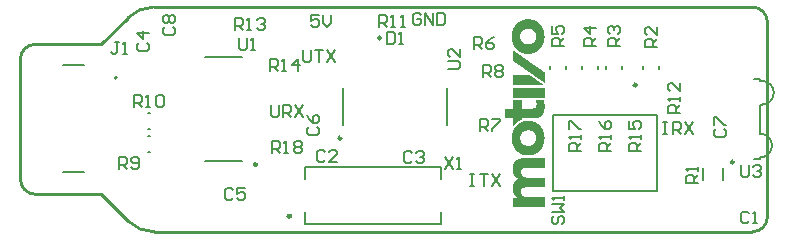
<source format=gto>
G04*
G04 #@! TF.GenerationSoftware,Altium Limited,Altium Designer,22.6.1 (34)*
G04*
G04 Layer_Color=65535*
%FSLAX44Y44*%
%MOMM*%
G71*
G04*
G04 #@! TF.SameCoordinates,26C179CA-CC13-4C43-A1D0-6E6A4FA8EE50*
G04*
G04*
G04 #@! TF.FilePolarity,Positive*
G04*
G01*
G75*
%ADD10C,0.4000*%
%ADD11C,0.2000*%
%ADD12C,0.2500*%
%ADD13C,0.2032*%
%ADD14C,0.2030*%
%ADD15C,0.2540*%
G36*
X412311Y17243D02*
X412273Y17328D01*
X412259Y17390D01*
X412250Y17427D01*
X412217Y17479D01*
X412179Y17564D01*
X412165Y17653D01*
X412155Y17691D01*
X412104Y17790D01*
X412085Y17866D01*
X412075Y17941D01*
X412009Y18082D01*
X412000Y18120D01*
X411986Y18238D01*
X411976Y18276D01*
X411957Y18323D01*
X411934Y18365D01*
X411915Y18431D01*
X411906Y18469D01*
X411892Y18606D01*
X411882Y18643D01*
X411858Y18723D01*
X411849Y18761D01*
X411830Y18827D01*
X411821Y18865D01*
X411802Y19053D01*
X411788Y19115D01*
X411759Y19190D01*
X411741Y19266D01*
X411731Y19322D01*
X411722Y19407D01*
X411712Y19586D01*
X411703Y19662D01*
X411693Y19718D01*
X411684Y19765D01*
X411665Y19841D01*
X411656Y19897D01*
X411637Y20086D01*
X411628Y20406D01*
X411618Y20585D01*
X411609Y20821D01*
X411599Y21019D01*
X411590Y21142D01*
X411580Y21405D01*
X411576Y21467D01*
X411585Y21495D01*
X411595Y21834D01*
X411604Y21863D01*
X411618Y22254D01*
X411628Y22433D01*
X411642Y22824D01*
X411651Y22853D01*
X411660Y22975D01*
X411670Y23003D01*
X411693Y23112D01*
X411703Y23150D01*
X411712Y23206D01*
X411731Y23480D01*
X411741Y23527D01*
X411750Y23564D01*
X411759Y23612D01*
X411769Y23649D01*
X411792Y23729D01*
X411802Y23767D01*
X411816Y23913D01*
X411825Y23998D01*
X411835Y24036D01*
X411854Y24083D01*
X411877Y24144D01*
X411896Y24220D01*
X411906Y24314D01*
X411920Y24403D01*
X411957Y24460D01*
X411972Y24512D01*
X411990Y24625D01*
X412000Y24663D01*
X412014Y24733D01*
X412066Y24832D01*
X412085Y24908D01*
X412099Y24978D01*
X412127Y25054D01*
X412141Y25068D01*
X412160Y25115D01*
X412170Y25153D01*
X412188Y25238D01*
X412235Y25304D01*
X412254Y25370D01*
X412268Y25431D01*
X412292Y25492D01*
X412330Y25549D01*
X412358Y25643D01*
X412368Y25681D01*
X412415Y25747D01*
X412452Y25832D01*
X412462Y25888D01*
X412518Y25945D01*
X412537Y25992D01*
X412551Y26053D01*
X412575Y26086D01*
X412603Y26114D01*
X412622Y26162D01*
X412650Y26237D01*
X412688Y26275D01*
X412697Y26294D01*
X412735Y26388D01*
X412749Y26411D01*
X412768Y26421D01*
X412792Y26444D01*
X412811Y26510D01*
X412820Y26548D01*
X412863Y26591D01*
X412877Y26595D01*
X412886Y26614D01*
X412905Y26661D01*
X412943Y26727D01*
X412971Y26755D01*
X413018Y26840D01*
X413075Y26897D01*
X413084Y26935D01*
X413103Y26953D01*
X413112Y26972D01*
X413150Y27001D01*
X413159Y27020D01*
X413178Y27067D01*
X413188Y27085D01*
X413244Y27142D01*
X413282Y27208D01*
X413339Y27265D01*
X413367Y27312D01*
X413414Y27359D01*
X413423Y27378D01*
X413466Y27439D01*
X413485Y27448D01*
X413508Y27472D01*
X413546Y27538D01*
X413621Y27613D01*
X413631Y27632D01*
X413664Y27675D01*
X413683Y27684D01*
X413706Y27708D01*
X413716Y27727D01*
X413749Y27769D01*
X413768Y27778D01*
X413810Y27821D01*
X413819Y27840D01*
X413843Y27863D01*
X413862Y27873D01*
X413928Y27957D01*
X413947Y27967D01*
X414031Y28052D01*
X414050Y28061D01*
X414083Y28094D01*
X414088Y28108D01*
X414107Y28118D01*
X414126Y28137D01*
X414145Y28146D01*
X414159Y28160D01*
X414168Y28179D01*
X414211Y28221D01*
X414229Y28231D01*
X414314Y28316D01*
X414361Y28344D01*
X414418Y28401D01*
X414437Y28410D01*
X414456Y28429D01*
X414475Y28438D01*
X414512Y28476D01*
X414531Y28486D01*
X414597Y28533D01*
X414625Y28570D01*
X414710Y28617D01*
X414724Y28632D01*
X414734Y28650D01*
X414748Y28665D01*
X414833Y28712D01*
X414852Y28731D01*
X414870Y28740D01*
X414955Y28787D01*
X414988Y28820D01*
X414998Y28839D01*
X415050Y28863D01*
X415116Y28900D01*
X415144Y28928D01*
X415210Y28957D01*
X415229Y28966D01*
X415281Y29009D01*
X415398Y29079D01*
X415417Y29098D01*
X415436Y29108D01*
X415502Y29136D01*
X415521Y29145D01*
X415573Y29188D01*
X415625Y29211D01*
X415662Y29221D01*
X415709Y29249D01*
X415738Y29277D01*
X415757Y29287D01*
X415804Y29306D01*
X415865Y29329D01*
X415922Y29367D01*
X415936Y29381D01*
X416054Y29423D01*
X416068Y29438D01*
X416087Y29447D01*
X416105Y29466D01*
X416124Y29475D01*
X416171Y29494D01*
X416223Y29508D01*
X416275Y29541D01*
X416360Y29579D01*
X416398Y29588D01*
X416464Y29626D01*
X416483Y29645D01*
X416549Y29664D01*
X416610Y29678D01*
X416657Y29697D01*
X416690Y29720D01*
X416775Y29758D01*
X416855Y29772D01*
X416930Y29819D01*
X416982Y29843D01*
X417048Y29852D01*
X417109Y29867D01*
X417209Y29918D01*
X417284Y29937D01*
X417336Y29951D01*
X417411Y29980D01*
X417510Y30022D01*
X417548Y30031D01*
X417647Y30046D01*
X417694Y30064D01*
X417793Y30107D01*
X417831Y30116D01*
X417920Y30131D01*
X417967Y30140D01*
X418005Y30149D01*
X418123Y30201D01*
X418217Y30211D01*
X418255Y30220D01*
X418326Y30234D01*
X418401Y30262D01*
X418462Y30286D01*
X418580Y30300D01*
X418637Y30310D01*
X418722Y30319D01*
X418759Y30329D01*
X418806Y30347D01*
X418868Y30371D01*
X418905Y30380D01*
X419028Y30390D01*
X419174Y30413D01*
X419221Y30423D01*
X419273Y30437D01*
X419367Y30465D01*
X419462Y30475D01*
X419584Y30484D01*
X419622Y30494D01*
X419730Y30508D01*
X419768Y30517D01*
X419820Y30531D01*
X419886Y30550D01*
X420008Y30559D01*
X420074Y30569D01*
X420225Y30578D01*
X420343Y30593D01*
X420447Y30611D01*
X420541Y30630D01*
X420598Y30640D01*
X420711Y30649D01*
X420805Y30659D01*
X421022Y30668D01*
X421173Y30677D01*
X421286Y30687D01*
X421371Y30696D01*
X421465Y30706D01*
X421503Y30715D01*
X421550Y30724D01*
X421795Y30734D01*
X421983Y30743D01*
X422483Y30753D01*
X438637Y30757D01*
X438670Y30734D01*
X438679Y30696D01*
X438675Y30390D01*
X438679Y30329D01*
X438670Y30300D01*
X438675Y23036D01*
X438670Y22928D01*
X438679Y22900D01*
X438670Y22645D01*
X438646Y22622D01*
X438552Y22612D01*
X422629Y22603D01*
X422601Y22593D01*
X422469Y22584D01*
X422441Y22575D01*
X422379Y22560D01*
X422304Y22551D01*
X422191Y22532D01*
X422040Y22523D01*
X421917Y22504D01*
X421880Y22494D01*
X421743Y22452D01*
X421630Y22433D01*
X421512Y22419D01*
X421404Y22367D01*
X421366Y22358D01*
X421295Y22344D01*
X421191Y22325D01*
X421144Y22306D01*
X421130Y22292D01*
X421064Y22263D01*
X420956Y22240D01*
X420909Y22221D01*
X420876Y22197D01*
X420810Y22169D01*
X420772Y22160D01*
X420711Y22146D01*
X420678Y22122D01*
X420621Y22084D01*
X420555Y22065D01*
X420518Y22056D01*
X420452Y22009D01*
X420386Y21981D01*
X420334Y21967D01*
X420301Y21943D01*
X420272Y21915D01*
X420206Y21886D01*
X420140Y21849D01*
X420112Y21820D01*
X420065Y21802D01*
X420004Y21778D01*
X419942Y21717D01*
X419905Y21707D01*
X419853Y21665D01*
X419843Y21646D01*
X419820Y21622D01*
X419801Y21613D01*
X419735Y21566D01*
X419650Y21481D01*
X419631Y21472D01*
X419580Y21420D01*
X419570Y21401D01*
X419547Y21377D01*
X419528Y21368D01*
X419514Y21354D01*
X419504Y21335D01*
X419485Y21316D01*
X419476Y21297D01*
X419452Y21274D01*
X419438Y21269D01*
X419429Y21250D01*
X419410Y21231D01*
X419400Y21212D01*
X419358Y21160D01*
X419325Y21127D01*
X419278Y21043D01*
X419259Y21024D01*
X419193Y20901D01*
X419174Y20892D01*
X419165Y20873D01*
X419146Y20826D01*
X419136Y20788D01*
X419089Y20703D01*
X419070Y20684D01*
X419056Y20633D01*
X419047Y20595D01*
X419019Y20519D01*
X418995Y20496D01*
X418967Y20430D01*
X418957Y20364D01*
X418934Y20265D01*
X418882Y20147D01*
X418868Y20039D01*
X418858Y19935D01*
X418849Y19888D01*
X418839Y19850D01*
X418825Y19798D01*
X418806Y19723D01*
X418797Y19657D01*
X418788Y19562D01*
X418778Y19383D01*
X418769Y18950D01*
X418783Y18445D01*
X418802Y18219D01*
X418811Y18162D01*
X418830Y18087D01*
X418839Y18031D01*
X418853Y17903D01*
X418863Y17866D01*
X418872Y17715D01*
X418882Y17687D01*
X418896Y17625D01*
X418915Y17578D01*
X418938Y17517D01*
X418948Y17451D01*
X418962Y17361D01*
X418971Y17323D01*
X419000Y17248D01*
X419042Y17149D01*
X419056Y17060D01*
X419066Y17022D01*
X419127Y16904D01*
X419136Y16866D01*
X419151Y16814D01*
X419184Y16763D01*
X419221Y16706D01*
X419235Y16654D01*
X419254Y16607D01*
X419278Y16574D01*
X419297Y16555D01*
X419315Y16508D01*
X419339Y16447D01*
X419363Y16414D01*
X419391Y16386D01*
X419410Y16338D01*
X419457Y16253D01*
X419476Y16235D01*
X419485Y16216D01*
X419523Y16150D01*
X419565Y16098D01*
X419580Y16084D01*
X419598Y16037D01*
X419631Y15994D01*
X419650Y15985D01*
X419674Y15961D01*
X419721Y15876D01*
X419777Y15820D01*
X419787Y15801D01*
X419806Y15782D01*
X419815Y15763D01*
X419853Y15726D01*
X419862Y15707D01*
X419881Y15688D01*
X419886Y15674D01*
X419905Y15664D01*
X419957Y15622D01*
X419999Y15570D01*
X420018Y15551D01*
X420037Y15542D01*
X420051Y15528D01*
X420060Y15509D01*
X420074Y15485D01*
X420093Y15476D01*
X420145Y15433D01*
X420197Y15381D01*
X420263Y15344D01*
X420320Y15287D01*
X420386Y15250D01*
X420423Y15202D01*
X420508Y15155D01*
X420536Y15117D01*
X420583Y15099D01*
X420649Y15061D01*
X420668Y15033D01*
X420687Y15023D01*
X420791Y14967D01*
X420819Y14938D01*
X420866Y14920D01*
X420951Y14872D01*
X420998Y14844D01*
X421059Y14820D01*
X421111Y14787D01*
X421130Y14769D01*
X421149Y14759D01*
X421196Y14740D01*
X421267Y14726D01*
X421319Y14693D01*
X421347Y14665D01*
X421423Y14646D01*
X421484Y14632D01*
X421517Y14608D01*
X421564Y14580D01*
X421630Y14561D01*
X421701Y14547D01*
X421748Y14528D01*
X421804Y14491D01*
X421856Y14476D01*
X421894Y14467D01*
X421960Y14458D01*
X422049Y14425D01*
X422063Y14411D01*
X422115Y14396D01*
X422163Y14387D01*
X422219Y14377D01*
X422295Y14368D01*
X422351Y14359D01*
X422389Y14349D01*
X422469Y14316D01*
X422521Y14302D01*
X422568Y14293D01*
X422643Y14283D01*
X422728Y14274D01*
X422870Y14246D01*
X422978Y14212D01*
X423044Y14203D01*
X423237Y14189D01*
X423350Y14180D01*
X423407Y14170D01*
X423454Y14161D01*
X423506Y14146D01*
X423671Y14123D01*
X423831Y14114D01*
X424048Y14104D01*
X424387Y14095D01*
X438514Y14090D01*
X438543Y14099D01*
X438613Y14085D01*
X438660Y14057D01*
X438670Y14019D01*
X438679Y13793D01*
X438670Y13765D01*
X438679Y13586D01*
X438670Y13406D01*
X438675Y6143D01*
X438670Y6100D01*
X438679Y6072D01*
X438670Y5987D01*
X438637Y5954D01*
X438599Y5945D01*
X423911Y5935D01*
X423883Y5926D01*
X423487Y5916D01*
X423459Y5907D01*
X423284Y5893D01*
X423006Y5879D01*
X422799Y5869D01*
X422497Y5860D01*
X422469Y5850D01*
X422398Y5836D01*
X422285Y5817D01*
X422238Y5808D01*
X422200Y5799D01*
X422144Y5789D01*
X421936Y5770D01*
X421889Y5761D01*
X421842Y5742D01*
X421790Y5719D01*
X421724Y5700D01*
X421602Y5690D01*
X421536Y5681D01*
X421474Y5657D01*
X421413Y5624D01*
X421375Y5615D01*
X421295Y5601D01*
X421239Y5591D01*
X421191Y5572D01*
X421092Y5520D01*
X421026Y5511D01*
X420989Y5502D01*
X420942Y5492D01*
X420838Y5426D01*
X420748Y5412D01*
X420701Y5393D01*
X420668Y5370D01*
X420565Y5322D01*
X420503Y5299D01*
X420461Y5257D01*
X420414Y5238D01*
X420353Y5214D01*
X420338Y5200D01*
X420324Y5195D01*
X420320Y5181D01*
X420301Y5172D01*
X420178Y5106D01*
X420140Y5068D01*
X420079Y5044D01*
X420008Y4974D01*
X419942Y4936D01*
X419895Y4889D01*
X419876Y4879D01*
X419792Y4814D01*
X419763Y4785D01*
X419744Y4776D01*
X419721Y4762D01*
X419711Y4743D01*
X419669Y4700D01*
X419650Y4691D01*
X419608Y4658D01*
X419598Y4639D01*
X419556Y4597D01*
X419537Y4587D01*
X419514Y4564D01*
X419504Y4545D01*
X419462Y4493D01*
X419400Y4432D01*
X419391Y4413D01*
X419334Y4356D01*
X419297Y4290D01*
X419249Y4243D01*
X419202Y4158D01*
X419174Y4130D01*
X419165Y4111D01*
X419146Y4064D01*
X419122Y4003D01*
X419108Y3989D01*
X419099Y3970D01*
X419080Y3951D01*
X419042Y3828D01*
X419023Y3781D01*
X418976Y3715D01*
X418957Y3640D01*
X418943Y3550D01*
X418934Y3512D01*
X418919Y3480D01*
X418872Y3376D01*
X418863Y3225D01*
X418853Y3197D01*
X418839Y3126D01*
X418811Y3013D01*
X418802Y2966D01*
X418788Y2838D01*
X418778Y2659D01*
X418769Y2197D01*
X418778Y1735D01*
X418788Y1641D01*
X418797Y1500D01*
X418806Y1471D01*
X418820Y1410D01*
X418830Y1363D01*
X418839Y1306D01*
X418849Y1259D01*
X418858Y1222D01*
X418868Y1052D01*
X418886Y948D01*
X418896Y910D01*
X418929Y830D01*
X418948Y755D01*
X418971Y599D01*
X418981Y552D01*
X419042Y434D01*
X419056Y354D01*
X419066Y317D01*
X419085Y269D01*
X419108Y246D01*
X419127Y199D01*
X419136Y161D01*
X419151Y90D01*
X419221Y-9D01*
X419240Y-75D01*
X419287Y-159D01*
X419315Y-207D01*
X419339Y-268D01*
X419391Y-320D01*
X419457Y-442D01*
X419485Y-471D01*
X419542Y-574D01*
X419580Y-612D01*
X419589Y-631D01*
X419655Y-716D01*
X419674Y-734D01*
X419711Y-800D01*
X419777Y-866D01*
X419787Y-885D01*
X419801Y-909D01*
X419820Y-918D01*
X419862Y-961D01*
X419872Y-980D01*
X419886Y-994D01*
X419905Y-1003D01*
X419924Y-1022D01*
X419938Y-1027D01*
X419947Y-1046D01*
X419990Y-1098D01*
X420008Y-1107D01*
X420060Y-1159D01*
X420070Y-1178D01*
X420084Y-1192D01*
X420103Y-1201D01*
X420187Y-1286D01*
X420206Y-1295D01*
X420272Y-1362D01*
X420291Y-1371D01*
X420343Y-1413D01*
X420376Y-1437D01*
X420461Y-1484D01*
X420518Y-1541D01*
X420621Y-1597D01*
X420631Y-1616D01*
X420678Y-1635D01*
X420739Y-1658D01*
X420800Y-1720D01*
X420866Y-1739D01*
X420932Y-1776D01*
X420961Y-1805D01*
X421036Y-1823D01*
X421083Y-1842D01*
X421135Y-1885D01*
X421149Y-1899D01*
X421215Y-1918D01*
X421276Y-1941D01*
X421319Y-1974D01*
X421366Y-1993D01*
X421404Y-2002D01*
X421465Y-2017D01*
X421540Y-2064D01*
X421602Y-2087D01*
X421691Y-2102D01*
X421729Y-2111D01*
X421762Y-2125D01*
X421818Y-2163D01*
X421884Y-2182D01*
X421979Y-2191D01*
X422054Y-2219D01*
X422158Y-2266D01*
X422295Y-2281D01*
X422351Y-2290D01*
X422389Y-2299D01*
X422497Y-2342D01*
X422535Y-2351D01*
X422601Y-2361D01*
X422747Y-2375D01*
X422860Y-2394D01*
X422936Y-2413D01*
X422987Y-2427D01*
X423053Y-2436D01*
X423148Y-2446D01*
X423185Y-2455D01*
X423468Y-2465D01*
X423497Y-2474D01*
X423614Y-2488D01*
X423661Y-2498D01*
X423699Y-2507D01*
X423822Y-2516D01*
X423897Y-2526D01*
X423991Y-2535D01*
X424142Y-2545D01*
X424529Y-2554D01*
X425000Y-2573D01*
X438505Y-2578D01*
X438533Y-2568D01*
X438618Y-2578D01*
X438651Y-2601D01*
X438670Y-2648D01*
X438675Y-2757D01*
X438670Y-2799D01*
X438679Y-2827D01*
X438670Y-3714D01*
X438675Y-10478D01*
X438670Y-10567D01*
X438679Y-10596D01*
X438670Y-10680D01*
X438646Y-10713D01*
X438599Y-10732D01*
X438335Y-10723D01*
X438307Y-10732D01*
X412575Y-10727D01*
X412306Y-10732D01*
X412264Y-10699D01*
X412245Y-10633D01*
X412254Y-10426D01*
X412245Y-2997D01*
X412235Y-2969D01*
X412264Y-2922D01*
X412306Y-2907D01*
X415733Y-2912D01*
X415790Y-2903D01*
X415823Y-2879D01*
X415827Y-2827D01*
X415808Y-2809D01*
X415799Y-2790D01*
X415742Y-2752D01*
X415691Y-2738D01*
X415629Y-2714D01*
X415611Y-2695D01*
X415601Y-2677D01*
X415578Y-2653D01*
X415540Y-2644D01*
X415479Y-2620D01*
X415427Y-2568D01*
X415332Y-2530D01*
X415281Y-2488D01*
X415266Y-2474D01*
X415182Y-2427D01*
X415135Y-2380D01*
X415116Y-2370D01*
X415050Y-2333D01*
X414998Y-2290D01*
X414927Y-2257D01*
X414903Y-2234D01*
X414894Y-2215D01*
X414880Y-2201D01*
X414814Y-2163D01*
X414790Y-2139D01*
X414781Y-2120D01*
X414701Y-2069D01*
X414654Y-2021D01*
X414635Y-2012D01*
X414569Y-1965D01*
X414512Y-1908D01*
X414465Y-1880D01*
X414451Y-1866D01*
X414442Y-1847D01*
X414427Y-1833D01*
X414408Y-1823D01*
X414357Y-1781D01*
X414347Y-1762D01*
X414324Y-1739D01*
X414305Y-1729D01*
X414272Y-1706D01*
X414262Y-1687D01*
X414211Y-1635D01*
X414192Y-1625D01*
X414168Y-1602D01*
X414159Y-1583D01*
X414145Y-1559D01*
X414126Y-1550D01*
X414107Y-1531D01*
X414093Y-1526D01*
X414083Y-1508D01*
X414041Y-1456D01*
X414022Y-1446D01*
X413980Y-1404D01*
X413970Y-1385D01*
X413947Y-1362D01*
X413928Y-1352D01*
X413914Y-1338D01*
X413904Y-1319D01*
X413843Y-1258D01*
X413829Y-1253D01*
X413819Y-1234D01*
X413801Y-1215D01*
X413791Y-1196D01*
X413725Y-1130D01*
X413716Y-1112D01*
X413673Y-1060D01*
X413640Y-1027D01*
X413631Y-1008D01*
X413584Y-942D01*
X413536Y-895D01*
X413499Y-829D01*
X413485Y-815D01*
X413466Y-805D01*
X413452Y-791D01*
X413442Y-772D01*
X413381Y-683D01*
X413367Y-669D01*
X413357Y-650D01*
X413291Y-565D01*
X413244Y-480D01*
X413178Y-414D01*
X413141Y-348D01*
X413112Y-320D01*
X413103Y-301D01*
X413046Y-197D01*
X412999Y-150D01*
X412976Y-89D01*
X412952Y-56D01*
X412933Y-37D01*
X412924Y-18D01*
X412905Y29D01*
X412858Y114D01*
X412830Y142D01*
X412797Y232D01*
X412749Y288D01*
X412735Y302D01*
X412726Y340D01*
X412697Y416D01*
X412641Y472D01*
X412613Y585D01*
X412556Y642D01*
X412537Y708D01*
X412523Y779D01*
X412481Y821D01*
X412471Y840D01*
X412452Y887D01*
X412438Y958D01*
X412405Y1010D01*
X412386Y1028D01*
X412368Y1076D01*
X412353Y1137D01*
X412335Y1184D01*
X412297Y1240D01*
X412283Y1255D01*
X412268Y1316D01*
X412259Y1363D01*
X412250Y1401D01*
X412231Y1448D01*
X412188Y1519D01*
X412174Y1580D01*
X412165Y1618D01*
X412137Y1693D01*
X412122Y1707D01*
X412094Y1773D01*
X412085Y1811D01*
X412075Y1877D01*
X412066Y1933D01*
X412047Y1952D01*
X412038Y1971D01*
X412009Y1999D01*
X411990Y2131D01*
X411976Y2183D01*
X411957Y2230D01*
X411915Y2329D01*
X411906Y2395D01*
X411896Y2490D01*
X411873Y2551D01*
X411840Y2612D01*
X411821Y2678D01*
X411811Y2801D01*
X411797Y2890D01*
X411788Y2928D01*
X411769Y2975D01*
X411745Y3055D01*
X411736Y3093D01*
X411726Y3216D01*
X411717Y3282D01*
X411703Y3428D01*
X411684Y3522D01*
X411656Y3635D01*
X411646Y3682D01*
X411637Y3776D01*
X411628Y4040D01*
X411618Y4172D01*
X411609Y4399D01*
X411599Y4550D01*
X411590Y4653D01*
X411585Y5129D01*
X411595Y5157D01*
X411604Y5506D01*
X411613Y5629D01*
X411628Y5832D01*
X411637Y6114D01*
X411646Y6265D01*
X411656Y6322D01*
X411684Y6463D01*
X411693Y6501D01*
X411703Y6548D01*
X411717Y6675D01*
X411731Y6850D01*
X411741Y6935D01*
X411755Y7024D01*
X411774Y7043D01*
X411792Y7090D01*
X411802Y7156D01*
X411816Y7312D01*
X411830Y7401D01*
X411868Y7486D01*
X411887Y7533D01*
X411906Y7693D01*
X411915Y7769D01*
X411953Y7825D01*
X411967Y7877D01*
X411986Y7953D01*
X412005Y8075D01*
X412014Y8113D01*
X412066Y8221D01*
X412075Y8259D01*
X412089Y8320D01*
X412108Y8396D01*
X412127Y8443D01*
X412141Y8457D01*
X412160Y8504D01*
X412170Y8542D01*
X412184Y8641D01*
X412217Y8693D01*
X412254Y8749D01*
X412264Y8815D01*
X412283Y8900D01*
X412330Y8966D01*
X412349Y9013D01*
X412363Y9065D01*
X412372Y9103D01*
X412429Y9197D01*
X412443Y9249D01*
X412452Y9287D01*
X412471Y9334D01*
X412518Y9381D01*
X412537Y9456D01*
X412547Y9513D01*
X412565Y9532D01*
X412575Y9551D01*
X412613Y9588D01*
X412622Y9626D01*
X412646Y9687D01*
X412669Y9720D01*
X412688Y9739D01*
X412697Y9758D01*
X412726Y9824D01*
X412740Y9876D01*
X412763Y9909D01*
X412792Y9937D01*
X412811Y9984D01*
X412834Y10046D01*
X412867Y10079D01*
X412877Y10098D01*
X412933Y10201D01*
X412971Y10239D01*
X412990Y10286D01*
X413018Y10333D01*
X413056Y10371D01*
X413084Y10437D01*
X413093Y10456D01*
X413136Y10508D01*
X413150Y10512D01*
X413159Y10531D01*
X413207Y10616D01*
X413235Y10644D01*
X413244Y10663D01*
X413291Y10729D01*
X413348Y10786D01*
X413357Y10823D01*
X413390Y10856D01*
X413409Y10866D01*
X413433Y10889D01*
X413470Y10955D01*
X413527Y11012D01*
X413536Y11031D01*
X413579Y11083D01*
X413602Y11106D01*
X413612Y11125D01*
X413631Y11144D01*
X413640Y11163D01*
X413673Y11196D01*
X413692Y11205D01*
X413730Y11262D01*
X413768Y11299D01*
X413786Y11309D01*
X413801Y11323D01*
X413810Y11342D01*
X413834Y11375D01*
X413852Y11384D01*
X413937Y11469D01*
X413956Y11479D01*
X413980Y11502D01*
X413989Y11521D01*
X414041Y11573D01*
X414060Y11582D01*
X414083Y11606D01*
X414093Y11625D01*
X414126Y11658D01*
X414145Y11667D01*
X414187Y11700D01*
X414196Y11719D01*
X414211Y11733D01*
X414229Y11743D01*
X414248Y11761D01*
X414267Y11771D01*
X414291Y11794D01*
X414300Y11813D01*
X414371Y11856D01*
X414390Y11865D01*
X414423Y11898D01*
X414432Y11917D01*
X414508Y11964D01*
X414526Y11983D01*
X414536Y12002D01*
X414550Y12016D01*
X414569Y12025D01*
X414630Y12068D01*
X414640Y12087D01*
X414710Y12129D01*
X414729Y12139D01*
X414786Y12195D01*
X414870Y12242D01*
X414918Y12289D01*
X414965Y12308D01*
X415017Y12351D01*
X415040Y12374D01*
X415087Y12393D01*
X415135Y12421D01*
X415163Y12450D01*
X415266Y12506D01*
X415295Y12534D01*
X415314Y12544D01*
X415436Y12610D01*
X415464Y12638D01*
X415526Y12662D01*
X415601Y12709D01*
X415615Y12723D01*
X415662Y12742D01*
X415724Y12765D01*
X415747Y12789D01*
X415766Y12798D01*
X415785Y12817D01*
X415837Y12831D01*
X415874Y12841D01*
X415931Y12869D01*
X415974Y12911D01*
X416040Y12930D01*
X416124Y12977D01*
X416143Y12996D01*
X416204Y13010D01*
X416237Y13025D01*
X416261Y13048D01*
X416252Y13095D01*
X416237Y13110D01*
X416200Y13119D01*
X416134Y13157D01*
X416105Y13185D01*
X416044Y13199D01*
X415997Y13218D01*
X415978Y13237D01*
X415969Y13256D01*
X415945Y13279D01*
X415893Y13293D01*
X415846Y13312D01*
X415794Y13364D01*
X415747Y13383D01*
X415700Y13411D01*
X415653Y13458D01*
X415592Y13482D01*
X415578Y13496D01*
X415559Y13505D01*
X415530Y13534D01*
X415483Y13553D01*
X415417Y13590D01*
X415380Y13628D01*
X415295Y13675D01*
X415248Y13722D01*
X415229Y13732D01*
X415163Y13769D01*
X415116Y13816D01*
X415031Y13864D01*
X414993Y13901D01*
X414974Y13911D01*
X414908Y13958D01*
X414861Y14005D01*
X414795Y14043D01*
X414748Y14090D01*
X414729Y14099D01*
X414644Y14165D01*
X414625Y14184D01*
X414607Y14194D01*
X414555Y14236D01*
X414522Y14269D01*
X414503Y14279D01*
X414484Y14297D01*
X414465Y14307D01*
X414442Y14330D01*
X414437Y14345D01*
X414418Y14354D01*
X414357Y14396D01*
X414347Y14415D01*
X414314Y14458D01*
X414267Y14486D01*
X414192Y14561D01*
X414173Y14571D01*
X414079Y14665D01*
X414064Y14670D01*
X414055Y14689D01*
X414022Y14722D01*
X414003Y14731D01*
X413980Y14755D01*
X413970Y14773D01*
X413918Y14825D01*
X413899Y14835D01*
X413881Y14854D01*
X413862Y14863D01*
X413815Y14920D01*
X413801Y14934D01*
X413796Y14948D01*
X413782Y14952D01*
X413772Y14971D01*
X413735Y15009D01*
X413725Y15028D01*
X413683Y15080D01*
X413664Y15089D01*
X413621Y15132D01*
X413593Y15179D01*
X413579Y15193D01*
X413560Y15202D01*
X413536Y15226D01*
X413527Y15245D01*
X413452Y15320D01*
X413442Y15339D01*
X413400Y15391D01*
X413357Y15433D01*
X413310Y15518D01*
X413263Y15565D01*
X413235Y15612D01*
X413178Y15669D01*
X413141Y15735D01*
X413093Y15782D01*
X413042Y15881D01*
X413023Y15891D01*
X412980Y15961D01*
X412947Y16022D01*
X412929Y16032D01*
X412886Y16103D01*
X412877Y16140D01*
X412839Y16178D01*
X412830Y16197D01*
X412763Y16320D01*
X412735Y16348D01*
X412712Y16409D01*
X412697Y16442D01*
X412655Y16494D01*
X412641Y16508D01*
X412627Y16569D01*
X412617Y16607D01*
X412584Y16659D01*
X412565Y16678D01*
X412556Y16697D01*
X412537Y16744D01*
X412514Y16805D01*
X412490Y16838D01*
X412452Y16895D01*
X412438Y16965D01*
X412419Y17012D01*
X412386Y17045D01*
X412368Y17092D01*
X412358Y17130D01*
X412344Y17191D01*
X412316Y17239D01*
X412311Y17243D01*
D02*
G37*
G36*
X431378Y79695D02*
X431415Y79685D01*
X437661Y79690D01*
X437826Y79685D01*
X437854Y79695D01*
X437930Y79685D01*
X437953Y79662D01*
X438005Y79516D01*
X438019Y79501D01*
X438048Y79436D01*
X438057Y79370D01*
X438071Y79308D01*
X438090Y79261D01*
X438132Y79162D01*
X438170Y78983D01*
X438217Y78879D01*
X438227Y78842D01*
X438236Y78747D01*
X438246Y78710D01*
X438288Y78592D01*
X438312Y78530D01*
X438321Y78493D01*
X438330Y78398D01*
X438344Y78299D01*
X438363Y78252D01*
X438406Y78153D01*
X438429Y77922D01*
X438439Y77866D01*
X438448Y77828D01*
X438467Y77781D01*
X438481Y77729D01*
X438491Y77691D01*
X438500Y77625D01*
X438519Y77371D01*
X438528Y77333D01*
X438538Y77267D01*
X438557Y77220D01*
X438571Y77130D01*
X438580Y77083D01*
X438594Y76956D01*
X438609Y76725D01*
X438618Y76621D01*
X438637Y76452D01*
X438656Y76339D01*
X438665Y76291D01*
X438679Y76164D01*
X438689Y76013D01*
X438703Y75566D01*
X438722Y75311D01*
X438731Y75132D01*
X438741Y75094D01*
X438750Y74887D01*
X438759Y74727D01*
X438769Y74199D01*
X438773Y73817D01*
X438764Y73788D01*
X438755Y73204D01*
X438745Y73176D01*
X438736Y72921D01*
X438726Y72893D01*
X438712Y72709D01*
X438703Y72596D01*
X438693Y72445D01*
X438684Y72191D01*
X438675Y72068D01*
X438656Y71945D01*
X438646Y71908D01*
X438627Y71814D01*
X438618Y71757D01*
X438604Y71630D01*
X438594Y71535D01*
X438585Y71356D01*
X438576Y71328D01*
X438538Y71205D01*
X438528Y71168D01*
X438519Y71073D01*
X438509Y71036D01*
X438486Y70786D01*
X438443Y70706D01*
X438434Y70668D01*
X438425Y70574D01*
X438415Y70536D01*
X438406Y70413D01*
X438349Y70291D01*
X438340Y70253D01*
X438330Y70187D01*
X438321Y70149D01*
X438312Y70046D01*
X438274Y69980D01*
X438255Y69914D01*
X438241Y69843D01*
X438222Y69739D01*
X438213Y69702D01*
X438170Y69622D01*
X438151Y69556D01*
X438128Y69457D01*
X438109Y69409D01*
X438066Y69310D01*
X438057Y69273D01*
X438033Y69174D01*
X437982Y69075D01*
X437963Y69009D01*
X437949Y68948D01*
X437901Y68872D01*
X437878Y68811D01*
X437864Y68750D01*
X437817Y68674D01*
X437793Y68613D01*
X437774Y68528D01*
X437732Y68476D01*
X437699Y68396D01*
X437671Y68321D01*
X437623Y68255D01*
X437590Y68165D01*
X437557Y68113D01*
X437538Y68094D01*
X437501Y68000D01*
X437472Y67953D01*
X437454Y67934D01*
X437425Y67868D01*
X437402Y67807D01*
X437350Y67755D01*
X437331Y67708D01*
X437293Y67642D01*
X437265Y67614D01*
X437209Y67510D01*
X437171Y67472D01*
X437147Y67411D01*
X437114Y67359D01*
X437077Y67321D01*
X437029Y67236D01*
X436982Y67189D01*
X436935Y67105D01*
X436916Y67086D01*
X436907Y67067D01*
X436888Y67048D01*
X436860Y67001D01*
X436794Y66935D01*
X436766Y66888D01*
X436709Y66831D01*
X436681Y66784D01*
X436624Y66727D01*
X436596Y66680D01*
X436563Y66647D01*
X436549Y66643D01*
X436539Y66624D01*
X436520Y66605D01*
X436511Y66586D01*
X436138Y66214D01*
X436120Y66204D01*
X436035Y66119D01*
X436016Y66110D01*
X436002Y66096D01*
X435997Y66082D01*
X435978Y66072D01*
X435959Y66053D01*
X435941Y66044D01*
X435889Y66002D01*
X435846Y65959D01*
X435827Y65950D01*
X435761Y65884D01*
X435695Y65846D01*
X435639Y65789D01*
X435620Y65780D01*
X435531Y65719D01*
X435507Y65695D01*
X435422Y65648D01*
X435394Y65620D01*
X435375Y65610D01*
X435290Y65563D01*
X435252Y65525D01*
X435233Y65516D01*
X435149Y65469D01*
X435120Y65441D01*
X435102Y65431D01*
X434998Y65375D01*
X434979Y65356D01*
X434913Y65328D01*
X434847Y65290D01*
X434828Y65271D01*
X434809Y65262D01*
X434743Y65233D01*
X434682Y65210D01*
X434668Y65195D01*
X434649Y65186D01*
X434630Y65167D01*
X434512Y65125D01*
X434489Y65101D01*
X434470Y65092D01*
X434404Y65064D01*
X434314Y65030D01*
X434215Y64979D01*
X434126Y64946D01*
X434093Y64932D01*
X434036Y64894D01*
X433984Y64880D01*
X433937Y64870D01*
X433862Y64851D01*
X433829Y64828D01*
X433744Y64790D01*
X433655Y64776D01*
X433617Y64767D01*
X433513Y64719D01*
X433475Y64710D01*
X433334Y64682D01*
X433296Y64672D01*
X433249Y64653D01*
X433169Y64620D01*
X433131Y64611D01*
X432985Y64597D01*
X432929Y64587D01*
X432853Y64559D01*
X432773Y64536D01*
X432707Y64526D01*
X432613Y64517D01*
X432547Y64507D01*
X432452Y64498D01*
X432354Y64474D01*
X432292Y64451D01*
X432141Y64441D01*
X432113Y64432D01*
X431835Y64418D01*
X431712Y64408D01*
X431618Y64399D01*
X431486Y64389D01*
X431411Y64380D01*
X431326Y64371D01*
X430883Y64361D01*
X426089Y64356D01*
X426080D01*
X419919Y64361D01*
X419848Y64356D01*
X419820Y64366D01*
X419655Y64361D01*
X419518Y64366D01*
X419457Y64333D01*
X419438Y64286D01*
X419443Y63197D01*
X419424Y63169D01*
X419405Y63159D01*
X419301Y63103D01*
X419282Y63084D01*
X419216Y63074D01*
X419179Y63065D01*
X419108Y63051D01*
X418990Y62990D01*
X418877Y62961D01*
X418736Y62895D01*
X418623Y62867D01*
X418571Y62825D01*
X418509Y62801D01*
X418434Y62792D01*
X418344Y62730D01*
X418283Y62707D01*
X418231Y62692D01*
X418198Y62678D01*
X418132Y62631D01*
X418095Y62622D01*
X418005Y62589D01*
X417934Y62537D01*
X417897Y62527D01*
X417835Y62504D01*
X417779Y62466D01*
X417727Y62443D01*
X417680Y62424D01*
X417633Y62396D01*
X417576Y62358D01*
X417510Y62339D01*
X417449Y62315D01*
X417416Y62282D01*
X417350Y62254D01*
X417289Y62231D01*
X417275Y62216D01*
X417256Y62207D01*
X417227Y62179D01*
X417133Y62141D01*
X417048Y62084D01*
X416987Y62061D01*
X416930Y62023D01*
X416916Y62009D01*
X416897Y62000D01*
X416775Y61934D01*
X416756Y61915D01*
X416633Y61849D01*
X416605Y61821D01*
X416464Y61745D01*
X416445Y61726D01*
X416341Y61670D01*
X416303Y61632D01*
X416237Y61604D01*
X416219Y61594D01*
X416167Y61552D01*
X416153Y61538D01*
X416134Y61528D01*
X416068Y61491D01*
X416002Y61443D01*
X415955Y61415D01*
X415936Y61396D01*
X415917Y61387D01*
X415889Y61359D01*
X415804Y61311D01*
X415766Y61274D01*
X415681Y61227D01*
X415634Y61179D01*
X415549Y61132D01*
X415502Y61085D01*
X415436Y61048D01*
X415389Y61000D01*
X415370Y60991D01*
X415304Y60953D01*
X415248Y60897D01*
X415182Y60859D01*
X415158Y60826D01*
X415144Y60812D01*
X415078Y60774D01*
X415031Y60727D01*
X415012Y60718D01*
X414960Y60675D01*
X414936Y60642D01*
X414852Y60595D01*
X414795Y60538D01*
X414729Y60501D01*
X414706Y60468D01*
X414682Y60444D01*
X414663Y60435D01*
X414611Y60392D01*
X414602Y60373D01*
X414517Y60307D01*
X414508Y60289D01*
X414493Y60274D01*
X414475Y60265D01*
X414423Y60223D01*
X414413Y60204D01*
X414399Y60190D01*
X414380Y60180D01*
X414361Y60161D01*
X414343Y60152D01*
X414319Y60128D01*
X414310Y60109D01*
X414277Y60086D01*
X414201Y60010D01*
X414182Y60001D01*
X414140Y59959D01*
X414130Y59940D01*
X414107Y59916D01*
X414088Y59907D01*
X414036Y59864D01*
X413975Y59803D01*
X413956Y59794D01*
X413914Y59751D01*
X413904Y59732D01*
X413881Y59709D01*
X413862Y59699D01*
X413725Y59563D01*
X413716Y59544D01*
X413664Y59492D01*
X413645Y59482D01*
X413631Y59468D01*
X413621Y59450D01*
X413536Y59365D01*
X413527Y59346D01*
X413508Y59327D01*
X413499Y59308D01*
X413485Y59294D01*
X413466Y59285D01*
X413414Y59233D01*
X413405Y59214D01*
X413273Y59082D01*
X413263Y59063D01*
X413244Y59044D01*
X413235Y59025D01*
X413211Y59002D01*
X413192Y58992D01*
X413178Y58978D01*
X413169Y58959D01*
X413126Y58907D01*
X413108Y58898D01*
X413084Y58875D01*
X413056Y58827D01*
X412990Y58761D01*
X412980Y58742D01*
X412914Y58677D01*
X412905Y58658D01*
X412858Y58592D01*
X412811Y58545D01*
X412773Y58478D01*
X412759Y58464D01*
X412740Y58455D01*
X412726Y58441D01*
X412688Y58375D01*
X412631Y58318D01*
X412594Y58252D01*
X412537Y58196D01*
X412500Y58130D01*
X412481Y58111D01*
X412471Y58092D01*
X412434Y58026D01*
X412410Y58002D01*
X412372Y57993D01*
X412339Y58017D01*
X412330Y58083D01*
X412339Y58120D01*
X412344Y58342D01*
X412339Y58827D01*
X412349Y58856D01*
X412339Y58950D01*
X412344Y59153D01*
X412339Y64229D01*
X412349Y64257D01*
X412339Y64286D01*
X412330Y64333D01*
X412306Y64356D01*
X412268Y64366D01*
X412165Y64356D01*
X412137Y64366D01*
X412071Y64356D01*
X405269Y64361D01*
X405160Y64356D01*
X405108Y64399D01*
X405090Y64446D01*
X405094Y64884D01*
X405090Y64974D01*
X405099Y65002D01*
X405094Y72247D01*
X405099Y72365D01*
X405090Y72393D01*
X405099Y72478D01*
X405141Y72520D01*
X405198Y72530D01*
X405226Y72520D01*
X405292Y72511D01*
X405481Y72520D01*
X405509Y72511D01*
X412217Y72516D01*
X412297Y72511D01*
X412339Y72544D01*
X412358Y72591D01*
X412368Y79662D01*
X412391Y79685D01*
X412429Y79695D01*
X412551Y79685D01*
X412570Y79695D01*
X412598Y79685D01*
X419372Y79690D01*
X419405Y79676D01*
X419429Y79652D01*
X419438Y79615D01*
X419448Y72582D01*
X419490Y72530D01*
X419518Y72520D01*
X419556Y72511D01*
X419994Y72516D01*
X427456Y72511D01*
X427484Y72520D01*
X427776Y72530D01*
X427805Y72539D01*
X428088Y72549D01*
X428116Y72558D01*
X428144Y72549D01*
X428267Y72558D01*
X428564Y72572D01*
X428743Y72582D01*
X428913Y72610D01*
X428950Y72620D01*
X428997Y72629D01*
X429125Y72643D01*
X429445Y72681D01*
X429549Y72728D01*
X429615Y72737D01*
X429653Y72747D01*
X429742Y72761D01*
X429780Y72770D01*
X429898Y72822D01*
X430006Y72846D01*
X430086Y72888D01*
X430152Y72916D01*
X430190Y72926D01*
X430242Y72940D01*
X430294Y72973D01*
X430312Y72992D01*
X430360Y73011D01*
X430449Y73044D01*
X430492Y73086D01*
X430558Y73114D01*
X430624Y73152D01*
X430642Y73171D01*
X430661Y73180D01*
X430727Y73218D01*
X430784Y73275D01*
X430803Y73284D01*
X430892Y73345D01*
X430902Y73364D01*
X430925Y73388D01*
X430944Y73397D01*
X430977Y73430D01*
X430987Y73449D01*
X431038Y73501D01*
X431053Y73506D01*
X431062Y73524D01*
X431166Y73628D01*
X431175Y73647D01*
X431217Y73699D01*
X431241Y73723D01*
X431250Y73741D01*
X431288Y73807D01*
X431345Y73864D01*
X431364Y73911D01*
X431401Y73977D01*
X431439Y74015D01*
X431458Y74081D01*
X431496Y74147D01*
X431515Y74166D01*
X431543Y74232D01*
X431557Y74283D01*
X431590Y74335D01*
X431628Y74392D01*
X431642Y74491D01*
X431651Y74528D01*
X431703Y74637D01*
X431722Y74712D01*
X431745Y74849D01*
X431755Y74887D01*
X431797Y74986D01*
X431816Y75146D01*
X431826Y75184D01*
X431835Y75335D01*
X431844Y75363D01*
X431868Y75471D01*
X431877Y75528D01*
X431887Y75603D01*
X431901Y75881D01*
X431910Y76258D01*
X431901Y76994D01*
X431892Y77022D01*
X431877Y77206D01*
X431858Y77328D01*
X431849Y77404D01*
X431835Y77531D01*
X431826Y77597D01*
X431811Y77819D01*
X431797Y78012D01*
X431788Y78040D01*
X431774Y78139D01*
X431764Y78177D01*
X431750Y78229D01*
X431741Y78267D01*
X431722Y78455D01*
X431712Y78493D01*
X431698Y78545D01*
X431637Y78747D01*
X431628Y78785D01*
X431618Y78860D01*
X431571Y78936D01*
X431552Y79002D01*
X431543Y79040D01*
X431515Y79115D01*
X431477Y79172D01*
X431458Y79219D01*
X431434Y79280D01*
X431411Y79313D01*
X431392Y79332D01*
X431382Y79351D01*
X431354Y79417D01*
X431345Y79436D01*
X431288Y79492D01*
X431279Y79511D01*
X431260Y79530D01*
X431250Y79549D01*
X431222Y79577D01*
X431213Y79596D01*
X431194Y79643D01*
X431213Y79690D01*
X431255Y79704D01*
X431378Y79695D01*
D02*
G37*
G36*
X425335Y62207D02*
X425537Y62193D01*
X425816Y62179D01*
X425853Y62169D01*
X426226Y62155D01*
X426504Y62141D01*
X426664Y62113D01*
X426702Y62103D01*
X426815Y62084D01*
X426881Y62075D01*
X427046Y62061D01*
X427131Y62052D01*
X427234Y62042D01*
X427272Y62033D01*
X427324Y62009D01*
X427456Y61990D01*
X427494Y61981D01*
X427616Y61971D01*
X427682Y61962D01*
X427743Y61948D01*
X427819Y61919D01*
X427871Y61905D01*
X427937Y61896D01*
X428031Y61887D01*
X428097Y61877D01*
X428158Y61863D01*
X428234Y61835D01*
X428276Y61821D01*
X428314Y61811D01*
X428380Y61802D01*
X428418Y61792D01*
X428502Y61783D01*
X428606Y61736D01*
X428681Y61717D01*
X428762Y61703D01*
X428818Y61693D01*
X428856Y61684D01*
X428903Y61665D01*
X428983Y61632D01*
X429059Y61613D01*
X429115Y61604D01*
X429143Y61594D01*
X429228Y61557D01*
X429275Y61538D01*
X429389Y61519D01*
X429440Y61505D01*
X429511Y61453D01*
X429624Y61434D01*
X429662Y61424D01*
X429709Y61406D01*
X429728Y61396D01*
X429785Y61359D01*
X429836Y61344D01*
X429883Y61335D01*
X429921Y61326D01*
X429968Y61307D01*
X429982Y61293D01*
X430001Y61283D01*
X430067Y61255D01*
X430143Y61245D01*
X430237Y61179D01*
X430350Y61151D01*
X430454Y61085D01*
X430506Y61071D01*
X430543Y61062D01*
X430680Y60991D01*
X430741Y60967D01*
X430817Y60920D01*
X430939Y60873D01*
X431057Y60812D01*
X431180Y60746D01*
X431265Y60708D01*
X431349Y60661D01*
X431453Y60614D01*
X431500Y60585D01*
X431529Y60557D01*
X431595Y60529D01*
X431656Y60505D01*
X431689Y60472D01*
X431708Y60463D01*
X431774Y60435D01*
X431840Y60397D01*
X431868Y60369D01*
X431972Y60312D01*
X431991Y60293D01*
X432009Y60284D01*
X432113Y60227D01*
X432141Y60199D01*
X432207Y60171D01*
X432273Y60133D01*
X432311Y60095D01*
X432372Y60072D01*
X432424Y60039D01*
X432462Y60001D01*
X432566Y59945D01*
X432584Y59926D01*
X432603Y59916D01*
X432660Y59879D01*
X432679Y59869D01*
X432716Y59831D01*
X432735Y59822D01*
X432801Y59784D01*
X432853Y59742D01*
X432867Y59728D01*
X432933Y59690D01*
X432971Y59652D01*
X432990Y59643D01*
X433009Y59624D01*
X433075Y59586D01*
X433122Y59539D01*
X433188Y59501D01*
X433216Y59473D01*
X433235Y59464D01*
X433320Y59398D01*
X433348Y59369D01*
X433367Y59360D01*
X433433Y59313D01*
X433471Y59266D01*
X433537Y59228D01*
X433584Y59181D01*
X433650Y59143D01*
X433725Y59068D01*
X433744Y59058D01*
X433796Y59016D01*
X433829Y58983D01*
X433848Y58973D01*
X434008Y58813D01*
X434055Y58785D01*
X434069Y58771D01*
X434079Y58752D01*
X434112Y58719D01*
X434131Y58710D01*
X434215Y58625D01*
X434234Y58615D01*
X434248Y58601D01*
X434258Y58582D01*
X434291Y58549D01*
X434310Y58540D01*
X434328Y58521D01*
X434343Y58516D01*
X434352Y58497D01*
X434371Y58478D01*
X434376Y58464D01*
X434394Y58455D01*
X434541Y58309D01*
X434545Y58295D01*
X434564Y58285D01*
X434583Y58266D01*
X434602Y58257D01*
X434616Y58243D01*
X434626Y58224D01*
X434710Y58139D01*
X434720Y58120D01*
X434762Y58078D01*
X434781Y58068D01*
X434805Y58035D01*
X434819Y58012D01*
X434838Y58002D01*
X434889Y57951D01*
X434899Y57932D01*
X434974Y57856D01*
X434984Y57838D01*
X435026Y57795D01*
X435045Y57786D01*
X435092Y57720D01*
X435111Y57710D01*
X435135Y57687D01*
X435144Y57668D01*
X435186Y57616D01*
X435229Y57573D01*
X435238Y57555D01*
X435304Y57470D01*
X435342Y57432D01*
X435370Y57385D01*
X435384Y57371D01*
X435403Y57361D01*
X435455Y57281D01*
X435479Y57258D01*
X435498Y57248D01*
X435549Y57168D01*
X435592Y57116D01*
X435606Y57102D01*
X435634Y57055D01*
X435677Y57003D01*
X435691Y56989D01*
X435728Y56923D01*
X435752Y56899D01*
X435766Y56895D01*
X435776Y56876D01*
X435794Y56857D01*
X435813Y56810D01*
X435856Y56758D01*
X435879Y56734D01*
X435917Y56669D01*
X435955Y56631D01*
X435964Y56612D01*
X436025Y56522D01*
X436040Y56508D01*
X436049Y56489D01*
X436087Y56433D01*
X436096Y56414D01*
X436115Y56395D01*
X436124Y56376D01*
X436143Y56357D01*
X436162Y56310D01*
X436171Y56291D01*
X436214Y56240D01*
X436228Y56225D01*
X436294Y56103D01*
X436322Y56075D01*
X436379Y55971D01*
X436407Y55943D01*
X436473Y55820D01*
X436502Y55792D01*
X436558Y55688D01*
X436577Y55669D01*
X436586Y55650D01*
X436615Y55584D01*
X436643Y55537D01*
X436671Y55509D01*
X436681Y55490D01*
X436699Y55443D01*
X436723Y55382D01*
X436747Y55358D01*
X436756Y55339D01*
X436832Y55198D01*
X436869Y55141D01*
X436902Y55052D01*
X436926Y55019D01*
X436963Y54962D01*
X436978Y54901D01*
X436992Y54868D01*
X437034Y54816D01*
X437081Y54693D01*
X437114Y54651D01*
X437124Y54632D01*
X437152Y54566D01*
X437161Y54528D01*
X437209Y54444D01*
X437246Y54359D01*
X437260Y54307D01*
X437293Y54255D01*
X437322Y54189D01*
X437331Y54151D01*
X437350Y54104D01*
X437397Y54038D01*
X437411Y53977D01*
X437421Y53939D01*
X437439Y53892D01*
X437487Y53817D01*
X437510Y53737D01*
X437524Y53675D01*
X437543Y53628D01*
X437557Y53614D01*
X437567Y53595D01*
X437604Y53510D01*
X437614Y53425D01*
X437661Y53359D01*
X437680Y53312D01*
X437689Y53246D01*
X437704Y53194D01*
X437722Y53147D01*
X437774Y53039D01*
X437788Y52959D01*
X437798Y52921D01*
X437817Y52874D01*
X437831Y52860D01*
X437859Y52794D01*
X437868Y52756D01*
X437878Y52690D01*
X437892Y52638D01*
X437911Y52591D01*
X437953Y52492D01*
X437963Y52455D01*
X437977Y52365D01*
X437986Y52318D01*
X438038Y52219D01*
X438048Y52181D01*
X438076Y52002D01*
X438132Y51879D01*
X438142Y51785D01*
X438156Y51686D01*
X438194Y51582D01*
X438217Y51531D01*
X438231Y51441D01*
X438246Y51314D01*
X438255Y51276D01*
X438269Y51224D01*
X438293Y51172D01*
X438302Y51135D01*
X438326Y50979D01*
X438354Y50800D01*
X438363Y50762D01*
X438382Y50715D01*
X438396Y50663D01*
X438406Y50626D01*
X438415Y50531D01*
X438429Y50347D01*
X438439Y50291D01*
X438448Y50253D01*
X438481Y50145D01*
X438491Y50107D01*
X438500Y49984D01*
X438509Y49890D01*
X438519Y49721D01*
X438528Y49692D01*
X438538Y49560D01*
X438547Y49532D01*
X438561Y49471D01*
X438580Y49358D01*
X438590Y49244D01*
X438609Y48801D01*
X438627Y48547D01*
X438651Y48127D01*
X438660Y48090D01*
X438670Y47675D01*
X438679Y47646D01*
X438665Y47255D01*
X438656Y47067D01*
X438646Y46850D01*
X438637Y46680D01*
X438627Y46558D01*
X438618Y46445D01*
X438609Y46312D01*
X438599Y46124D01*
X438590Y45803D01*
X438580Y45719D01*
X438571Y45672D01*
X438543Y45558D01*
X438533Y45483D01*
X438519Y45356D01*
X438509Y45177D01*
X438500Y45082D01*
X438486Y44974D01*
X438476Y44936D01*
X438443Y44828D01*
X438434Y44762D01*
X438425Y44668D01*
X438401Y44455D01*
X438382Y44380D01*
X438359Y44300D01*
X438340Y44224D01*
X438321Y44092D01*
X438312Y43970D01*
X438274Y43885D01*
X438260Y43824D01*
X438250Y43786D01*
X438241Y43739D01*
X438231Y43645D01*
X438222Y43588D01*
X438213Y43550D01*
X438194Y43503D01*
X438161Y43423D01*
X438142Y43291D01*
X438132Y43216D01*
X438085Y43112D01*
X438066Y43046D01*
X438048Y42914D01*
X438024Y42853D01*
X437982Y42754D01*
X437963Y42678D01*
X437953Y42612D01*
X437939Y42561D01*
X437887Y42462D01*
X437873Y42353D01*
X437864Y42315D01*
X437845Y42268D01*
X437831Y42254D01*
X437821Y42235D01*
X437793Y42169D01*
X437784Y42103D01*
X437770Y42042D01*
X437751Y41995D01*
X437737Y41981D01*
X437727Y41962D01*
X437708Y41915D01*
X437699Y41877D01*
X437675Y41778D01*
X437623Y41679D01*
X437614Y41641D01*
X437600Y41580D01*
X437590Y41542D01*
X437553Y41486D01*
X437538Y41472D01*
X437520Y41424D01*
X437510Y41358D01*
X437477Y41269D01*
X437463Y41255D01*
X437454Y41236D01*
X437435Y41189D01*
X437425Y41151D01*
X437411Y41090D01*
X437388Y41057D01*
X437359Y41028D01*
X437341Y40981D01*
X437326Y40920D01*
X437308Y40873D01*
X437270Y40816D01*
X437256Y40802D01*
X437242Y40750D01*
X437232Y40713D01*
X437213Y40666D01*
X437176Y40609D01*
X437161Y40557D01*
X437128Y40468D01*
X437086Y40425D01*
X437067Y40378D01*
X437053Y40326D01*
X437034Y40279D01*
X437020Y40265D01*
X437011Y40246D01*
X436954Y40124D01*
X436945Y40105D01*
X436907Y40048D01*
X436879Y39982D01*
X436841Y39916D01*
X436822Y39897D01*
X436794Y39831D01*
X436770Y39770D01*
X436718Y39718D01*
X436676Y39600D01*
X436624Y39548D01*
X436591Y39459D01*
X436567Y39426D01*
X436539Y39398D01*
X436520Y39351D01*
X436483Y39285D01*
X436454Y39256D01*
X436445Y39237D01*
X436417Y39171D01*
X436407Y39153D01*
X436365Y39101D01*
X436351Y39086D01*
X436332Y39039D01*
X436322Y39021D01*
X436280Y38969D01*
X436256Y38945D01*
X436223Y38856D01*
X436162Y38794D01*
X436138Y38733D01*
X436077Y38672D01*
X436058Y38625D01*
X436030Y38577D01*
X435983Y38530D01*
X435974Y38511D01*
X435912Y38422D01*
X435898Y38408D01*
X435851Y38323D01*
X435804Y38276D01*
X435757Y38191D01*
X435710Y38144D01*
X435700Y38125D01*
X435644Y38068D01*
X435634Y38049D01*
X435587Y37984D01*
X435540Y37936D01*
X435498Y37847D01*
X435479Y37837D01*
X435436Y37795D01*
X435408Y37748D01*
X435384Y37724D01*
X435365Y37715D01*
X435351Y37701D01*
X435342Y37682D01*
X435299Y37630D01*
X435257Y37588D01*
X435248Y37569D01*
X435205Y37517D01*
X435191Y37503D01*
X435182Y37484D01*
X435153Y37456D01*
X435144Y37437D01*
X435125Y37418D01*
X435120Y37404D01*
X435102Y37394D01*
X435087Y37380D01*
X435078Y37361D01*
X435059Y37342D01*
X435050Y37324D01*
X434974Y37248D01*
X434965Y37229D01*
X434922Y37187D01*
X434904Y37178D01*
X434856Y37111D01*
X434838Y37102D01*
X434805Y37069D01*
X434795Y37050D01*
X434762Y37008D01*
X434743Y36998D01*
X434692Y36946D01*
X434682Y36928D01*
X434668Y36913D01*
X434649Y36904D01*
X434607Y36862D01*
X434597Y36843D01*
X434541Y36796D01*
X434498Y36734D01*
X434479Y36725D01*
X434437Y36692D01*
X434427Y36673D01*
X434413Y36659D01*
X434394Y36649D01*
X434343Y36598D01*
X434333Y36579D01*
X434310Y36555D01*
X434291Y36546D01*
X434258Y36522D01*
X434248Y36503D01*
X434197Y36452D01*
X434178Y36442D01*
X434154Y36419D01*
X434145Y36400D01*
X434131Y36386D01*
X434112Y36376D01*
X434017Y36282D01*
X433998Y36272D01*
X433975Y36249D01*
X433966Y36230D01*
X433933Y36197D01*
X433885Y36169D01*
X433848Y36131D01*
X433829Y36122D01*
X433782Y36075D01*
X433763Y36065D01*
X433735Y36037D01*
X433716Y36027D01*
X433655Y35985D01*
X433645Y35966D01*
X433612Y35933D01*
X433546Y35895D01*
X433518Y35848D01*
X433499Y35839D01*
X433433Y35792D01*
X433409Y35768D01*
X433405Y35754D01*
X433386Y35745D01*
X433320Y35707D01*
X433263Y35650D01*
X433183Y35608D01*
X433174Y35589D01*
X433150Y35565D01*
X433131Y35556D01*
X433070Y35514D01*
X433060Y35495D01*
X433046Y35480D01*
X432962Y35433D01*
X432914Y35386D01*
X432830Y35339D01*
X432792Y35301D01*
X432707Y35254D01*
X432688Y35235D01*
X432669Y35226D01*
X432650Y35207D01*
X432632Y35198D01*
X432566Y35160D01*
X432528Y35122D01*
X432443Y35075D01*
X432396Y35028D01*
X432306Y34995D01*
X432254Y34943D01*
X432207Y34924D01*
X432141Y34887D01*
X432104Y34849D01*
X432014Y34816D01*
X431958Y34769D01*
X431830Y34698D01*
X431811Y34679D01*
X431793Y34670D01*
X431727Y34641D01*
X431679Y34613D01*
X431651Y34585D01*
X431585Y34557D01*
X431547Y34547D01*
X431496Y34505D01*
X431482Y34491D01*
X431434Y34472D01*
X431373Y34448D01*
X431316Y34411D01*
X431217Y34368D01*
X431152Y34330D01*
X431133Y34312D01*
X431086Y34293D01*
X431024Y34269D01*
X430991Y34246D01*
X430935Y34208D01*
X430836Y34184D01*
X430803Y34161D01*
X430774Y34132D01*
X430727Y34114D01*
X430690Y34104D01*
X430628Y34081D01*
X430572Y34043D01*
X430492Y34019D01*
X430430Y33996D01*
X430397Y33972D01*
X430341Y33935D01*
X430232Y33911D01*
X430199Y33887D01*
X430143Y33850D01*
X430105Y33840D01*
X430020Y33831D01*
X429954Y33793D01*
X429935Y33774D01*
X429888Y33755D01*
X429851Y33746D01*
X429780Y33732D01*
X429733Y33713D01*
X429709Y33689D01*
X429662Y33670D01*
X429624Y33661D01*
X429558Y33652D01*
X429497Y33628D01*
X429464Y33605D01*
X429398Y33576D01*
X429280Y33562D01*
X429205Y33534D01*
X429191Y33520D01*
X429172Y33510D01*
X429106Y33482D01*
X429040Y33472D01*
X428950Y33458D01*
X428903Y33440D01*
X428842Y33407D01*
X428766Y33388D01*
X428620Y33364D01*
X428545Y33336D01*
X428493Y33312D01*
X428380Y33293D01*
X428243Y33270D01*
X428196Y33251D01*
X428135Y33227D01*
X428097Y33218D01*
X428031Y33209D01*
X427937Y33199D01*
X427847Y33185D01*
X427743Y33147D01*
X427692Y33133D01*
X427560Y33114D01*
X427329Y33091D01*
X427291Y33081D01*
X427230Y33058D01*
X427117Y33039D01*
X427079Y33029D01*
X426768Y33011D01*
X426740Y33001D01*
X426565Y32978D01*
X426527Y32968D01*
X426334Y32945D01*
X426296Y32935D01*
X425938Y32926D01*
X425910Y32916D01*
X425504Y32907D01*
X425476Y32897D01*
X425123Y32883D01*
X425076Y32874D01*
X424599Y32869D01*
X424571Y32879D01*
X424232Y32888D01*
X424203Y32897D01*
X423921Y32907D01*
X423892Y32916D01*
X423525Y32926D01*
X423497Y32935D01*
X423176Y32945D01*
X423148Y32954D01*
X423082Y32963D01*
X423044Y32973D01*
X422954Y32987D01*
X422917Y32996D01*
X422832Y33006D01*
X422738Y33015D01*
X422587Y33025D01*
X422483Y33034D01*
X422436Y33044D01*
X422398Y33053D01*
X422346Y33067D01*
X422271Y33086D01*
X422158Y33105D01*
X421993Y33119D01*
X421880Y33138D01*
X421715Y33190D01*
X421649Y33199D01*
X421507Y33209D01*
X421404Y33256D01*
X421366Y33265D01*
X421253Y33284D01*
X421215Y33293D01*
X421125Y33308D01*
X421031Y33345D01*
X420970Y33369D01*
X420772Y33397D01*
X420649Y33454D01*
X420612Y33463D01*
X420546Y33472D01*
X420508Y33482D01*
X420452Y33491D01*
X420310Y33557D01*
X420230Y33572D01*
X420154Y33600D01*
X420056Y33642D01*
X420018Y33652D01*
X419961Y33661D01*
X419801Y33737D01*
X419721Y33751D01*
X419674Y33770D01*
X419603Y33812D01*
X419537Y33831D01*
X419485Y33845D01*
X419438Y33864D01*
X419381Y33902D01*
X419301Y33925D01*
X419264Y33935D01*
X419198Y33972D01*
X419151Y34000D01*
X419085Y34019D01*
X419047Y34029D01*
X418943Y34095D01*
X418905Y34104D01*
X418844Y34128D01*
X418788Y34165D01*
X418773Y34180D01*
X418698Y34198D01*
X418641Y34208D01*
X418623Y34227D01*
X418604Y34236D01*
X418566Y34274D01*
X418514Y34288D01*
X418476Y34297D01*
X418425Y34330D01*
X418406Y34349D01*
X418321Y34387D01*
X418302Y34396D01*
X418236Y34444D01*
X418189Y34462D01*
X418128Y34486D01*
X418114Y34500D01*
X418095Y34509D01*
X418066Y34538D01*
X417972Y34576D01*
X417925Y34604D01*
X417906Y34623D01*
X417887Y34632D01*
X417765Y34698D01*
X417746Y34717D01*
X417685Y34741D01*
X417652Y34755D01*
X417600Y34797D01*
X417586Y34811D01*
X417538Y34830D01*
X417472Y34868D01*
X417444Y34896D01*
X417425Y34906D01*
X417322Y34962D01*
X417284Y35000D01*
X417223Y35023D01*
X417166Y35071D01*
X417152Y35085D01*
X417048Y35141D01*
X417020Y35169D01*
X416935Y35217D01*
X416897Y35254D01*
X416879Y35264D01*
X416813Y35301D01*
X416775Y35339D01*
X416756Y35349D01*
X416690Y35386D01*
X416638Y35429D01*
X416615Y35452D01*
X416596Y35462D01*
X416530Y35509D01*
X416492Y35547D01*
X416426Y35584D01*
X416388Y35622D01*
X416322Y35660D01*
X416266Y35716D01*
X416200Y35754D01*
X416124Y35829D01*
X416077Y35858D01*
X416044Y35891D01*
X416040Y35905D01*
X416021Y35914D01*
X415955Y35961D01*
X415926Y35990D01*
X415908Y35999D01*
X415841Y36046D01*
X415818Y36070D01*
X415813Y36084D01*
X415794Y36093D01*
X415775Y36112D01*
X415757Y36122D01*
X415724Y36145D01*
X415714Y36164D01*
X415700Y36178D01*
X415681Y36188D01*
X415596Y36272D01*
X415578Y36282D01*
X415559Y36301D01*
X415545Y36305D01*
X415535Y36324D01*
X415483Y36376D01*
X415464Y36386D01*
X415431Y36419D01*
X415422Y36437D01*
X415408Y36452D01*
X415361Y36480D01*
X415337Y36503D01*
X415328Y36522D01*
X415295Y36555D01*
X415276Y36565D01*
X415252Y36588D01*
X415243Y36607D01*
X415210Y36640D01*
X415191Y36649D01*
X415177Y36664D01*
X415167Y36683D01*
X415149Y36701D01*
X415139Y36720D01*
X415106Y36744D01*
X415012Y36838D01*
X414998Y36843D01*
X414988Y36862D01*
X414936Y36913D01*
X414918Y36923D01*
X414894Y36946D01*
X414885Y36965D01*
X414842Y37008D01*
X414823Y37017D01*
X414800Y37050D01*
X414767Y37093D01*
X414748Y37102D01*
X414706Y37144D01*
X414696Y37163D01*
X414682Y37187D01*
X414663Y37196D01*
X414630Y37229D01*
X414621Y37248D01*
X414536Y37333D01*
X414526Y37352D01*
X414484Y37404D01*
X414442Y37446D01*
X414432Y37465D01*
X414357Y37540D01*
X414347Y37559D01*
X414305Y37611D01*
X414281Y37644D01*
X414253Y37672D01*
X414244Y37691D01*
X414178Y37757D01*
X414149Y37804D01*
X414126Y37828D01*
X414107Y37837D01*
X414083Y37861D01*
X414036Y37946D01*
X413998Y37984D01*
X413951Y38068D01*
X413918Y38092D01*
X413867Y38172D01*
X413810Y38229D01*
X413772Y38295D01*
X413725Y38342D01*
X413678Y38427D01*
X413659Y38445D01*
X413650Y38464D01*
X413612Y38521D01*
X413602Y38540D01*
X413555Y38587D01*
X413508Y38672D01*
X413480Y38700D01*
X413470Y38719D01*
X413452Y38738D01*
X413428Y38799D01*
X413405Y38823D01*
X413400Y38837D01*
X413386Y38841D01*
X413376Y38860D01*
X413357Y38879D01*
X413334Y38940D01*
X413320Y38955D01*
X413310Y38973D01*
X413282Y39002D01*
X413273Y39021D01*
X413225Y39105D01*
X413188Y39143D01*
X413164Y39204D01*
X413150Y39237D01*
X413093Y39294D01*
X413060Y39383D01*
X413046Y39398D01*
X413037Y39416D01*
X413009Y39445D01*
X412990Y39492D01*
X412966Y39553D01*
X412924Y39596D01*
X412905Y39643D01*
X412896Y39680D01*
X412853Y39742D01*
X412839Y39746D01*
X412830Y39765D01*
X412801Y39831D01*
X412782Y39878D01*
X412740Y39930D01*
X412712Y40006D01*
X412693Y40053D01*
X412669Y40086D01*
X412650Y40105D01*
X412627Y40166D01*
X412608Y40213D01*
X412547Y40331D01*
X412518Y40406D01*
X412476Y40458D01*
X412462Y40472D01*
X412443Y40538D01*
X412429Y40590D01*
X412382Y40647D01*
X412358Y40699D01*
X412344Y40779D01*
X412311Y40831D01*
X412292Y40849D01*
X412273Y40897D01*
X412250Y40995D01*
X412226Y41028D01*
X412198Y41057D01*
X412179Y41123D01*
X412160Y41208D01*
X412113Y41274D01*
X412094Y41340D01*
X412085Y41377D01*
X412071Y41429D01*
X412056Y41462D01*
X412009Y41528D01*
X411995Y41589D01*
X411986Y41637D01*
X411957Y41712D01*
X411934Y41736D01*
X411915Y41783D01*
X411906Y41849D01*
X411896Y41886D01*
X411873Y41948D01*
X411830Y42018D01*
X411811Y42132D01*
X411802Y42169D01*
X411755Y42254D01*
X411726Y42320D01*
X411712Y42438D01*
X411703Y42476D01*
X411670Y42527D01*
X411642Y42593D01*
X411618Y42730D01*
X411590Y42806D01*
X411547Y42905D01*
X411533Y43051D01*
X411524Y43088D01*
X411505Y43135D01*
X411463Y43235D01*
X411453Y43300D01*
X411429Y43437D01*
X411378Y43565D01*
X411368Y43659D01*
X411359Y43696D01*
X411345Y43786D01*
X411326Y43880D01*
X411307Y43927D01*
X411283Y43979D01*
X411274Y44017D01*
X411264Y44187D01*
X411255Y44215D01*
X411241Y44286D01*
X411231Y44323D01*
X411217Y44375D01*
X411199Y44451D01*
X411189Y44517D01*
X411180Y44554D01*
X411170Y44715D01*
X411161Y44743D01*
X411147Y44832D01*
X411137Y44870D01*
X411123Y44913D01*
X411104Y44988D01*
X411095Y45111D01*
X411085Y45290D01*
X411076Y45346D01*
Y45356D01*
X411062Y45464D01*
X411052Y45539D01*
X411043Y45587D01*
X411034Y45624D01*
X411015Y45719D01*
X411005Y45813D01*
X410996Y46133D01*
X410986Y46322D01*
X410977Y46445D01*
X410968Y46558D01*
X410958Y46652D01*
X410949Y46822D01*
X410939Y46878D01*
X410935Y48146D01*
X410944Y48174D01*
X410953Y48410D01*
X410963Y48438D01*
X410977Y48632D01*
X410986Y48783D01*
X410996Y48980D01*
X411005Y49254D01*
X411015Y49358D01*
X411034Y49471D01*
X411043Y49508D01*
X411062Y49622D01*
X411071Y49725D01*
X411081Y49772D01*
X411090Y49942D01*
X411104Y50135D01*
X411114Y50164D01*
X411128Y50215D01*
X411161Y50324D01*
X411170Y50390D01*
X411184Y50593D01*
X411203Y50696D01*
X411222Y50743D01*
X411246Y50795D01*
X411260Y50885D01*
X411269Y50970D01*
X411279Y51045D01*
X411288Y51130D01*
X411297Y51177D01*
X411340Y51248D01*
X411349Y51342D01*
X411359Y51408D01*
X411373Y51516D01*
X411401Y51592D01*
X411425Y51644D01*
X411444Y51710D01*
X411453Y51804D01*
X411467Y51912D01*
X411529Y52030D01*
X411538Y52096D01*
X411547Y52190D01*
X411557Y52228D01*
X411623Y52370D01*
X411632Y52436D01*
X411646Y52497D01*
X411665Y52544D01*
X411708Y52643D01*
X411717Y52681D01*
X411741Y52817D01*
X411792Y52916D01*
X411811Y52992D01*
X411821Y53048D01*
X411858Y53114D01*
X411896Y53199D01*
X411906Y53265D01*
X411920Y53336D01*
X411943Y53369D01*
X411962Y53388D01*
X411981Y53435D01*
X411990Y53501D01*
X412000Y53539D01*
X412075Y53699D01*
X412089Y53760D01*
X412108Y53807D01*
X412132Y53840D01*
X412179Y53944D01*
X412203Y54043D01*
X412217Y54057D01*
X412226Y54076D01*
X412245Y54095D01*
X412264Y54142D01*
X412278Y54213D01*
X412297Y54260D01*
X412330Y54293D01*
X412349Y54340D01*
X412358Y54378D01*
X412382Y54439D01*
X412419Y54496D01*
X412438Y54543D01*
X412467Y54618D01*
X412481Y54632D01*
X412490Y54651D01*
X412509Y54670D01*
X412528Y54717D01*
X412542Y54778D01*
X412561Y54825D01*
X412584Y54849D01*
X412594Y54868D01*
X412631Y54953D01*
X412669Y55019D01*
X412697Y55047D01*
X412740Y55165D01*
X412763Y55198D01*
X412782Y55217D01*
X412811Y55283D01*
X412858Y55367D01*
X412877Y55386D01*
X412896Y55434D01*
X412919Y55495D01*
X412966Y55551D01*
X412980Y55566D01*
X412994Y55617D01*
X413027Y55669D01*
X413046Y55688D01*
X413056Y55707D01*
X413084Y55773D01*
X413093Y55792D01*
X413136Y55844D01*
X413150Y55858D01*
X413207Y55961D01*
X413235Y55990D01*
X413244Y56009D01*
X413263Y56056D01*
X413301Y56122D01*
X413339Y56159D01*
X413367Y56235D01*
X413390Y56268D01*
X413409Y56277D01*
X413423Y56291D01*
X413480Y56395D01*
X413499Y56414D01*
X413508Y56433D01*
X413546Y56489D01*
X413555Y56508D01*
X413602Y56555D01*
X413612Y56574D01*
X413650Y56640D01*
X413687Y56678D01*
X413697Y56697D01*
X413735Y56763D01*
X413749Y56786D01*
X413763Y56791D01*
X413772Y56810D01*
X413791Y56829D01*
X413829Y56895D01*
X413862Y56928D01*
X413876Y56932D01*
X413928Y57031D01*
X413947Y57041D01*
X413961Y57055D01*
X413970Y57074D01*
X414008Y57140D01*
X414074Y57206D01*
X414102Y57253D01*
X414116Y57267D01*
X414135Y57277D01*
X414168Y57309D01*
X414196Y57357D01*
X414244Y57404D01*
X414253Y57423D01*
X414295Y57474D01*
X414310Y57489D01*
X414319Y57508D01*
X414338Y57526D01*
X414347Y57545D01*
X414390Y57597D01*
X414442Y57649D01*
X414451Y57668D01*
X414517Y57734D01*
X414526Y57753D01*
X414569Y57804D01*
X414588Y57814D01*
X414621Y57847D01*
X414649Y57894D01*
X414706Y57941D01*
X414748Y57993D01*
X414790Y58035D01*
X414800Y58054D01*
X414823Y58078D01*
X414842Y58087D01*
X414894Y58139D01*
X414903Y58158D01*
X414960Y58215D01*
X414969Y58233D01*
X415012Y58276D01*
X415031Y58285D01*
X415054Y58309D01*
X415064Y58328D01*
X415116Y58380D01*
X415135Y58389D01*
X415158Y58412D01*
X415167Y58431D01*
X415248Y58512D01*
X415266Y58521D01*
X415318Y58563D01*
X415347Y58592D01*
X415356Y58611D01*
X415389Y58643D01*
X415408Y58653D01*
X415474Y58719D01*
X415493Y58728D01*
X415516Y58752D01*
X415526Y58771D01*
X415559Y58804D01*
X415578Y58813D01*
X415620Y58846D01*
X415629Y58865D01*
X415653Y58889D01*
X415672Y58898D01*
X415714Y58931D01*
X415724Y58950D01*
X415757Y58983D01*
X415775Y58992D01*
X415827Y59035D01*
X415832Y59049D01*
X415851Y59058D01*
X415870Y59077D01*
X415889Y59087D01*
X415941Y59129D01*
X415964Y59153D01*
X415983Y59162D01*
X416002Y59181D01*
X416021Y59190D01*
X416068Y59237D01*
X416087Y59247D01*
X416148Y59289D01*
X416157Y59308D01*
X416190Y59341D01*
X416237Y59369D01*
X416294Y59426D01*
X416379Y59473D01*
X416435Y59530D01*
X416501Y59567D01*
X416549Y59615D01*
X416633Y59662D01*
X416680Y59709D01*
X416746Y59746D01*
X416765Y59765D01*
X416784Y59775D01*
X416803Y59794D01*
X416888Y59841D01*
X416916Y59869D01*
X416935Y59879D01*
X417025Y59940D01*
X417048Y59963D01*
X417067Y59973D01*
X417152Y60020D01*
X417199Y60067D01*
X417237Y60076D01*
X417284Y60105D01*
X417336Y60147D01*
X417388Y60171D01*
X417454Y60208D01*
X417482Y60237D01*
X417501Y60246D01*
X417604Y60303D01*
X417623Y60321D01*
X417746Y60388D01*
X417765Y60406D01*
X417831Y60435D01*
X417878Y60454D01*
X417925Y60501D01*
X417972Y60519D01*
X418033Y60543D01*
X418085Y60576D01*
X418104Y60595D01*
X418123Y60604D01*
X418208Y60642D01*
X418227Y60651D01*
X418283Y60689D01*
X418349Y60718D01*
X418410Y60741D01*
X418443Y60765D01*
X418547Y60812D01*
X418613Y60849D01*
X418632Y60868D01*
X418679Y60887D01*
X418731Y60901D01*
X418806Y60949D01*
X418858Y60972D01*
X418948Y61005D01*
X419004Y61043D01*
X419066Y61066D01*
X419118Y61080D01*
X419165Y61099D01*
X419198Y61132D01*
X419245Y61151D01*
X419306Y61165D01*
X419381Y61194D01*
X419396Y61208D01*
X419462Y61236D01*
X419556Y61264D01*
X419622Y61302D01*
X419707Y61340D01*
X419815Y61363D01*
X419848Y61377D01*
X419905Y61415D01*
X419980Y61434D01*
X420037Y61443D01*
X420178Y61509D01*
X420253Y61528D01*
X420334Y61542D01*
X420381Y61561D01*
X420442Y61594D01*
X420518Y61613D01*
X420593Y61623D01*
X420621Y61632D01*
X420744Y61688D01*
X420876Y61707D01*
X420913Y61717D01*
X420965Y61731D01*
X421045Y61764D01*
X421158Y61792D01*
X421258Y61806D01*
X421305Y61816D01*
X421441Y61858D01*
X421507Y61877D01*
X421602Y61887D01*
X421691Y61901D01*
X421743Y61915D01*
X421790Y61934D01*
X421903Y61962D01*
X422049Y61976D01*
X422177Y61990D01*
X422327Y62028D01*
X422488Y62056D01*
X422639Y62066D01*
X422676Y62075D01*
X422822Y62089D01*
X422898Y62099D01*
X422936Y62108D01*
X422987Y62122D01*
X423025Y62132D01*
X423209Y62146D01*
X423586Y62165D01*
X423925Y62183D01*
X424048Y62193D01*
X424255Y62212D01*
X425307Y62216D01*
X425335Y62207D01*
D02*
G37*
G36*
X425618Y148128D02*
X425938Y148118D01*
X425966Y148109D01*
X426108Y148099D01*
X426136Y148090D01*
X426226Y148076D01*
X426301Y148066D01*
X426386Y148057D01*
X426556Y148048D01*
X426754Y148038D01*
X426829Y148029D01*
X426886Y148019D01*
X426999Y147991D01*
X427051Y147977D01*
X427140Y147963D01*
X427310Y147953D01*
X427413Y147944D01*
X427470Y147934D01*
X427508Y147925D01*
X427583Y147897D01*
X427659Y147878D01*
X427786Y147864D01*
X427904Y147850D01*
X427942Y147840D01*
X428017Y147812D01*
X428069Y147798D01*
X428144Y147779D01*
X428267Y147769D01*
X428352Y147751D01*
X428474Y147694D01*
X428592Y147680D01*
X428648Y147670D01*
X428686Y147661D01*
X428733Y147642D01*
X428747Y147628D01*
X428814Y147609D01*
X428851Y147600D01*
X429007Y147576D01*
X429087Y147534D01*
X429134Y147515D01*
X429172Y147506D01*
X429261Y147491D01*
X429308Y147472D01*
X429379Y147430D01*
X429417Y147421D01*
X429553Y147397D01*
X429610Y147359D01*
X429624Y147345D01*
X429690Y147326D01*
X429756Y147317D01*
X429818Y147293D01*
X429851Y147270D01*
X429916Y147241D01*
X429954Y147232D01*
X430025Y147218D01*
X430100Y147171D01*
X430115Y147157D01*
X430166Y147142D01*
X430214Y147133D01*
X430251Y147124D01*
X430303Y147091D01*
X430322Y147072D01*
X430388Y147053D01*
X430473Y147034D01*
X430525Y146992D01*
X430539Y146978D01*
X430605Y146959D01*
X430657Y146945D01*
X430708Y146912D01*
X430727Y146893D01*
X430774Y146874D01*
X430873Y146850D01*
X430902Y146822D01*
X430911Y146803D01*
X430963Y146780D01*
X431034Y146765D01*
X431133Y146695D01*
X431189Y146685D01*
X431255Y146648D01*
X431283Y146619D01*
X431401Y146577D01*
X431444Y146535D01*
X431463Y146525D01*
X431510Y146506D01*
X431562Y146492D01*
X431613Y146459D01*
X431651Y146421D01*
X431689Y146412D01*
X431750Y146388D01*
X431793Y146346D01*
X431887Y146308D01*
X431920Y146285D01*
X431929Y146266D01*
X432042Y146209D01*
X432085Y146167D01*
X432104Y146157D01*
X432151Y146138D01*
X432217Y146101D01*
X432245Y146073D01*
X432339Y146035D01*
X432372Y146002D01*
X432382Y145983D01*
X432434Y145959D01*
X432485Y145945D01*
X432556Y145875D01*
X432594Y145865D01*
X432613Y145846D01*
X432627Y145842D01*
X432636Y145823D01*
X432660Y145799D01*
X432679Y145790D01*
X432764Y145743D01*
X432801Y145705D01*
X432886Y145658D01*
X432910Y145625D01*
X432952Y145601D01*
X433018Y145563D01*
X433056Y145526D01*
X433141Y145479D01*
X433164Y145455D01*
X433169Y145441D01*
X433188Y145431D01*
X433207Y145413D01*
X433254Y145384D01*
X433310Y145328D01*
X433358Y145300D01*
X433395Y145262D01*
X433414Y145252D01*
X433499Y145186D01*
X433527Y145158D01*
X433546Y145149D01*
X433598Y145106D01*
X433631Y145073D01*
X433650Y145064D01*
X433702Y145021D01*
X433720Y145002D01*
X433730Y144984D01*
X433786Y144946D01*
X433838Y144894D01*
X433857Y144885D01*
X433909Y144842D01*
X433933Y144809D01*
X433951Y144800D01*
X434031Y144748D01*
X434041Y144729D01*
X434093Y144677D01*
X434112Y144668D01*
X434149Y144630D01*
X434168Y144621D01*
X434182Y144607D01*
X434192Y144588D01*
X434253Y144526D01*
X434272Y144517D01*
X434324Y144475D01*
X434343Y144456D01*
X434352Y144437D01*
X434385Y144404D01*
X434404Y144395D01*
X434427Y144371D01*
X434437Y144352D01*
X434640Y144149D01*
X434659Y144140D01*
X434701Y144097D01*
X434710Y144079D01*
X434753Y144027D01*
X434880Y143899D01*
X434889Y143881D01*
X434965Y143805D01*
X434974Y143786D01*
X435021Y143720D01*
X435036Y143706D01*
X435050Y143701D01*
X435059Y143683D01*
X435078Y143664D01*
X435087Y143645D01*
X435163Y143570D01*
X435191Y143522D01*
X435224Y143499D01*
X435238Y143485D01*
X435248Y143466D01*
X435266Y143447D01*
X435276Y143428D01*
X435309Y143405D01*
X435342Y143372D01*
X435370Y143324D01*
X435427Y143268D01*
X435465Y143202D01*
X435512Y143155D01*
X435549Y143089D01*
X435606Y143032D01*
X435634Y142985D01*
X435700Y142919D01*
X435738Y142853D01*
X435766Y142825D01*
X435823Y142721D01*
X435846Y142697D01*
X435860Y142693D01*
X435870Y142674D01*
X435931Y142584D01*
X435950Y142575D01*
X435974Y142533D01*
X436011Y142467D01*
X436049Y142429D01*
X436106Y142325D01*
X436134Y142306D01*
X436143Y142287D01*
X436200Y142184D01*
X436228Y142156D01*
X436275Y142071D01*
X436322Y142023D01*
X436341Y141976D01*
X436379Y141910D01*
X436407Y141882D01*
X436426Y141835D01*
X436454Y141788D01*
X436502Y141741D01*
X436520Y141675D01*
X436558Y141609D01*
X436586Y141580D01*
X436596Y141561D01*
X436662Y141439D01*
X436681Y141420D01*
X436699Y141373D01*
X436756Y141269D01*
X436803Y141166D01*
X436813Y141147D01*
X436855Y141095D01*
X436879Y141043D01*
X436888Y141005D01*
X436930Y140954D01*
X436945Y140939D01*
X436963Y140873D01*
X436987Y140812D01*
X437025Y140756D01*
X437067Y140656D01*
X437105Y140590D01*
X437124Y140572D01*
X437143Y140525D01*
X437152Y140487D01*
X437176Y140426D01*
X437199Y140402D01*
X437209Y140383D01*
X437227Y140364D01*
X437242Y140303D01*
X437251Y140265D01*
X437293Y140185D01*
X437322Y140119D01*
X437359Y140015D01*
X437397Y139959D01*
X437416Y139912D01*
X437435Y139836D01*
X437510Y139676D01*
X437534Y139568D01*
X437557Y139535D01*
X437576Y139516D01*
X437595Y139469D01*
X437609Y139379D01*
X437628Y139332D01*
X437680Y139233D01*
X437699Y139158D01*
X437713Y139096D01*
X437774Y138979D01*
X437784Y138941D01*
X437793Y138847D01*
X437840Y138771D01*
X437859Y138705D01*
X437868Y138667D01*
X437883Y138616D01*
X437892Y138578D01*
X437911Y138531D01*
X437953Y138432D01*
X437977Y138276D01*
X438005Y138220D01*
X438048Y138121D01*
X438071Y137946D01*
X438090Y137899D01*
X438132Y137800D01*
X438142Y137734D01*
X438151Y137640D01*
X438161Y137602D01*
X438184Y137541D01*
X438208Y137489D01*
X438227Y137423D01*
X438236Y137329D01*
X438250Y137230D01*
X438260Y137192D01*
X438283Y137131D01*
X438302Y137084D01*
X438321Y136970D01*
X438335Y136853D01*
X438344Y136796D01*
X438354Y136721D01*
X438363Y136673D01*
X438396Y136612D01*
X438406Y136546D01*
X438429Y136287D01*
X438448Y136183D01*
X438481Y136075D01*
X438491Y136037D01*
X438500Y135971D01*
X438509Y135792D01*
X438524Y135627D01*
X438533Y135552D01*
X438543Y135495D01*
X438571Y135354D01*
X438580Y135240D01*
X438590Y135193D01*
X438599Y134948D01*
X438609Y134760D01*
X438618Y134552D01*
X438627Y134449D01*
X438637Y134288D01*
X438646Y134204D01*
X438656Y134081D01*
X438665Y133751D01*
X438670Y133237D01*
X438660Y133209D01*
X438651Y132738D01*
X438642Y132709D01*
X438627Y132535D01*
X438618Y132327D01*
X438609Y132243D01*
X438599Y132035D01*
X438590Y131771D01*
X438580Y131658D01*
X438571Y131583D01*
X438557Y131531D01*
X438533Y131385D01*
X438519Y131257D01*
X438509Y131163D01*
X438495Y130998D01*
X438486Y130876D01*
X438462Y130824D01*
X438443Y130748D01*
X438429Y130649D01*
X438420Y130574D01*
X438410Y130470D01*
X438401Y130395D01*
X438392Y130357D01*
X438363Y130282D01*
X438344Y130188D01*
X438335Y130131D01*
X438326Y130046D01*
X438316Y129933D01*
X438307Y129895D01*
X438288Y129848D01*
X438255Y129768D01*
X438236Y129636D01*
X438222Y129528D01*
X438213Y129490D01*
X438194Y129443D01*
X438161Y129363D01*
X438151Y129325D01*
X438142Y129193D01*
X438132Y129165D01*
X438109Y129103D01*
X438085Y129052D01*
X438066Y128986D01*
X438052Y128896D01*
X438033Y128820D01*
X438019Y128769D01*
X437991Y128703D01*
X437972Y128656D01*
X437958Y128557D01*
X437930Y128481D01*
X437906Y128429D01*
X437887Y128363D01*
X437868Y128288D01*
X437854Y128227D01*
X437803Y128118D01*
X437793Y128081D01*
X437784Y128014D01*
X437774Y127977D01*
X437718Y127882D01*
X437708Y127845D01*
X437699Y127779D01*
X437689Y127741D01*
X437642Y127656D01*
X437614Y127590D01*
X437595Y127515D01*
X437571Y127453D01*
X437520Y127336D01*
X437496Y127237D01*
X437482Y127223D01*
X437472Y127204D01*
X437444Y127175D01*
X437425Y127100D01*
X437411Y127039D01*
X437397Y127006D01*
X437359Y126949D01*
X437341Y126902D01*
X437326Y126850D01*
X437308Y126803D01*
X437256Y126704D01*
X437237Y126657D01*
X437152Y126478D01*
X437143Y126440D01*
X437114Y126393D01*
X437067Y126327D01*
X437053Y126256D01*
X437034Y126209D01*
X437001Y126176D01*
X436992Y126157D01*
X436973Y126110D01*
X436949Y126049D01*
X436926Y126016D01*
X436907Y125997D01*
X436879Y125931D01*
X436855Y125870D01*
X436832Y125846D01*
X436822Y125827D01*
X436784Y125743D01*
X436709Y125611D01*
X436652Y125507D01*
X436633Y125488D01*
X436605Y125422D01*
X436567Y125356D01*
X436539Y125328D01*
X436520Y125281D01*
X436497Y125219D01*
X436445Y125167D01*
X436388Y125064D01*
X436360Y125035D01*
X436332Y124969D01*
X436303Y124922D01*
X436266Y124885D01*
X436247Y124838D01*
X436209Y124771D01*
X436181Y124753D01*
X436171Y124734D01*
X436115Y124630D01*
X436068Y124583D01*
X436021Y124498D01*
X435992Y124470D01*
X435936Y124366D01*
X435908Y124347D01*
X435898Y124328D01*
X435860Y124262D01*
X435837Y124239D01*
X435818Y124229D01*
X435794Y124187D01*
X435785Y124168D01*
X435743Y124116D01*
X435719Y124093D01*
X435681Y124027D01*
X435625Y123970D01*
X435587Y123904D01*
X435531Y123848D01*
X435521Y123829D01*
X435479Y123777D01*
X435446Y123744D01*
X435436Y123725D01*
X435394Y123673D01*
X435361Y123640D01*
X435323Y123574D01*
X435257Y123508D01*
X435248Y123489D01*
X435205Y123438D01*
X435163Y123395D01*
X435153Y123376D01*
X435111Y123334D01*
X435092Y123324D01*
X435078Y123310D01*
X435069Y123291D01*
X435050Y123272D01*
X435040Y123254D01*
X435007Y123230D01*
X434984Y123197D01*
X434941Y123145D01*
X434922Y123136D01*
X434908Y123122D01*
X434899Y123103D01*
X434856Y123051D01*
X434823Y123027D01*
X434814Y123009D01*
X434772Y122957D01*
X434687Y122872D01*
X434668Y122862D01*
X434644Y122839D01*
X434635Y122820D01*
X434616Y122801D01*
X434607Y122782D01*
X434574Y122759D01*
X434531Y122716D01*
X434522Y122697D01*
X434413Y122589D01*
X434394Y122580D01*
X434361Y122547D01*
X434352Y122528D01*
X434286Y122481D01*
X434277Y122462D01*
X434159Y122344D01*
X434140Y122334D01*
X434088Y122292D01*
X434055Y122250D01*
X434036Y122240D01*
X433951Y122155D01*
X433933Y122146D01*
X433857Y122071D01*
X433838Y122061D01*
X433763Y121986D01*
X433716Y121957D01*
X433659Y121901D01*
X433640Y121891D01*
X433555Y121825D01*
X433527Y121797D01*
X433508Y121788D01*
X433461Y121741D01*
X433442Y121731D01*
X433376Y121693D01*
X433353Y121670D01*
X433343Y121651D01*
X433320Y121628D01*
X433301Y121618D01*
X433240Y121576D01*
X433230Y121557D01*
X433216Y121543D01*
X433197Y121533D01*
X433131Y121496D01*
X433084Y121448D01*
X433018Y121411D01*
X432990Y121382D01*
X432971Y121373D01*
X432905Y121326D01*
X432891Y121321D01*
X432881Y121302D01*
X432858Y121279D01*
X432839Y121269D01*
X432754Y121222D01*
X432716Y121184D01*
X432613Y121128D01*
X432575Y121090D01*
X432528Y121071D01*
X432481Y121043D01*
X432434Y120996D01*
X432335Y120944D01*
X432325Y120925D01*
X432254Y120883D01*
X432226Y120873D01*
X432174Y120831D01*
X432047Y120760D01*
X432019Y120732D01*
X431953Y120704D01*
X431887Y120666D01*
X431821Y120619D01*
X431783Y120609D01*
X431689Y120543D01*
X431628Y120520D01*
X431595Y120496D01*
X431576Y120477D01*
X431510Y120449D01*
X431458Y120435D01*
X431401Y120397D01*
X431368Y120364D01*
X431279Y120331D01*
X431142Y120260D01*
X431081Y120237D01*
X431048Y120213D01*
X430991Y120176D01*
X430953Y120166D01*
X430892Y120143D01*
X430859Y120119D01*
X430840Y120100D01*
X430774Y120081D01*
X430723Y120067D01*
X430666Y120029D01*
X430642Y120006D01*
X430576Y119987D01*
X430539Y119978D01*
X430473Y119940D01*
X430454Y119921D01*
X430388Y119902D01*
X430298Y119869D01*
X430228Y119827D01*
X430162Y119808D01*
X430110Y119794D01*
X430077Y119780D01*
X430001Y119733D01*
X429940Y119718D01*
X429902Y119709D01*
X429855Y119690D01*
X429775Y119648D01*
X429700Y119629D01*
X429638Y119615D01*
X429591Y119596D01*
X429521Y119553D01*
X429431Y119539D01*
X429384Y119530D01*
X429337Y119511D01*
X429238Y119459D01*
X429143Y119450D01*
X429106Y119440D01*
X429044Y119417D01*
X428927Y119365D01*
X428781Y119341D01*
X428743Y119332D01*
X428644Y119290D01*
X428606Y119280D01*
X428573Y119275D01*
X428568Y119271D01*
X428460Y119256D01*
X428413Y119247D01*
X428366Y119228D01*
X428304Y119205D01*
X428238Y119186D01*
X428050Y119167D01*
X427927Y119110D01*
X427814Y119101D01*
X427786Y119092D01*
X427541Y119063D01*
X427513Y119054D01*
X427451Y119030D01*
X427404Y119021D01*
X427291Y119002D01*
X427159Y118993D01*
X427065Y118983D01*
X426942Y118964D01*
X426829Y118936D01*
X426772Y118926D01*
X426697Y118917D01*
X426565Y118908D01*
X426367Y118898D01*
X426254Y118889D01*
X426150Y118879D01*
X426075Y118870D01*
X425948Y118856D01*
X425839Y118842D01*
X425670Y118832D01*
X425415Y118823D01*
X424166Y118818D01*
X424138Y118827D01*
X423742Y118837D01*
X423713Y118846D01*
X423581Y118856D01*
X423553Y118865D01*
X423445Y118879D01*
X423350Y118889D01*
X423200Y118898D01*
X422983Y118908D01*
X422855Y118922D01*
X422761Y118931D01*
X422573Y118978D01*
X422450Y118988D01*
X422412Y118997D01*
X422229Y119011D01*
X422177Y119025D01*
X422101Y119044D01*
X422035Y119063D01*
X421998Y119073D01*
X421757Y119096D01*
X421720Y119106D01*
X421672Y119124D01*
X421630Y119139D01*
X421564Y119157D01*
X421474Y119172D01*
X421380Y119181D01*
X421333Y119191D01*
X421239Y119228D01*
X421196Y119242D01*
X421158Y119252D01*
X421064Y119261D01*
X421026Y119271D01*
X420970Y119280D01*
X420866Y119327D01*
X420791Y119346D01*
X420725Y119355D01*
X420640Y119374D01*
X420518Y119431D01*
X420452Y119440D01*
X420353Y119464D01*
X420253Y119516D01*
X420187Y119535D01*
X420089Y119549D01*
X420041Y119568D01*
X420027Y119582D01*
X420008Y119591D01*
X419942Y119619D01*
X419848Y119629D01*
X419782Y119667D01*
X419754Y119695D01*
X419678Y119714D01*
X419603Y119723D01*
X419499Y119789D01*
X419448Y119803D01*
X419410Y119813D01*
X419348Y119836D01*
X419320Y119865D01*
X419301Y119874D01*
X419273Y119883D01*
X419235Y119893D01*
X419174Y119907D01*
X419122Y119940D01*
X419075Y119968D01*
X419009Y119987D01*
X418948Y120011D01*
X418877Y120063D01*
X418764Y120091D01*
X418712Y120133D01*
X418698Y120147D01*
X418651Y120166D01*
X418599Y120180D01*
X418566Y120195D01*
X418500Y120242D01*
X418382Y120284D01*
X418349Y120317D01*
X418330Y120326D01*
X418264Y120355D01*
X418217Y120374D01*
X418165Y120416D01*
X418114Y120440D01*
X418062Y120454D01*
X418010Y120487D01*
X417981Y120515D01*
X417934Y120534D01*
X417868Y120572D01*
X417840Y120600D01*
X417793Y120619D01*
X417727Y120656D01*
X417708Y120675D01*
X417689Y120685D01*
X417642Y120704D01*
X417557Y120751D01*
X417529Y120779D01*
X417510Y120788D01*
X417407Y120845D01*
X417388Y120864D01*
X417369Y120873D01*
X417265Y120930D01*
X417251Y120944D01*
X417242Y120963D01*
X417190Y120986D01*
X417124Y121024D01*
X417086Y121062D01*
X417025Y121085D01*
X416992Y121109D01*
X416978Y121123D01*
X416968Y121142D01*
X416860Y121203D01*
X416831Y121231D01*
X416813Y121241D01*
X416746Y121279D01*
X416723Y121293D01*
X416713Y121312D01*
X416690Y121335D01*
X416671Y121345D01*
X416605Y121382D01*
X416558Y121430D01*
X416473Y121477D01*
X416435Y121514D01*
X416355Y121557D01*
X416346Y121576D01*
X416303Y121618D01*
X416256Y121646D01*
X416209Y121693D01*
X416190Y121703D01*
X416138Y121745D01*
X416105Y121778D01*
X416087Y121788D01*
X415997Y121849D01*
X415988Y121868D01*
X415931Y121906D01*
X415860Y121976D01*
X415813Y122005D01*
X415790Y122028D01*
X415780Y122047D01*
X415724Y122085D01*
X415705Y122104D01*
X415695Y122122D01*
X415662Y122155D01*
X415615Y122184D01*
X415592Y122207D01*
X415582Y122226D01*
X415549Y122250D01*
X415507Y122283D01*
X415497Y122302D01*
X415474Y122325D01*
X415455Y122334D01*
X415403Y122377D01*
X415257Y122523D01*
X415238Y122533D01*
X415215Y122565D01*
X415163Y122617D01*
X415144Y122627D01*
X414969Y122801D01*
X414960Y122820D01*
X414899Y122881D01*
X414880Y122891D01*
X414837Y122933D01*
X414828Y122952D01*
X414800Y122980D01*
X414790Y122999D01*
X414757Y123042D01*
X414739Y123051D01*
X414706Y123084D01*
X414696Y123103D01*
X414611Y123188D01*
X414602Y123207D01*
X414559Y123249D01*
X414540Y123258D01*
X414503Y123315D01*
X414432Y123386D01*
X414423Y123405D01*
X414347Y123480D01*
X414338Y123499D01*
X414295Y123551D01*
X414262Y123584D01*
X414253Y123603D01*
X414211Y123654D01*
X414178Y123687D01*
X414140Y123753D01*
X414074Y123819D01*
X414064Y123838D01*
X414022Y123890D01*
X413998Y123914D01*
X413961Y123980D01*
X413928Y124003D01*
X413914Y124017D01*
X413867Y124102D01*
X413829Y124140D01*
X413782Y124225D01*
X413768Y124239D01*
X413749Y124248D01*
X413725Y124272D01*
X413687Y124338D01*
X413640Y124385D01*
X413584Y124489D01*
X413555Y124517D01*
X413532Y124578D01*
X413461Y124649D01*
X413442Y124696D01*
X413405Y124762D01*
X413376Y124790D01*
X413320Y124894D01*
X413306Y124908D01*
X413291Y124913D01*
X413282Y124932D01*
X413263Y124979D01*
X413225Y125045D01*
X413178Y125092D01*
X413169Y125130D01*
X413131Y125196D01*
X413103Y125224D01*
X413075Y125290D01*
X413065Y125309D01*
X413023Y125361D01*
X413009Y125375D01*
X412990Y125422D01*
X412952Y125488D01*
X412905Y125554D01*
X412891Y125606D01*
X412853Y125662D01*
X412839Y125676D01*
X412830Y125695D01*
X412811Y125743D01*
X412787Y125804D01*
X412763Y125827D01*
X412754Y125846D01*
X412726Y125912D01*
X412702Y125974D01*
X412688Y125988D01*
X412679Y126006D01*
X412650Y126035D01*
X412631Y126082D01*
X412603Y126157D01*
X412556Y126223D01*
X412537Y126289D01*
X412514Y126350D01*
X412500Y126365D01*
X412490Y126383D01*
X412462Y126412D01*
X412443Y126487D01*
X412424Y126534D01*
X412377Y126600D01*
X412358Y126648D01*
X412349Y126685D01*
X412301Y126770D01*
X412273Y126836D01*
X412264Y126874D01*
X412254Y126930D01*
X412193Y127020D01*
X412179Y127072D01*
X412170Y127109D01*
X412146Y127171D01*
X412122Y127204D01*
X412104Y127223D01*
X412085Y127270D01*
X412071Y127359D01*
X412023Y127435D01*
X412009Y127477D01*
X412000Y127515D01*
X411976Y127614D01*
X411962Y127628D01*
X411953Y127647D01*
X411934Y127666D01*
X411906Y127732D01*
X411882Y127868D01*
X411840Y127930D01*
X411821Y127977D01*
X411797Y128113D01*
X411755Y128194D01*
X411726Y128260D01*
X411712Y128359D01*
X411703Y128396D01*
X411689Y128429D01*
X411642Y128533D01*
X411632Y128571D01*
X411618Y128670D01*
X411609Y128707D01*
X411557Y128825D01*
X411547Y128863D01*
X411538Y128929D01*
X411524Y129018D01*
X411505Y129066D01*
X411463Y129165D01*
X411448Y129273D01*
X411439Y129330D01*
X411429Y129377D01*
X411411Y129424D01*
X411396Y129438D01*
X411382Y129490D01*
X411373Y129537D01*
X411359Y129664D01*
X411349Y129730D01*
X411326Y129791D01*
X411307Y129839D01*
X411293Y129890D01*
X411283Y129928D01*
X411274Y129994D01*
X411264Y130126D01*
X411255Y130154D01*
X411231Y130263D01*
X411213Y130310D01*
X411199Y130362D01*
X411189Y130400D01*
X411180Y130550D01*
X411166Y130668D01*
X411156Y130715D01*
X411147Y130772D01*
X411137Y130810D01*
X411118Y130857D01*
X411104Y130909D01*
X411090Y131102D01*
X411081Y131262D01*
X411071Y131338D01*
X411062Y131394D01*
X411052Y131432D01*
X411034Y131545D01*
X411024Y131592D01*
X411015Y131668D01*
X411005Y131771D01*
X410996Y132082D01*
X410986Y132186D01*
X410977Y132394D01*
X410968Y132526D01*
X410958Y132648D01*
X410939Y132855D01*
X410930Y133723D01*
X410925Y133888D01*
X410935Y133916D01*
X410944Y134208D01*
X410953Y134236D01*
X410963Y134463D01*
X410972Y134491D01*
X410986Y134750D01*
X410996Y134911D01*
X411005Y135184D01*
X411019Y135311D01*
X411034Y135420D01*
X411043Y135457D01*
X411052Y135505D01*
X411062Y135561D01*
X411076Y135688D01*
X411085Y135726D01*
X411100Y135985D01*
X411109Y136061D01*
X411118Y136098D01*
X411142Y136179D01*
X411161Y136244D01*
X411170Y136339D01*
X411180Y136376D01*
X411189Y136584D01*
X411199Y136622D01*
X411227Y136688D01*
X411246Y136763D01*
X411264Y136876D01*
X411274Y136942D01*
X411283Y137065D01*
X411340Y137197D01*
X411349Y137234D01*
X411359Y137300D01*
X411373Y137437D01*
X411382Y137475D01*
X411429Y137578D01*
X411439Y137616D01*
X411453Y137744D01*
X411463Y137781D01*
X411472Y137838D01*
X411529Y137960D01*
X411547Y138092D01*
X411566Y138177D01*
X411604Y138234D01*
X411623Y138300D01*
X411632Y138366D01*
X411646Y138446D01*
X411698Y138545D01*
X411717Y138611D01*
X411726Y138649D01*
X411736Y138715D01*
X411745Y138752D01*
X411755Y138771D01*
X411792Y138828D01*
X411807Y138889D01*
X411825Y138993D01*
X411844Y139040D01*
X411868Y139063D01*
X411877Y139082D01*
X411896Y139129D01*
X411910Y139228D01*
X411929Y139275D01*
X411953Y139308D01*
X411990Y139393D01*
X412005Y139492D01*
X412028Y139525D01*
X412047Y139544D01*
X412056Y139563D01*
X412075Y139610D01*
X412089Y139700D01*
X412104Y139733D01*
X412151Y139799D01*
X412170Y139865D01*
X412179Y139902D01*
X412203Y139964D01*
X412240Y140020D01*
X412292Y140166D01*
X412330Y140223D01*
X412349Y140270D01*
X412358Y140308D01*
X412372Y140360D01*
X412396Y140393D01*
X412415Y140411D01*
X412424Y140430D01*
X412443Y140477D01*
X412457Y140529D01*
X412471Y140562D01*
X412518Y140628D01*
X412537Y140694D01*
X412575Y140760D01*
X412594Y140779D01*
X412603Y140798D01*
X412622Y140845D01*
X412641Y140920D01*
X412683Y140972D01*
X412697Y140986D01*
X412716Y141034D01*
X412740Y141095D01*
X412773Y141128D01*
X412782Y141147D01*
X412811Y141213D01*
X412820Y141250D01*
X412863Y141302D01*
X412929Y141434D01*
X412952Y141467D01*
X412990Y141552D01*
X412999Y141571D01*
X413042Y141623D01*
X413056Y141628D01*
X413075Y141675D01*
X413098Y141736D01*
X413117Y141764D01*
X413136Y141774D01*
X413169Y141835D01*
X413207Y141901D01*
X413244Y141939D01*
X413277Y142028D01*
X413348Y142099D01*
X413362Y142151D01*
X413395Y142203D01*
X413423Y142231D01*
X413470Y142316D01*
X413518Y142363D01*
X413574Y142467D01*
X413612Y142504D01*
X413621Y142542D01*
X413664Y142594D01*
X413706Y142636D01*
X413744Y142702D01*
X413791Y142749D01*
X413810Y142796D01*
X413819Y142815D01*
X413838Y142834D01*
X413848Y142853D01*
X413885Y142891D01*
X413923Y142957D01*
X413956Y142980D01*
X413980Y143004D01*
X414017Y143070D01*
X414050Y143094D01*
X414088Y143150D01*
X414140Y143202D01*
X414178Y143268D01*
X414234Y143324D01*
X414277Y143405D01*
X414295Y143414D01*
X414338Y143447D01*
X414347Y143466D01*
X414390Y143518D01*
X414442Y143570D01*
X414451Y143588D01*
X414517Y143654D01*
X414545Y143701D01*
X414583Y143739D01*
X414592Y143758D01*
X414611Y143777D01*
X414621Y143796D01*
X414706Y143881D01*
X414715Y143899D01*
X414903Y144088D01*
X414913Y144107D01*
X414955Y144149D01*
X414969Y144154D01*
X414979Y144173D01*
X415073Y144267D01*
X415083Y144286D01*
X415116Y144319D01*
X415135Y144328D01*
X415167Y144361D01*
X415177Y144380D01*
X415210Y144413D01*
X415229Y144423D01*
X415248Y144442D01*
X415262Y144446D01*
X415271Y144465D01*
X415323Y144517D01*
X415342Y144526D01*
X415483Y144668D01*
X415502Y144677D01*
X415530Y144706D01*
X415549Y144715D01*
X415625Y144790D01*
X415644Y144800D01*
X415709Y144866D01*
X415728Y144875D01*
X415780Y144918D01*
X415823Y144960D01*
X415841Y144970D01*
X415884Y145002D01*
X415893Y145021D01*
X415917Y145045D01*
X415936Y145054D01*
X415988Y145097D01*
X416011Y145130D01*
X416030Y145139D01*
X416082Y145182D01*
X416134Y145233D01*
X416200Y145271D01*
X416247Y145318D01*
X416313Y145356D01*
X416369Y145413D01*
X416435Y145450D01*
X416483Y145497D01*
X416567Y145545D01*
X416605Y145582D01*
X416690Y145630D01*
X416704Y145644D01*
X416713Y145662D01*
X416728Y145677D01*
X416813Y145724D01*
X416831Y145743D01*
X416850Y145752D01*
X416869Y145771D01*
X416930Y145794D01*
X417001Y145865D01*
X417048Y145884D01*
X417100Y145926D01*
X417124Y145950D01*
X417199Y145978D01*
X417251Y146021D01*
X417293Y146044D01*
X417359Y146082D01*
X417388Y146110D01*
X417407Y146120D01*
X417510Y146176D01*
X417529Y146195D01*
X417548Y146205D01*
X417567Y146223D01*
X417628Y146247D01*
X417685Y146285D01*
X417708Y146308D01*
X417798Y146341D01*
X417812Y146355D01*
X417831Y146365D01*
X417859Y146393D01*
X417906Y146412D01*
X417944Y146421D01*
X417996Y146464D01*
X418005Y146483D01*
X418057Y146506D01*
X418109Y146520D01*
X418161Y146553D01*
X418180Y146572D01*
X418227Y146591D01*
X418264Y146600D01*
X418330Y146638D01*
X418349Y146657D01*
X418368Y146666D01*
X418415Y146685D01*
X418491Y146714D01*
X418528Y146751D01*
X418575Y146770D01*
X418637Y146784D01*
X418689Y146817D01*
X418726Y146855D01*
X418764Y146864D01*
X418835Y146879D01*
X418868Y146893D01*
X418915Y146940D01*
X418967Y146954D01*
X419014Y146963D01*
X419061Y146982D01*
X419103Y147025D01*
X419169Y147044D01*
X419254Y147062D01*
X419306Y147105D01*
X419320Y147119D01*
X419386Y147138D01*
X419448Y147152D01*
X419523Y147199D01*
X419565Y147213D01*
X419641Y147232D01*
X419693Y147246D01*
X419768Y147293D01*
X419829Y147317D01*
X419947Y147340D01*
X420023Y147388D01*
X420065Y147402D01*
X420103Y147411D01*
X420187Y147421D01*
X420253Y147458D01*
X420320Y147487D01*
X420357Y147496D01*
X420437Y147510D01*
X420485Y147520D01*
X420593Y147571D01*
X420668Y147590D01*
X420772Y147600D01*
X420895Y147656D01*
X421008Y147685D01*
X421121Y147694D01*
X421243Y147751D01*
X421319Y147769D01*
X421484Y147784D01*
X421531Y147802D01*
X421611Y147826D01*
X421677Y147845D01*
X421715Y147854D01*
X421837Y147864D01*
X421946Y147878D01*
X422049Y147916D01*
X422101Y147930D01*
X422233Y147949D01*
X422412Y147958D01*
X422450Y147967D01*
X422540Y147982D01*
X422577Y147991D01*
X422629Y148005D01*
X422691Y148019D01*
X422747Y148029D01*
X422841Y148038D01*
X423086Y148048D01*
X423209Y148057D01*
X423294Y148066D01*
X423350Y148076D01*
X423397Y148085D01*
X423454Y148095D01*
X423501Y148104D01*
X423624Y148113D01*
X423775Y148123D01*
X423944Y148132D01*
X425589Y148137D01*
X425618Y148128D01*
D02*
G37*
G36*
X412363Y121703D02*
X412415Y121651D01*
X412424Y121632D01*
X412467Y121609D01*
X412533Y121571D01*
X412561Y121543D01*
X412580Y121533D01*
X412646Y121486D01*
X412674Y121458D01*
X412693Y121448D01*
X412740Y121430D01*
X412787Y121401D01*
X412801Y121387D01*
X412811Y121368D01*
X412844Y121335D01*
X412910Y121298D01*
X412966Y121260D01*
X413032Y121222D01*
X413089Y121166D01*
X413136Y121147D01*
X413155Y121137D01*
X413211Y121081D01*
X413296Y121033D01*
X413324Y121005D01*
X413343Y120996D01*
X413428Y120949D01*
X413475Y120892D01*
X413513Y120883D01*
X413565Y120840D01*
X413588Y120817D01*
X413673Y120770D01*
X413711Y120732D01*
X413796Y120685D01*
X413834Y120647D01*
X413852Y120638D01*
X413937Y120590D01*
X413984Y120543D01*
X414069Y120496D01*
X414083Y120482D01*
X414093Y120463D01*
X414107Y120449D01*
X414154Y120430D01*
X414220Y120393D01*
X414229Y120374D01*
X414248Y120364D01*
X414333Y120317D01*
X414347Y120303D01*
X414357Y120284D01*
X414380Y120260D01*
X414427Y120242D01*
X414446Y120232D01*
X414475Y120204D01*
X414493Y120195D01*
X414512Y120176D01*
X414531Y120166D01*
X414583Y120124D01*
X414607Y120100D01*
X414625Y120091D01*
X414729Y120034D01*
X414757Y120006D01*
X414776Y119997D01*
X414842Y119959D01*
X414899Y119902D01*
X414918Y119893D01*
X414984Y119855D01*
X415021Y119817D01*
X415125Y119761D01*
X415163Y119723D01*
X415248Y119676D01*
X415262Y119662D01*
X415271Y119643D01*
X415285Y119629D01*
X415370Y119582D01*
X415408Y119544D01*
X415512Y119487D01*
X415530Y119459D01*
X415549Y119450D01*
X415615Y119412D01*
X415662Y119365D01*
X415747Y119318D01*
X415775Y119290D01*
X415794Y119280D01*
X415884Y119219D01*
X415908Y119195D01*
X416011Y119139D01*
X416068Y119082D01*
X416153Y119035D01*
X416181Y119007D01*
X416200Y118997D01*
X416289Y118936D01*
X416313Y118912D01*
X416360Y118893D01*
X416379Y118884D01*
X416421Y118851D01*
X416431Y118832D01*
X416445Y118818D01*
X416530Y118771D01*
X416558Y118743D01*
X416624Y118705D01*
X416676Y118663D01*
X416699Y118639D01*
X416803Y118582D01*
X416831Y118554D01*
X416879Y118526D01*
X416926Y118479D01*
X416992Y118450D01*
X417039Y118422D01*
X417053Y118408D01*
X417062Y118389D01*
X417086Y118366D01*
X417185Y118314D01*
X417190Y118300D01*
X417209Y118290D01*
X417227Y118271D01*
X417312Y118224D01*
X417326Y118210D01*
X417336Y118191D01*
X417378Y118168D01*
X417444Y118130D01*
X417482Y118092D01*
X417543Y118069D01*
X417576Y118045D01*
X417633Y117989D01*
X417699Y117951D01*
X417736Y117913D01*
X417835Y117861D01*
X417845Y117842D01*
X417859Y117828D01*
X417906Y117809D01*
X417925Y117800D01*
X417977Y117758D01*
X418000Y117734D01*
X418085Y117687D01*
X418123Y117649D01*
X418142Y117640D01*
X418231Y117578D01*
X418255Y117555D01*
X418321Y117517D01*
X418344Y117503D01*
X418354Y117484D01*
X418415Y117451D01*
X418462Y117423D01*
X418519Y117366D01*
X418585Y117329D01*
X418623Y117291D01*
X418641Y117282D01*
X418707Y117244D01*
X418745Y117206D01*
X418764Y117197D01*
X418830Y117159D01*
X418849Y117140D01*
X418868Y117131D01*
X418886Y117112D01*
X418971Y117065D01*
X419009Y117027D01*
X419113Y116970D01*
X419169Y116914D01*
X419235Y116876D01*
X419273Y116838D01*
X419292Y116829D01*
X419358Y116791D01*
X419410Y116749D01*
X419490Y116706D01*
X419547Y116650D01*
X419631Y116603D01*
X419669Y116565D01*
X419754Y116518D01*
X419810Y116461D01*
X419872Y116438D01*
X419905Y116414D01*
X419942Y116376D01*
X419990Y116358D01*
X420008Y116348D01*
X420041Y116325D01*
X420051Y116306D01*
X420084Y116273D01*
X420150Y116235D01*
X420178Y116207D01*
X420282Y116150D01*
X420320Y116103D01*
X420423Y116046D01*
X420442Y116028D01*
X420461Y116018D01*
X420480Y115999D01*
X420499Y115990D01*
X420593Y115924D01*
X420659Y115886D01*
X420673Y115872D01*
X420682Y115853D01*
X420697Y115839D01*
X420781Y115792D01*
X420819Y115754D01*
X420904Y115707D01*
X420956Y115665D01*
X420970Y115651D01*
X421036Y115613D01*
X421130Y115547D01*
X421149Y115537D01*
X421168Y115519D01*
X421187Y115509D01*
X421225Y115471D01*
X421286Y115448D01*
X421319Y115424D01*
X421366Y115377D01*
X421470Y115321D01*
X421507Y115283D01*
X421573Y115245D01*
X421620Y115198D01*
X421705Y115151D01*
X421743Y115113D01*
X421762Y115104D01*
X421828Y115066D01*
X421866Y115028D01*
X421884Y115019D01*
X421950Y114981D01*
X421988Y114944D01*
X422007Y114934D01*
X422096Y114873D01*
X422130Y114840D01*
X422148Y114830D01*
X422214Y114793D01*
X422262Y114746D01*
X422309Y114727D01*
X422356Y114698D01*
X422403Y114651D01*
X422488Y114604D01*
X422535Y114557D01*
X422601Y114519D01*
X422639Y114482D01*
X422686Y114463D01*
X422747Y114430D01*
X422757Y114411D01*
X422789Y114378D01*
X422874Y114331D01*
X422903Y114302D01*
X422921Y114293D01*
X423011Y114232D01*
X423025Y114218D01*
X423044Y114208D01*
X423063Y114189D01*
X423110Y114161D01*
X423176Y114114D01*
X423223Y114095D01*
X423242Y114086D01*
X423284Y114043D01*
X423289Y114029D01*
X423308Y114020D01*
X423393Y113973D01*
X423440Y113925D01*
X423459Y113916D01*
X423525Y113869D01*
X423581Y113831D01*
X423647Y113793D01*
X423694Y113746D01*
X423760Y113708D01*
X423789Y113680D01*
X423874Y113633D01*
X423925Y113591D01*
X423949Y113567D01*
X424015Y113529D01*
X424067Y113487D01*
X424142Y113440D01*
X424166Y113416D01*
X424185Y113407D01*
X424241Y113369D01*
X424260Y113360D01*
X424312Y113317D01*
X424336Y113294D01*
X424420Y113247D01*
X424449Y113218D01*
X424468Y113209D01*
X424557Y113148D01*
X424590Y113115D01*
X424675Y113067D01*
X424722Y113020D01*
X424774Y113006D01*
X424807Y112992D01*
X424840Y112959D01*
X424849Y112940D01*
X424930Y112898D01*
X424986Y112841D01*
X425047Y112818D01*
X425061Y112803D01*
X425080Y112794D01*
X425104Y112761D01*
X425184Y112719D01*
X425231Y112671D01*
X425335Y112615D01*
X425382Y112568D01*
X425401Y112558D01*
X425490Y112497D01*
X425504Y112483D01*
X425570Y112445D01*
X425608Y112408D01*
X425693Y112360D01*
X425745Y112318D01*
X425759Y112304D01*
X425825Y112266D01*
X425872Y112219D01*
X425938Y112181D01*
X425966Y112153D01*
X425985Y112144D01*
X426042Y112106D01*
X426061Y112096D01*
X426155Y112030D01*
X426174Y112021D01*
X426226Y111979D01*
X426282Y111941D01*
X426334Y111908D01*
X426386Y111866D01*
X426400Y111851D01*
X426419Y111842D01*
X426508Y111781D01*
X426523Y111767D01*
X426626Y111710D01*
X426664Y111672D01*
X426749Y111625D01*
X426758Y111606D01*
X426777Y111597D01*
X426843Y111559D01*
X426895Y111517D01*
X426919Y111493D01*
X427004Y111446D01*
X427027Y111413D01*
X427135Y111352D01*
X427183Y111305D01*
X427244Y111281D01*
X427277Y111257D01*
X427291Y111243D01*
X427300Y111224D01*
X427315Y111210D01*
X427381Y111173D01*
X427409Y111144D01*
X427428Y111135D01*
X427494Y111107D01*
X427513Y111097D01*
X427555Y111055D01*
X427560Y111041D01*
X427579Y111031D01*
X427663Y110984D01*
X427720Y110927D01*
X427758Y110918D01*
X427776Y110899D01*
X427795Y110890D01*
X427824Y110861D01*
X427842Y110852D01*
X427909Y110814D01*
X427932Y110781D01*
X427946Y110767D01*
X428008Y110744D01*
X428022Y110730D01*
X428041Y110720D01*
X428088Y110673D01*
X428106Y110663D01*
X428172Y110626D01*
X428201Y110597D01*
X428220Y110588D01*
X428238Y110569D01*
X428286Y110541D01*
X428304Y110522D01*
X428323Y110513D01*
X428342Y110494D01*
X428408Y110456D01*
X428446Y110418D01*
X428465Y110409D01*
X428568Y110352D01*
X428616Y110305D01*
X428663Y110286D01*
X428710Y110258D01*
X428757Y110211D01*
X428804Y110183D01*
X428842Y110145D01*
X428927Y110098D01*
X428974Y110051D01*
X429040Y110022D01*
X429059Y110013D01*
X429125Y109947D01*
X429210Y109900D01*
X429238Y109872D01*
X429257Y109862D01*
X429346Y109801D01*
X429379Y109768D01*
X429398Y109759D01*
X429464Y109711D01*
X429483Y109692D01*
X429502Y109683D01*
X429605Y109627D01*
X429619Y109612D01*
X429624Y109598D01*
X429643Y109589D01*
X429709Y109551D01*
X429733Y109537D01*
X429742Y109518D01*
X429756Y109504D01*
X429775Y109494D01*
X429841Y109457D01*
X429888Y109410D01*
X429935Y109391D01*
X429982Y109362D01*
X430006Y109339D01*
X430011Y109325D01*
X430030Y109315D01*
X430115Y109268D01*
X430152Y109230D01*
X430171Y109221D01*
X430261Y109160D01*
X430284Y109136D01*
X430350Y109099D01*
X430378Y109070D01*
X430397Y109061D01*
X430482Y109014D01*
X430548Y108948D01*
X430652Y108891D01*
X430680Y108863D01*
X430699Y108853D01*
X430765Y108806D01*
X430793Y108778D01*
X430892Y108726D01*
X430902Y108707D01*
X430925Y108684D01*
X430991Y108646D01*
X431043Y108604D01*
X431152Y108542D01*
X431189Y108505D01*
X431208Y108495D01*
X431331Y108410D01*
X431349Y108401D01*
X431401Y108358D01*
X431415Y108344D01*
X431434Y108335D01*
X431500Y108297D01*
X431552Y108255D01*
X431557Y108241D01*
X431576Y108231D01*
X431679Y108175D01*
X431727Y108127D01*
X431793Y108090D01*
X431830Y108052D01*
X431915Y108005D01*
X431939Y107981D01*
X431943Y107967D01*
X431991Y107948D01*
X432052Y107925D01*
X432071Y107906D01*
X432080Y107887D01*
X432113Y107854D01*
X432151Y107845D01*
X432207Y107788D01*
X432226Y107779D01*
X432311Y107732D01*
X432358Y107684D01*
X432443Y107637D01*
X432481Y107600D01*
X432566Y107552D01*
X432603Y107515D01*
X432622Y107505D01*
X432688Y107458D01*
X432707Y107449D01*
X432735Y107421D01*
X432820Y107373D01*
X432858Y107336D01*
X432877Y107326D01*
X432943Y107289D01*
X432990Y107241D01*
X433009Y107232D01*
X433075Y107194D01*
X433112Y107156D01*
X433131Y107147D01*
X433197Y107100D01*
X433226Y107072D01*
X433244Y107062D01*
X433329Y107015D01*
X433381Y106973D01*
X433395Y106959D01*
X433461Y106921D01*
X433513Y106878D01*
X433617Y106812D01*
X433659Y106770D01*
X433678Y106761D01*
X433763Y106713D01*
X433782Y106695D01*
X433801Y106685D01*
X433890Y106624D01*
X433914Y106600D01*
X433998Y106553D01*
X434036Y106516D01*
X434121Y106468D01*
X434159Y106431D01*
X434178Y106421D01*
X434263Y106355D01*
X434319Y106318D01*
X434357Y106308D01*
X434423Y106242D01*
X434522Y106190D01*
X434531Y106171D01*
X434574Y106129D01*
X434611Y106119D01*
X434640Y106091D01*
X434659Y106082D01*
X434677Y106063D01*
X434725Y106044D01*
X434743Y106035D01*
X434776Y106011D01*
X434786Y105992D01*
X434819Y105959D01*
X434856Y105950D01*
X434918Y105907D01*
X434927Y105889D01*
X434941Y105874D01*
X434988Y105856D01*
X435036Y105827D01*
X435083Y105780D01*
X435149Y105742D01*
X435196Y105695D01*
X435233Y105686D01*
X435299Y105639D01*
X435328Y105610D01*
X435347Y105601D01*
X435436Y105540D01*
X435460Y105516D01*
X435545Y105469D01*
X435564Y105450D01*
X435582Y105441D01*
X435601Y105422D01*
X435620Y105413D01*
X435705Y105346D01*
X435790Y105299D01*
X435846Y105243D01*
X435893Y105224D01*
X435912Y105215D01*
X435964Y105172D01*
X435988Y105148D01*
X436054Y105111D01*
X436091Y105073D01*
X436157Y105035D01*
X436204Y104988D01*
X436327Y104922D01*
X436374Y104875D01*
X436459Y104828D01*
X436487Y104800D01*
X436506Y104790D01*
X436596Y104729D01*
X436629Y104696D01*
X436695Y104658D01*
X436742Y104611D01*
X436789Y104592D01*
X436836Y104564D01*
X436883Y104517D01*
X436968Y104470D01*
X437006Y104432D01*
X437025Y104423D01*
X437114Y104361D01*
X437138Y104338D01*
X437176Y104328D01*
X437227Y104295D01*
X437237Y104277D01*
X437270Y104243D01*
X437317Y104225D01*
X437336Y104215D01*
X437388Y104173D01*
X437402Y104159D01*
X437421Y104149D01*
X437510Y104088D01*
X437534Y104064D01*
X437600Y104027D01*
X437619Y104008D01*
X437637Y103998D01*
X437713Y103951D01*
X437732Y103942D01*
X437788Y103885D01*
X437873Y103838D01*
X437911Y103800D01*
X438015Y103744D01*
X438029Y103730D01*
X438033Y103715D01*
X438052Y103706D01*
X438071Y103687D01*
X438137Y103650D01*
X438175Y103612D01*
X438241Y103574D01*
X438279Y103536D01*
X438382Y103480D01*
X438410Y103452D01*
X438429Y103442D01*
X438448Y103423D01*
X438514Y103386D01*
X438561Y103338D01*
X438623Y103324D01*
X438660Y103306D01*
X438670Y103268D01*
X438660Y94349D01*
X438646Y94335D01*
X438618Y94345D01*
X438561Y94382D01*
X438543Y94392D01*
X438509Y94425D01*
X438500Y94444D01*
X438476Y94467D01*
X438429Y94486D01*
X438377Y94529D01*
X438363Y94543D01*
X438316Y94562D01*
X438269Y94590D01*
X438203Y94656D01*
X438137Y94694D01*
X438109Y94722D01*
X438005Y94778D01*
X437967Y94816D01*
X437949Y94826D01*
X437883Y94863D01*
X437836Y94910D01*
X437732Y94967D01*
X437685Y95014D01*
X437619Y95052D01*
X437553Y95099D01*
X437534Y95108D01*
X437482Y95151D01*
X437449Y95184D01*
X437397Y95198D01*
X437345Y95231D01*
X437322Y95264D01*
X437298Y95288D01*
X437251Y95306D01*
X437199Y95349D01*
X437185Y95363D01*
X437166Y95372D01*
X437077Y95434D01*
X437053Y95457D01*
X436987Y95495D01*
X436949Y95533D01*
X436883Y95561D01*
X436836Y95589D01*
X436770Y95655D01*
X436704Y95693D01*
X436685Y95712D01*
X436666Y95721D01*
X436577Y95782D01*
X436544Y95815D01*
X436459Y95863D01*
X436421Y95900D01*
X436403Y95910D01*
X436270Y96004D01*
X436204Y96042D01*
X436148Y96098D01*
X436063Y96145D01*
X436035Y96174D01*
X436016Y96183D01*
X435950Y96221D01*
X435931Y96240D01*
X435912Y96249D01*
X435893Y96268D01*
X435809Y96315D01*
X435761Y96362D01*
X435677Y96409D01*
X435648Y96438D01*
X435630Y96447D01*
X435545Y96513D01*
X435516Y96541D01*
X435469Y96560D01*
X435422Y96588D01*
X435375Y96636D01*
X435290Y96683D01*
X435252Y96721D01*
X435168Y96768D01*
X435139Y96796D01*
X435120Y96805D01*
X435054Y96843D01*
X435007Y96890D01*
X434988Y96900D01*
X434904Y96947D01*
X434866Y96984D01*
X434847Y96994D01*
X434781Y97041D01*
X434762Y97060D01*
X434743Y97069D01*
X434677Y97107D01*
X434626Y97149D01*
X434621Y97164D01*
X434602Y97173D01*
X434536Y97211D01*
X434479Y97267D01*
X434432Y97286D01*
X434385Y97314D01*
X434347Y97352D01*
X434263Y97399D01*
X434215Y97446D01*
X434131Y97493D01*
X434079Y97536D01*
X434064Y97550D01*
X433980Y97597D01*
X433956Y97621D01*
X433947Y97640D01*
X433895Y97663D01*
X433829Y97701D01*
X433801Y97729D01*
X433782Y97739D01*
X433730Y97781D01*
X433716Y97795D01*
X433697Y97805D01*
X433612Y97852D01*
X433574Y97889D01*
X433555Y97899D01*
X433489Y97937D01*
X433452Y97974D01*
X433433Y97984D01*
X433343Y98045D01*
X433320Y98069D01*
X433301Y98078D01*
X433216Y98125D01*
X433169Y98172D01*
X433122Y98191D01*
X433089Y98215D01*
X433079Y98234D01*
X433046Y98267D01*
X432962Y98314D01*
X432924Y98351D01*
X432905Y98361D01*
X432839Y98399D01*
X432801Y98436D01*
X432782Y98446D01*
X432716Y98483D01*
X432679Y98521D01*
X432575Y98578D01*
X432528Y98625D01*
X432462Y98663D01*
X432434Y98691D01*
X432415Y98700D01*
X432311Y98757D01*
X432254Y98813D01*
X432170Y98861D01*
X432132Y98898D01*
X432047Y98945D01*
X431991Y99002D01*
X431972Y99011D01*
X431920Y99054D01*
X431849Y99096D01*
X431830Y99106D01*
X431778Y99148D01*
X431764Y99162D01*
X431698Y99190D01*
X431651Y99219D01*
X431595Y99275D01*
X431547Y99304D01*
X431543Y99308D01*
X431538Y99313D01*
X431510Y99341D01*
X431425Y99388D01*
X431406Y99407D01*
X431387Y99417D01*
X431368Y99436D01*
X431349Y99445D01*
X431283Y99492D01*
X431246Y99530D01*
X431142Y99586D01*
X431114Y99615D01*
X431048Y99652D01*
X431001Y99699D01*
X430982Y99709D01*
X430897Y99756D01*
X430859Y99794D01*
X430756Y99850D01*
X430718Y99888D01*
X430633Y99935D01*
X430619Y99949D01*
X430614Y99964D01*
X430595Y99973D01*
X430510Y100020D01*
X430463Y100067D01*
X430444Y100077D01*
X430378Y100114D01*
X430341Y100152D01*
X430256Y100199D01*
X430209Y100246D01*
X430162Y100265D01*
X430115Y100293D01*
X430058Y100350D01*
X429973Y100397D01*
X429935Y100435D01*
X429916Y100444D01*
X429851Y100491D01*
X429832Y100510D01*
X429813Y100520D01*
X429723Y100581D01*
X429700Y100604D01*
X429634Y100633D01*
X429615Y100642D01*
X429572Y100675D01*
X429563Y100694D01*
X429549Y100708D01*
X429530Y100718D01*
X429464Y100765D01*
X429407Y100802D01*
X429360Y100831D01*
X429308Y100873D01*
X429294Y100887D01*
X429228Y100925D01*
X429176Y100968D01*
X429096Y101019D01*
X429068Y101048D01*
X429049Y101057D01*
X428983Y101095D01*
X428927Y101151D01*
X428908Y101161D01*
X428823Y101208D01*
X428776Y101255D01*
X428672Y101312D01*
X428644Y101340D01*
X428559Y101387D01*
X428545Y101401D01*
X428540Y101415D01*
X428521Y101425D01*
X428436Y101472D01*
X428399Y101510D01*
X428380Y101519D01*
X428295Y101585D01*
X428276Y101604D01*
X428172Y101660D01*
X428135Y101698D01*
X428116Y101707D01*
X428050Y101745D01*
X428012Y101783D01*
X427993Y101792D01*
X427904Y101854D01*
X427890Y101868D01*
X427871Y101877D01*
X427805Y101915D01*
X427758Y101962D01*
X427673Y102009D01*
X427654Y102028D01*
X427635Y102037D01*
X427616Y102056D01*
X427550Y102094D01*
X427503Y102141D01*
X427418Y102188D01*
X427395Y102203D01*
X427385Y102221D01*
X427371Y102235D01*
X427286Y102283D01*
X427230Y102339D01*
X427168Y102363D01*
X427112Y102410D01*
X427070Y102433D01*
X427022Y102462D01*
X426966Y102518D01*
X426881Y102565D01*
X426834Y102612D01*
X426749Y102660D01*
X426702Y102707D01*
X426612Y102740D01*
X426551Y102801D01*
X426504Y102829D01*
X426466Y102867D01*
X426447Y102877D01*
X426362Y102924D01*
X426315Y102971D01*
X426249Y103008D01*
X426230Y103027D01*
X426212Y103037D01*
X426193Y103056D01*
X426174Y103065D01*
X426127Y103093D01*
X426075Y103136D01*
X425966Y103197D01*
X425938Y103235D01*
X425891Y103254D01*
X425872Y103263D01*
X425830Y103306D01*
X425820Y103324D01*
X425740Y103367D01*
X425693Y103414D01*
X425674Y103423D01*
X425608Y103461D01*
X425589Y103480D01*
X425570Y103489D01*
X425552Y103508D01*
X425467Y103555D01*
X425429Y103593D01*
X425325Y103650D01*
X425278Y103697D01*
X425212Y103734D01*
X425175Y103772D01*
X425127Y103791D01*
X425080Y103819D01*
X425033Y103866D01*
X425014Y103876D01*
X424948Y103913D01*
X424901Y103961D01*
X424882Y103970D01*
X424816Y104008D01*
X424798Y104027D01*
X424779Y104036D01*
X424741Y104074D01*
X424722Y104083D01*
X424599Y104168D01*
X424552Y104196D01*
X424515Y104234D01*
X424453Y104258D01*
X424416Y104277D01*
X424406Y104295D01*
X424373Y104328D01*
X424307Y104366D01*
X424260Y104413D01*
X424175Y104460D01*
X424147Y104489D01*
X424128Y104498D01*
X424062Y104536D01*
X424006Y104592D01*
X423921Y104639D01*
X423902Y104658D01*
X423883Y104668D01*
X423864Y104687D01*
X423845Y104696D01*
X423779Y104743D01*
X423751Y104771D01*
X423666Y104818D01*
X423638Y104847D01*
X423619Y104856D01*
X423515Y104913D01*
X423468Y104960D01*
X423402Y104998D01*
X423346Y105054D01*
X423270Y105083D01*
X423247Y105097D01*
X423237Y105115D01*
X423214Y105139D01*
X423129Y105186D01*
X423091Y105224D01*
X423025Y105262D01*
X422987Y105299D01*
X422969Y105309D01*
X422865Y105365D01*
X422827Y105413D01*
X422724Y105469D01*
X422695Y105497D01*
X422676Y105507D01*
X422592Y105573D01*
X422544Y105601D01*
X422525Y105610D01*
X422474Y105653D01*
X422450Y105676D01*
X422403Y105695D01*
X422337Y105733D01*
X422290Y105790D01*
X422224Y105827D01*
X422196Y105856D01*
X422177Y105865D01*
X422092Y105912D01*
X422054Y105950D01*
X422035Y105959D01*
X421946Y106020D01*
X421922Y106044D01*
X421837Y106091D01*
X421809Y106119D01*
X421790Y106129D01*
X421672Y106219D01*
X421658Y106233D01*
X421592Y106270D01*
X421545Y106318D01*
X421526Y106327D01*
X421441Y106374D01*
X421423Y106393D01*
X421404Y106402D01*
X421338Y106440D01*
X421281Y106497D01*
X421196Y106544D01*
X421078Y106633D01*
X421059Y106643D01*
X421050Y106662D01*
X420942Y106723D01*
X420904Y106761D01*
X420819Y106808D01*
X420796Y106822D01*
X420791Y106836D01*
X420772Y106845D01*
X420753Y106864D01*
X420668Y106911D01*
X420640Y106940D01*
X420621Y106949D01*
X420489Y107043D01*
X420470Y107053D01*
X420404Y107100D01*
X420386Y107119D01*
X420320Y107156D01*
X420282Y107194D01*
X420263Y107204D01*
X420178Y107251D01*
X420112Y107317D01*
X420027Y107364D01*
X419990Y107402D01*
X419886Y107458D01*
X419848Y107496D01*
X419801Y107515D01*
X419735Y107581D01*
X419688Y107600D01*
X419669Y107609D01*
X419617Y107651D01*
X419584Y107684D01*
X419499Y107732D01*
X419452Y107779D01*
X419414Y107788D01*
X419353Y107821D01*
X419344Y107840D01*
X419330Y107854D01*
X419311Y107864D01*
X419226Y107930D01*
X419207Y107948D01*
X419146Y107972D01*
X419113Y108005D01*
X419094Y108014D01*
X419066Y108043D01*
X419000Y108080D01*
X418981Y108099D01*
X418962Y108109D01*
X418943Y108127D01*
X418877Y108165D01*
X418849Y108194D01*
X418830Y108203D01*
X418745Y108250D01*
X418689Y108307D01*
X418641Y108326D01*
X418623Y108335D01*
X418608Y108349D01*
X418599Y108368D01*
X418566Y108401D01*
X418519Y108420D01*
X418500Y108429D01*
X418476Y108443D01*
X418467Y108462D01*
X418453Y108476D01*
X418434Y108486D01*
X418368Y108524D01*
X418344Y108538D01*
X418335Y108556D01*
X418321Y108571D01*
X418217Y108627D01*
X418170Y108674D01*
X418109Y108698D01*
X418052Y108745D01*
X418029Y108769D01*
X417963Y108806D01*
X417925Y108844D01*
X417821Y108901D01*
X417774Y108948D01*
X417708Y108985D01*
X417656Y109028D01*
X417576Y109070D01*
X417529Y109117D01*
X417510Y109127D01*
X417444Y109174D01*
X417425Y109183D01*
X417407Y109202D01*
X417303Y109259D01*
X417256Y109306D01*
X417171Y109353D01*
X417124Y109400D01*
X417058Y109438D01*
X417020Y109476D01*
X416935Y109523D01*
X416888Y109570D01*
X416869Y109579D01*
X416803Y109617D01*
X416765Y109655D01*
X416699Y109692D01*
X416648Y109735D01*
X416633Y109749D01*
X416615Y109759D01*
X416549Y109796D01*
X416511Y109834D01*
X416492Y109843D01*
X416426Y109881D01*
X416388Y109919D01*
X416369Y109928D01*
X416285Y109975D01*
X416237Y110022D01*
X416153Y110070D01*
X416129Y110093D01*
X416124Y110107D01*
X416105Y110117D01*
X416058Y110135D01*
X416011Y110164D01*
X415964Y110211D01*
X415879Y110258D01*
X415841Y110296D01*
X415775Y110333D01*
X415728Y110381D01*
X415681Y110400D01*
X415634Y110428D01*
X415578Y110484D01*
X415493Y110532D01*
X415474Y110550D01*
X415455Y110560D01*
X415389Y110607D01*
X415370Y110616D01*
X415332Y110654D01*
X415248Y110701D01*
X415210Y110739D01*
X415106Y110795D01*
X415050Y110852D01*
X414984Y110890D01*
X414936Y110937D01*
X414875Y110960D01*
X414842Y110984D01*
X414804Y111022D01*
X414720Y111069D01*
X414706Y111083D01*
X414701Y111097D01*
X414682Y111107D01*
X414597Y111154D01*
X414559Y111191D01*
X414540Y111201D01*
X414475Y111248D01*
X414456Y111257D01*
X414408Y111305D01*
X414343Y111342D01*
X414295Y111389D01*
X414248Y111408D01*
X414201Y111437D01*
X414173Y111465D01*
X414154Y111474D01*
X414088Y111512D01*
X414041Y111559D01*
X413956Y111606D01*
X413918Y111644D01*
X413899Y111653D01*
X413834Y111700D01*
X413815Y111710D01*
X413786Y111738D01*
X413702Y111785D01*
X413654Y111833D01*
X413551Y111889D01*
X413513Y111927D01*
X413447Y111964D01*
X413400Y112012D01*
X413315Y112059D01*
X413287Y112087D01*
X413268Y112096D01*
X413183Y112144D01*
X413126Y112200D01*
X413042Y112247D01*
X413004Y112285D01*
X412957Y112304D01*
X412938Y112313D01*
X412872Y112379D01*
X412825Y112398D01*
X412806Y112408D01*
X412773Y112431D01*
X412763Y112450D01*
X412740Y112473D01*
X412702Y112483D01*
X412636Y112521D01*
X412598Y112568D01*
X412537Y112591D01*
X412476Y112653D01*
X412391Y112700D01*
X412344Y112747D01*
X412306Y112756D01*
X412273Y112789D01*
X412264Y112837D01*
X412273Y112865D01*
X412268Y121656D01*
X412278Y121693D01*
X412297Y121712D01*
X412363Y121703D01*
D02*
G37*
G36*
X426541Y100604D02*
X426593Y100562D01*
X426674Y100520D01*
X426711Y100482D01*
X426730Y100472D01*
X426815Y100425D01*
X426867Y100383D01*
X426970Y100317D01*
X427013Y100275D01*
X427079Y100237D01*
X427135Y100180D01*
X427197Y100157D01*
X427230Y100133D01*
X427267Y100096D01*
X427352Y100048D01*
X427399Y100001D01*
X427484Y99954D01*
X427513Y99926D01*
X427531Y99916D01*
X427621Y99855D01*
X427645Y99831D01*
X427663Y99822D01*
X427729Y99784D01*
X427781Y99742D01*
X427852Y99699D01*
X427871Y99690D01*
X427927Y99634D01*
X427975Y99615D01*
X427993Y99605D01*
X428050Y99549D01*
X428135Y99501D01*
X428187Y99459D01*
X428262Y99412D01*
X428314Y99360D01*
X428399Y99313D01*
X428465Y99266D01*
X428531Y99228D01*
X428545Y99214D01*
X428549Y99200D01*
X428568Y99190D01*
X428587Y99172D01*
X428616Y99162D01*
X428667Y99120D01*
X428681Y99106D01*
X428785Y99049D01*
X428832Y99002D01*
X428870Y98993D01*
X428922Y98950D01*
X428955Y98917D01*
X429040Y98870D01*
X429068Y98842D01*
X429087Y98832D01*
X429153Y98785D01*
X429172Y98776D01*
X429219Y98729D01*
X429304Y98681D01*
X429341Y98644D01*
X429389Y98625D01*
X429407Y98615D01*
X429440Y98592D01*
X429450Y98573D01*
X429464Y98559D01*
X429549Y98512D01*
X429586Y98474D01*
X429671Y98427D01*
X429719Y98380D01*
X429737Y98370D01*
X429803Y98333D01*
X429841Y98295D01*
X429926Y98248D01*
X429954Y98219D01*
X429973Y98210D01*
X429992Y98191D01*
X430077Y98144D01*
X430091Y98130D01*
X430096Y98116D01*
X430115Y98106D01*
X430199Y98059D01*
X430237Y98021D01*
X430256Y98012D01*
X430322Y97974D01*
X430378Y97918D01*
X430463Y97871D01*
X430510Y97823D01*
X430595Y97776D01*
X430624Y97748D01*
X430642Y97739D01*
X430708Y97701D01*
X430765Y97644D01*
X430812Y97626D01*
X430831Y97616D01*
X430883Y97574D01*
X430906Y97550D01*
X430972Y97512D01*
X431024Y97470D01*
X431128Y97404D01*
X431142Y97390D01*
X431161Y97380D01*
X431250Y97319D01*
X431283Y97286D01*
X431368Y97239D01*
X431415Y97192D01*
X431482Y97154D01*
X431519Y97116D01*
X431538Y97107D01*
X431604Y97069D01*
X431632Y97041D01*
X431651Y97032D01*
X431708Y96994D01*
X431727Y96984D01*
X431755Y96956D01*
X431774Y96947D01*
X431793Y96928D01*
X431877Y96881D01*
X431925Y96834D01*
X432009Y96786D01*
X432028Y96768D01*
X432047Y96758D01*
X432113Y96721D01*
X432165Y96678D01*
X432198Y96645D01*
X432236Y96636D01*
X432254Y96617D01*
X432269Y96612D01*
X432278Y96593D01*
X432302Y96570D01*
X432368Y96541D01*
X432387Y96532D01*
X432410Y96518D01*
X432420Y96499D01*
X432443Y96475D01*
X432462Y96466D01*
X432551Y96405D01*
X432575Y96381D01*
X432655Y96339D01*
X432665Y96320D01*
X432698Y96296D01*
X432782Y96249D01*
X432797Y96235D01*
X432806Y96216D01*
X432820Y96202D01*
X432886Y96174D01*
X432905Y96164D01*
X432962Y96108D01*
X433037Y96079D01*
X433060Y96065D01*
X433070Y96046D01*
X433103Y96013D01*
X433188Y95966D01*
X433226Y95929D01*
X433310Y95881D01*
X433358Y95834D01*
X433376Y95825D01*
X433442Y95778D01*
X433499Y95740D01*
X433546Y95712D01*
X433640Y95646D01*
X433687Y95618D01*
X433735Y95570D01*
X433753Y95561D01*
X433819Y95514D01*
X433848Y95485D01*
X433933Y95438D01*
X433970Y95401D01*
X434074Y95344D01*
X434112Y95306D01*
X434197Y95259D01*
X434244Y95212D01*
X434328Y95165D01*
X434385Y95108D01*
X434446Y95085D01*
X434479Y95061D01*
X434508Y95033D01*
X434526Y95023D01*
X434616Y94962D01*
X434649Y94929D01*
X434734Y94882D01*
X434762Y94854D01*
X434781Y94844D01*
X434847Y94797D01*
X434866Y94788D01*
X434904Y94750D01*
X434988Y94703D01*
X435017Y94675D01*
X435036Y94665D01*
X435102Y94628D01*
X435149Y94580D01*
X435168Y94571D01*
X435252Y94524D01*
X435299Y94477D01*
X435384Y94430D01*
X435422Y94392D01*
X435507Y94345D01*
X435564Y94288D01*
X435648Y94241D01*
X435667Y94222D01*
X435686Y94213D01*
X435776Y94151D01*
X435818Y94109D01*
X435903Y94062D01*
X435931Y94034D01*
X436016Y93987D01*
X436063Y93939D01*
X436148Y93892D01*
X436176Y93864D01*
X436195Y93855D01*
X436261Y93817D01*
X436299Y93779D01*
X436318Y93770D01*
X436337Y93751D01*
X436403Y93713D01*
X436440Y93675D01*
X436459Y93666D01*
X436525Y93628D01*
X436572Y93581D01*
X436619Y93562D01*
X436666Y93534D01*
X436714Y93487D01*
X436799Y93440D01*
X436836Y93402D01*
X436855Y93393D01*
X436921Y93345D01*
X436940Y93327D01*
X436959Y93317D01*
X436978Y93298D01*
X437044Y93261D01*
X437138Y93195D01*
X437185Y93166D01*
X437213Y93138D01*
X437232Y93129D01*
X437298Y93091D01*
X437355Y93034D01*
X437454Y92983D01*
X437458Y92968D01*
X437477Y92959D01*
X437496Y92940D01*
X437562Y92902D01*
X437595Y92879D01*
X437600Y92865D01*
X437619Y92855D01*
X437685Y92817D01*
X437732Y92770D01*
X437751Y92761D01*
X437836Y92714D01*
X437873Y92676D01*
X437892Y92667D01*
X437958Y92620D01*
X437996Y92582D01*
X438043Y92563D01*
X438090Y92535D01*
X438128Y92497D01*
X438147Y92488D01*
X438213Y92450D01*
X438250Y92412D01*
X438269Y92403D01*
X438335Y92365D01*
X438363Y92337D01*
X438382Y92327D01*
X438410Y92299D01*
X438476Y92261D01*
X438505Y92233D01*
X438571Y92205D01*
X438590Y92195D01*
X438623Y92162D01*
X438613Y92115D01*
X438599Y92101D01*
X438486Y92092D01*
X438458Y92101D01*
X431491D01*
X412278Y92111D01*
X412235Y92143D01*
X412226Y92181D01*
X412245Y92275D01*
X412235Y92304D01*
X412245Y92502D01*
X412235Y92530D01*
X412245Y100581D01*
X412268Y100604D01*
X412306Y100614D01*
X426541Y100604D01*
D02*
G37*
G36*
X412533Y89971D02*
X438651Y89975D01*
X438684Y89961D01*
X438717Y89937D01*
X438736Y89890D01*
X438726Y89626D01*
Y87109D01*
Y87100D01*
X438731Y82165D01*
X438726Y81990D01*
X438736Y81962D01*
X438726Y81868D01*
X438684Y81825D01*
X438618Y81816D01*
X438312Y81821D01*
X438213Y81816D01*
X438184Y81825D01*
X438147Y81816D01*
X412372Y81825D01*
X412339Y81858D01*
X412330Y81896D01*
X412320Y81953D01*
X412330Y81981D01*
X412325Y89886D01*
X412335Y89923D01*
X412349Y89937D01*
X412353Y89952D01*
X412372Y89961D01*
X412401Y89971D01*
X412438Y89980D01*
X412533Y89971D01*
D02*
G37*
%LPC*%
G36*
X424920Y54081D02*
X424515Y54071D01*
X424486Y54062D01*
X424251Y54052D01*
X424222Y54043D01*
X423968Y54024D01*
X423671Y54010D01*
X423586Y54001D01*
X423482Y53982D01*
X423402Y53958D01*
X423364Y53949D01*
X423298Y53939D01*
X423176Y53930D01*
X423138Y53920D01*
X423044Y53911D01*
X422959Y53892D01*
X422903Y53854D01*
X422780Y53845D01*
X422742Y53836D01*
X422667Y53826D01*
X422544Y53770D01*
X422507Y53760D01*
X422370Y53737D01*
X422295Y53708D01*
X422177Y53656D01*
X422078Y53642D01*
X422031Y53623D01*
X421960Y53581D01*
X421861Y53557D01*
X421814Y53539D01*
X421757Y53501D01*
X421696Y53477D01*
X421630Y53458D01*
X421536Y53402D01*
X421470Y53383D01*
X421408Y53359D01*
X421366Y53317D01*
X421319Y53298D01*
X421229Y53265D01*
X421196Y53232D01*
X421177Y53223D01*
X421111Y53194D01*
X421045Y53157D01*
X421017Y53128D01*
X420932Y53091D01*
X420913Y53081D01*
X420885Y53053D01*
X420866Y53044D01*
X420781Y52997D01*
X420734Y52949D01*
X420715Y52940D01*
X420612Y52883D01*
X420565Y52836D01*
X420499Y52799D01*
X420461Y52761D01*
X420442Y52751D01*
X420357Y52685D01*
X420338Y52667D01*
X420320Y52657D01*
X420268Y52615D01*
X420253Y52601D01*
X420235Y52591D01*
X420216Y52572D01*
X420197Y52563D01*
X420154Y52530D01*
X420145Y52511D01*
X420131Y52497D01*
X420112Y52487D01*
X420060Y52445D01*
X419999Y52384D01*
X419980Y52374D01*
X419957Y52351D01*
X419947Y52332D01*
X419914Y52299D01*
X419867Y52271D01*
X419853Y52256D01*
X419843Y52238D01*
X419716Y52110D01*
X419702Y52106D01*
X419693Y52087D01*
X419650Y52035D01*
X419622Y52007D01*
X419603Y51997D01*
X419556Y51931D01*
X419542Y51926D01*
X419532Y51908D01*
X419514Y51889D01*
X419504Y51870D01*
X419429Y51795D01*
X419391Y51729D01*
X419344Y51681D01*
X419334Y51663D01*
X419268Y51578D01*
X419249Y51559D01*
X419240Y51540D01*
X419179Y51450D01*
X419165Y51436D01*
X419146Y51389D01*
X419108Y51323D01*
X419075Y51300D01*
X419061Y51286D01*
X419037Y51224D01*
X419023Y51210D01*
X419014Y51191D01*
X418985Y51163D01*
X418967Y51116D01*
X418943Y51055D01*
X418910Y51021D01*
X418901Y51003D01*
X418872Y50937D01*
X418825Y50852D01*
X418806Y50833D01*
X418788Y50786D01*
X418755Y50696D01*
X418731Y50673D01*
X418722Y50654D01*
X418693Y50588D01*
X418679Y50527D01*
X418665Y50494D01*
X418646Y50475D01*
X418637Y50456D01*
X418608Y50390D01*
X418599Y50352D01*
X418585Y50300D01*
X418566Y50253D01*
X418524Y50182D01*
X418509Y50131D01*
X418500Y50083D01*
X418491Y50027D01*
X418462Y49952D01*
X418420Y49852D01*
X418410Y49787D01*
X418401Y49749D01*
X418387Y49697D01*
X418359Y49622D01*
X418335Y49541D01*
X418326Y49504D01*
X418312Y49376D01*
X418302Y49329D01*
X418283Y49282D01*
X418260Y49221D01*
X418250Y49183D01*
X418241Y49061D01*
X418231Y48995D01*
X418222Y48900D01*
X418208Y48801D01*
X418180Y48688D01*
X418170Y48641D01*
X418156Y48514D01*
X418147Y48363D01*
X418137Y48071D01*
X418128Y47694D01*
X418137Y46864D01*
X418147Y46836D01*
X418156Y46525D01*
X418165Y46496D01*
X418180Y46407D01*
X418189Y46360D01*
X418203Y46308D01*
X418213Y46242D01*
X418227Y46133D01*
X418236Y46058D01*
X418246Y45954D01*
X418255Y45898D01*
X418264Y45860D01*
X418283Y45813D01*
X418307Y45752D01*
X418316Y45686D01*
X418326Y45648D01*
X418335Y45535D01*
X418344Y45507D01*
X418368Y45445D01*
X418392Y45393D01*
X418401Y45356D01*
X418415Y45266D01*
X418434Y45191D01*
X418472Y45096D01*
X418495Y45035D01*
X418509Y44974D01*
X418519Y44936D01*
X418542Y44875D01*
X418580Y44818D01*
X418594Y44757D01*
X418604Y44710D01*
X418623Y44663D01*
X418637Y44649D01*
X418646Y44630D01*
X418665Y44611D01*
X418684Y44535D01*
X418717Y44446D01*
X418750Y44413D01*
X418759Y44394D01*
X418778Y44347D01*
X418792Y44295D01*
X418839Y44220D01*
X418853Y44205D01*
X418872Y44158D01*
X418929Y44055D01*
X418995Y43932D01*
X419042Y43866D01*
X419066Y43805D01*
X419136Y43734D01*
X419146Y43696D01*
X419188Y43635D01*
X419202Y43630D01*
X419212Y43612D01*
X419231Y43593D01*
X419249Y43546D01*
X419306Y43489D01*
X419363Y43385D01*
X419419Y43338D01*
X419457Y43272D01*
X419495Y43235D01*
X419504Y43216D01*
X419589Y43131D01*
X419598Y43112D01*
X419622Y43079D01*
X419641Y43070D01*
X419683Y43036D01*
X419693Y43018D01*
X419759Y42952D01*
X419768Y42933D01*
X419801Y42890D01*
X419820Y42881D01*
X419872Y42839D01*
X419891Y42820D01*
X419895Y42806D01*
X419914Y42796D01*
X420008Y42702D01*
X420027Y42692D01*
X420103Y42617D01*
X420121Y42608D01*
X420187Y42542D01*
X420206Y42532D01*
X420291Y42466D01*
X420320Y42438D01*
X420338Y42428D01*
X420390Y42386D01*
X420423Y42353D01*
X420489Y42315D01*
X420513Y42292D01*
X420522Y42273D01*
X420602Y42231D01*
X420649Y42183D01*
X420668Y42174D01*
X420734Y42136D01*
X420772Y42098D01*
X420791Y42089D01*
X420895Y42032D01*
X420913Y42014D01*
X420932Y42004D01*
X421055Y41938D01*
X421074Y41919D01*
X421158Y41882D01*
X421243Y41835D01*
X421404Y41750D01*
X421507Y41703D01*
X421569Y41679D01*
X421625Y41641D01*
X421734Y41608D01*
X421894Y41533D01*
X421932Y41523D01*
X422021Y41491D01*
X422035Y41476D01*
X422101Y41448D01*
X422139Y41439D01*
X422229Y41424D01*
X422332Y41377D01*
X422375Y41363D01*
X422441Y41344D01*
X422530Y41330D01*
X422568Y41321D01*
X422620Y41297D01*
X422667Y41278D01*
X422705Y41269D01*
X422818Y41250D01*
X422907Y41236D01*
X422945Y41227D01*
X422997Y41203D01*
X423058Y41189D01*
X423152Y41170D01*
X423237Y41160D01*
X423350Y41151D01*
X423407Y41142D01*
X423454Y41132D01*
X423506Y41118D01*
X423544Y41109D01*
X423633Y41094D01*
X423680Y41085D01*
X423831Y41076D01*
X423991Y41066D01*
X424416Y41047D01*
X425184Y41043D01*
X425212Y41052D01*
X425585Y41066D01*
X425811Y41076D01*
X425896Y41085D01*
X425971Y41094D01*
X426018Y41104D01*
X426098Y41128D01*
X426136Y41137D01*
X426230Y41146D01*
X426268Y41156D01*
X426409Y41165D01*
X426438Y41175D01*
X426541Y41184D01*
X426608Y41222D01*
X426645Y41231D01*
X426763Y41245D01*
X426820Y41255D01*
X426867Y41264D01*
X426904Y41274D01*
X426952Y41293D01*
X427004Y41316D01*
X427079Y41335D01*
X427145Y41344D01*
X427183Y41354D01*
X427253Y41368D01*
X427310Y41406D01*
X427371Y41429D01*
X427475Y41439D01*
X427579Y41495D01*
X427626Y41514D01*
X427739Y41542D01*
X427814Y41589D01*
X427861Y41608D01*
X427923Y41622D01*
X427970Y41641D01*
X428003Y41665D01*
X428022Y41684D01*
X428088Y41703D01*
X428149Y41726D01*
X428163Y41740D01*
X428182Y41750D01*
X428201Y41769D01*
X428333Y41816D01*
X428385Y41858D01*
X428436Y41882D01*
X428521Y41929D01*
X428578Y41967D01*
X428681Y42023D01*
X428710Y42051D01*
X428771Y42075D01*
X428818Y42103D01*
X428828Y42122D01*
X428842Y42136D01*
X428861Y42146D01*
X428946Y42193D01*
X428964Y42221D01*
X428983Y42231D01*
X429068Y42278D01*
X429115Y42325D01*
X429195Y42367D01*
X429205Y42386D01*
X429247Y42428D01*
X429313Y42466D01*
X429370Y42523D01*
X429417Y42551D01*
X429483Y42617D01*
X429502Y42627D01*
X429535Y42650D01*
X429544Y42669D01*
X429586Y42711D01*
X429605Y42721D01*
X429681Y42796D01*
X429700Y42806D01*
X429733Y42839D01*
X429742Y42857D01*
X429766Y42881D01*
X429785Y42890D01*
X429836Y42942D01*
X429846Y42961D01*
X429879Y42985D01*
X429902Y43008D01*
X429912Y43027D01*
X429973Y43088D01*
X429987Y43093D01*
X429997Y43112D01*
X430039Y43164D01*
X430081Y43206D01*
X430110Y43253D01*
X430133Y43277D01*
X430148Y43282D01*
X430157Y43300D01*
X430176Y43319D01*
X430204Y43366D01*
X430251Y43414D01*
X430261Y43432D01*
X430303Y43503D01*
X430322Y43513D01*
X430345Y43536D01*
X430402Y43640D01*
X430449Y43687D01*
X430468Y43734D01*
X430477Y43753D01*
X430520Y43805D01*
X430562Y43885D01*
X430609Y43932D01*
X430647Y44017D01*
X430657Y44036D01*
X430704Y44102D01*
X430723Y44149D01*
X430746Y44210D01*
X430793Y44286D01*
X430826Y44366D01*
X430864Y44432D01*
X430892Y44479D01*
X430911Y44526D01*
X430925Y44587D01*
X430944Y44634D01*
X430987Y44696D01*
X431001Y44757D01*
X431010Y44795D01*
X431029Y44842D01*
X431071Y44913D01*
X431086Y44974D01*
X431095Y45021D01*
X431104Y45059D01*
X431133Y45134D01*
X431156Y45186D01*
X431175Y45252D01*
X431185Y45290D01*
X431199Y45389D01*
X431213Y45422D01*
X431250Y45507D01*
X431265Y45596D01*
X431293Y45766D01*
X431321Y45841D01*
X431335Y45893D01*
X431345Y45931D01*
X431354Y45997D01*
X431378Y46190D01*
X431387Y46294D01*
X431397Y46341D01*
X431415Y46416D01*
X431434Y46529D01*
X431444Y46633D01*
X431453Y46841D01*
X431463Y47076D01*
X431477Y47675D01*
X431467Y47703D01*
X431458Y48278D01*
X431448Y48306D01*
X431439Y48561D01*
X431430Y48589D01*
X431415Y48669D01*
X431397Y48745D01*
X431387Y48792D01*
X431378Y48849D01*
X431368Y48980D01*
X431345Y49174D01*
X431331Y49226D01*
X431302Y49301D01*
X431288Y49353D01*
X431269Y49485D01*
X431255Y49565D01*
X431227Y49640D01*
X431208Y49688D01*
X431199Y49725D01*
X431185Y49777D01*
X431170Y49867D01*
X431161Y49904D01*
X431142Y49952D01*
X431119Y50003D01*
X431100Y50069D01*
X431086Y50131D01*
X431067Y50178D01*
X431024Y50258D01*
X431005Y50324D01*
X430991Y50385D01*
X430944Y50461D01*
X430911Y50541D01*
X430897Y50611D01*
X430864Y50663D01*
X430836Y50710D01*
X430798Y50814D01*
X430756Y50866D01*
X430732Y50918D01*
X430708Y50979D01*
X430675Y51031D01*
X430647Y51059D01*
X430614Y51149D01*
X430581Y51201D01*
X430562Y51220D01*
X430553Y51238D01*
X430492Y51328D01*
X430477Y51342D01*
X430421Y51446D01*
X430383Y51483D01*
X430336Y51568D01*
X430289Y51615D01*
X430280Y51634D01*
X430214Y51719D01*
X430166Y51785D01*
X430157Y51804D01*
X430091Y51870D01*
X430081Y51889D01*
X430063Y51908D01*
X430058Y51922D01*
X430039Y51931D01*
X430006Y51964D01*
X429997Y51983D01*
X429921Y52059D01*
X429893Y52106D01*
X429879Y52120D01*
X429860Y52129D01*
X429775Y52214D01*
X429756Y52224D01*
X429719Y52280D01*
X429700Y52299D01*
X429681Y52308D01*
X429615Y52374D01*
X429596Y52384D01*
X429563Y52407D01*
X429553Y52426D01*
X429511Y52469D01*
X429492Y52478D01*
X429473Y52497D01*
X429455Y52506D01*
X429431Y52539D01*
X429374Y52577D01*
X429323Y52629D01*
X429304Y52638D01*
X429219Y52704D01*
X429191Y52733D01*
X429172Y52742D01*
X429106Y52789D01*
X429077Y52817D01*
X429059Y52827D01*
X428969Y52888D01*
X428955Y52902D01*
X428936Y52912D01*
X428847Y52973D01*
X428823Y52997D01*
X428700Y53063D01*
X428681Y53081D01*
X428663Y53091D01*
X428540Y53157D01*
X428521Y53176D01*
X428380Y53251D01*
X428361Y53270D01*
X428271Y53303D01*
X428238Y53317D01*
X428172Y53364D01*
X428097Y53383D01*
X428036Y53407D01*
X427993Y53449D01*
X427927Y53468D01*
X427890Y53477D01*
X427842Y53496D01*
X427776Y53543D01*
X427710Y53562D01*
X427673Y53572D01*
X427616Y53581D01*
X427550Y53628D01*
X427484Y53647D01*
X427447Y53656D01*
X427366Y53671D01*
X427319Y53689D01*
X427296Y53713D01*
X427249Y53732D01*
X427183Y53741D01*
X427084Y53765D01*
X427008Y53793D01*
X426947Y53817D01*
X426881Y53826D01*
X426843Y53836D01*
X426744Y53850D01*
X426692Y53864D01*
X426541Y53911D01*
X426504Y53920D01*
X426334Y53930D01*
X426306Y53939D01*
X426207Y53953D01*
X426131Y53972D01*
X426080Y53986D01*
X425966Y54005D01*
X425802Y54019D01*
X425556Y54029D01*
X425443Y54038D01*
X425349Y54048D01*
X425236Y54057D01*
X425193Y54062D01*
X425184D01*
X424948Y54071D01*
X424920Y54081D01*
D02*
G37*
G36*
X424939Y139992D02*
X424100Y139983D01*
X424072Y139973D01*
X423921Y139964D01*
X423892Y139954D01*
X423798Y139945D01*
X423760Y139935D01*
X423666Y139926D01*
X423638Y139916D01*
X423572Y139907D01*
X423284Y139883D01*
X423228Y139874D01*
X423152Y139846D01*
X423091Y139822D01*
X423025Y139813D01*
X422874Y139803D01*
X422799Y139784D01*
X422695Y139737D01*
X422658Y139728D01*
X422563Y139719D01*
X422525Y139709D01*
X422469Y139700D01*
X422346Y139643D01*
X422309Y139634D01*
X422243Y139624D01*
X422191Y139610D01*
X422092Y139558D01*
X422026Y139539D01*
X421988Y139530D01*
X421936Y139516D01*
X421880Y139478D01*
X421828Y139454D01*
X421729Y139431D01*
X421682Y139412D01*
X421620Y139370D01*
X421559Y139356D01*
X421512Y139337D01*
X421479Y139313D01*
X421451Y139285D01*
X421357Y139257D01*
X421291Y139219D01*
X421262Y139191D01*
X421144Y139148D01*
X421102Y139106D01*
X421008Y139068D01*
X420989Y139059D01*
X420937Y139016D01*
X420857Y138974D01*
X420805Y138931D01*
X420791Y138917D01*
X420730Y138894D01*
X420678Y138861D01*
X420640Y138823D01*
X420574Y138785D01*
X420527Y138738D01*
X420442Y138691D01*
X420386Y138634D01*
X420338Y138606D01*
X420282Y138549D01*
X420263Y138540D01*
X420211Y138498D01*
X420197Y138474D01*
X420178Y138465D01*
X420159Y138446D01*
X420140Y138436D01*
X420089Y138394D01*
X420046Y138351D01*
X420027Y138342D01*
X419942Y138257D01*
X419924Y138248D01*
X419839Y138163D01*
X419820Y138154D01*
X419777Y138111D01*
X419768Y138092D01*
X419645Y137970D01*
X419636Y137951D01*
X419589Y137904D01*
X419580Y137885D01*
X419523Y137828D01*
X419514Y137809D01*
X419471Y137748D01*
X419452Y137739D01*
X419419Y137706D01*
X419410Y137687D01*
X419367Y137635D01*
X419348Y137626D01*
X419325Y137602D01*
X419268Y137498D01*
X419240Y137470D01*
X419193Y137385D01*
X419169Y137362D01*
X419155Y137357D01*
X419146Y137338D01*
X419108Y137272D01*
X419080Y137244D01*
X419070Y137225D01*
X419014Y137121D01*
X418985Y137093D01*
X418962Y137032D01*
X418948Y136999D01*
X418905Y136947D01*
X418872Y136867D01*
X418849Y136805D01*
X418806Y136763D01*
X418778Y136697D01*
X418764Y136645D01*
X418712Y136574D01*
X418698Y136523D01*
X418689Y136475D01*
X418670Y136428D01*
X418632Y136372D01*
X418608Y136320D01*
X418594Y136259D01*
X418575Y136212D01*
X418524Y136113D01*
X418505Y136037D01*
X418495Y135952D01*
X418448Y135886D01*
X418429Y135820D01*
X418420Y135754D01*
X418410Y135717D01*
X418396Y135655D01*
X418377Y135608D01*
X418344Y135528D01*
X418326Y135396D01*
X418312Y135307D01*
X418302Y135259D01*
X418283Y135212D01*
X418260Y135151D01*
X418250Y135057D01*
X418241Y135019D01*
X418231Y134896D01*
X418222Y134830D01*
X418208Y134722D01*
X418184Y134642D01*
X418165Y134566D01*
X418156Y134416D01*
X418147Y134236D01*
X418137Y134029D01*
X418128Y133737D01*
X418137Y132794D01*
X418147Y132766D01*
X418156Y132483D01*
X418165Y132455D01*
X418180Y132337D01*
X418189Y132299D01*
X418208Y132205D01*
X418227Y132082D01*
X418236Y131988D01*
X418246Y131903D01*
X418264Y131800D01*
X418283Y131752D01*
X418297Y131701D01*
X418307Y131663D01*
X418316Y131597D01*
X418326Y131559D01*
X418340Y131451D01*
X418349Y131413D01*
X418401Y131286D01*
X418439Y131107D01*
X418495Y130984D01*
X418524Y130852D01*
X418571Y130786D01*
X418585Y130734D01*
X418594Y130687D01*
X418604Y130649D01*
X418623Y130602D01*
X418656Y130550D01*
X418684Y130484D01*
X418703Y130409D01*
X418769Y130315D01*
X418778Y130277D01*
X418825Y130192D01*
X418844Y130173D01*
X418863Y130107D01*
X418872Y130070D01*
X418882Y130051D01*
X418915Y130008D01*
X418929Y130004D01*
X418938Y129985D01*
X418967Y129919D01*
X418976Y129890D01*
X419000Y129858D01*
X419019Y129848D01*
X419042Y129824D01*
X419052Y129787D01*
X419089Y129721D01*
X419127Y129683D01*
X419146Y129636D01*
X419174Y129589D01*
X419231Y129532D01*
X419240Y129495D01*
X419306Y129410D01*
X419344Y129344D01*
X419400Y129287D01*
X419410Y129268D01*
X419443Y129226D01*
X419462Y129216D01*
X419485Y129193D01*
X419495Y129174D01*
X419537Y129122D01*
X419608Y129052D01*
X419617Y129033D01*
X419768Y128882D01*
X419777Y128863D01*
X419820Y128820D01*
X419834Y128816D01*
X419843Y128797D01*
X419867Y128773D01*
X419886Y128764D01*
X419980Y128670D01*
X419999Y128660D01*
X420032Y128637D01*
X420041Y128618D01*
X420060Y128599D01*
X420070Y128580D01*
X420103Y128557D01*
X420150Y128509D01*
X420169Y128500D01*
X420220Y128458D01*
X420244Y128425D01*
X420263Y128415D01*
X420348Y128349D01*
X420367Y128330D01*
X420452Y128283D01*
X420499Y128236D01*
X420565Y128198D01*
X420621Y128142D01*
X420687Y128104D01*
X420715Y128076D01*
X420734Y128066D01*
X420800Y128038D01*
X420819Y128029D01*
X420866Y127982D01*
X420913Y127963D01*
X420979Y127925D01*
X421008Y127897D01*
X421026Y127887D01*
X421149Y127821D01*
X421168Y127802D01*
X421187Y127793D01*
X421253Y127765D01*
X421338Y127718D01*
X421357Y127699D01*
X421408Y127684D01*
X421446Y127675D01*
X421493Y127656D01*
X421536Y127614D01*
X421602Y127595D01*
X421677Y127576D01*
X421696Y127557D01*
X421715Y127548D01*
X421743Y127520D01*
X421790Y127501D01*
X421880Y127486D01*
X421927Y127468D01*
X421950Y127444D01*
X422016Y127416D01*
X422082Y127406D01*
X422120Y127397D01*
X422181Y127373D01*
X422205Y127350D01*
X422224Y127340D01*
X422271Y127322D01*
X422393Y127312D01*
X422441Y127293D01*
X422544Y127246D01*
X422658Y127227D01*
X422724Y127218D01*
X422785Y127194D01*
X422865Y127171D01*
X422931Y127152D01*
X422969Y127142D01*
X423124Y127128D01*
X423218Y127109D01*
X423270Y127095D01*
X423336Y127077D01*
X423374Y127067D01*
X423440Y127058D01*
X423534Y127048D01*
X423765Y127034D01*
X423859Y127025D01*
X423916Y127015D01*
X423963Y127006D01*
X424020Y126996D01*
X424147Y126982D01*
X424269Y126973D01*
X424590Y126963D01*
X425391Y126973D01*
X425420Y126982D01*
X425589Y126992D01*
X425618Y127001D01*
X425698Y127015D01*
X425783Y127025D01*
X425830Y127034D01*
X425915Y127044D01*
X426122Y127053D01*
X426207Y127062D01*
X426282Y127081D01*
X426329Y127100D01*
X426367Y127109D01*
X426419Y127124D01*
X426541Y127133D01*
X426608Y127142D01*
X426697Y127157D01*
X426772Y127185D01*
X426834Y127208D01*
X426966Y127227D01*
X427065Y127251D01*
X427173Y127303D01*
X427211Y127312D01*
X427329Y127326D01*
X427376Y127345D01*
X427390Y127359D01*
X427409Y127369D01*
X427428Y127388D01*
X427480Y127402D01*
X427536Y127411D01*
X427583Y127421D01*
X427630Y127439D01*
X427663Y127463D01*
X427729Y127491D01*
X427828Y127515D01*
X427880Y127548D01*
X427899Y127567D01*
X427946Y127585D01*
X428045Y127609D01*
X428078Y127633D01*
X428106Y127661D01*
X428172Y127680D01*
X428234Y127703D01*
X428286Y127755D01*
X428352Y127774D01*
X428413Y127798D01*
X428441Y127816D01*
X428446Y127831D01*
X428465Y127840D01*
X428531Y127868D01*
X428597Y127906D01*
X428625Y127934D01*
X428677Y127949D01*
X428729Y127982D01*
X428743Y127996D01*
X428752Y128014D01*
X428766Y128029D01*
X428814Y128048D01*
X428851Y128057D01*
X428870Y128076D01*
X428889Y128085D01*
X428898Y128104D01*
X428917Y128113D01*
X428983Y128151D01*
X429040Y128208D01*
X429106Y128245D01*
X429162Y128302D01*
X429247Y128349D01*
X429294Y128396D01*
X429313Y128406D01*
X429365Y128448D01*
X429398Y128481D01*
X429445Y128509D01*
X429478Y128542D01*
X429488Y128561D01*
X429502Y128575D01*
X429521Y128585D01*
X429572Y128627D01*
X429582Y128646D01*
X429615Y128670D01*
X429709Y128764D01*
X429728Y128773D01*
X429766Y128811D01*
X429785Y128820D01*
X429799Y128835D01*
X429808Y128854D01*
X429836Y128882D01*
X429846Y128901D01*
X429921Y128976D01*
X429931Y128995D01*
X430100Y129165D01*
X430110Y129184D01*
X430133Y129216D01*
X430152Y129226D01*
X430185Y129259D01*
X430214Y129306D01*
X430251Y129344D01*
X430261Y129363D01*
X430298Y129419D01*
X430308Y129438D01*
X430345Y129476D01*
X430393Y129560D01*
X430440Y129608D01*
X430492Y129707D01*
X430506Y129711D01*
X430515Y129730D01*
X430534Y129749D01*
X430591Y129853D01*
X430628Y129909D01*
X430652Y129971D01*
X430675Y130004D01*
X430694Y130022D01*
X430704Y130041D01*
X430732Y130107D01*
X430741Y130126D01*
X430788Y130192D01*
X430807Y130239D01*
X430821Y130291D01*
X430840Y130338D01*
X430854Y130352D01*
X430864Y130371D01*
X430902Y130456D01*
X430911Y130494D01*
X430968Y130598D01*
X430996Y130664D01*
X431015Y130739D01*
X431038Y130800D01*
X431053Y130814D01*
X431062Y130833D01*
X431081Y130880D01*
X431090Y130946D01*
X431100Y130984D01*
X431156Y131107D01*
X431175Y131182D01*
X431199Y131319D01*
X431217Y131366D01*
X431250Y131446D01*
X431260Y131484D01*
X431279Y131644D01*
X431288Y131682D01*
X431298Y131738D01*
X431326Y131804D01*
X431345Y131870D01*
X431364Y132002D01*
X431397Y132280D01*
X431411Y132332D01*
X431439Y132530D01*
X431448Y132681D01*
X431458Y132917D01*
X431467Y132983D01*
X431458Y134189D01*
X431448Y134218D01*
X431439Y134482D01*
X431430Y134510D01*
X431415Y134618D01*
X431406Y134656D01*
X431392Y134708D01*
X431382Y134746D01*
X431373Y134868D01*
X431349Y135052D01*
X431340Y135108D01*
X431331Y135156D01*
X431312Y135203D01*
X431288Y135264D01*
X431274Y135391D01*
X431255Y135495D01*
X431246Y135533D01*
X431203Y135632D01*
X431194Y135669D01*
X431185Y135736D01*
X431175Y135773D01*
X431161Y135835D01*
X431142Y135882D01*
X431100Y135952D01*
X431086Y136070D01*
X431067Y136117D01*
X431005Y136235D01*
X430991Y136306D01*
X430972Y136353D01*
X430949Y136386D01*
X430911Y136471D01*
X430897Y136532D01*
X430878Y136579D01*
X430845Y136612D01*
X430826Y136659D01*
X430817Y136697D01*
X430770Y136782D01*
X430751Y136801D01*
X430732Y136848D01*
X430708Y136909D01*
X430671Y136966D01*
X430657Y136980D01*
X430628Y137046D01*
X430619Y137065D01*
X430576Y137117D01*
X430520Y137230D01*
X430501Y137258D01*
X430487Y137263D01*
X430477Y137282D01*
X430430Y137366D01*
X430383Y137414D01*
X430336Y137498D01*
X430298Y137536D01*
X430289Y137555D01*
X430270Y137574D01*
X430261Y137593D01*
X430218Y137645D01*
X430204Y137659D01*
X430195Y137677D01*
X430152Y137729D01*
X430119Y137762D01*
X430110Y137781D01*
X430048Y137861D01*
X430030Y137871D01*
X430015Y137885D01*
X430006Y137904D01*
X429987Y137923D01*
X429978Y137942D01*
X429883Y138036D01*
X429874Y138055D01*
X429860Y138069D01*
X429841Y138078D01*
X429799Y138121D01*
X429794Y138135D01*
X429775Y138144D01*
X429714Y138205D01*
X429704Y138224D01*
X429671Y138257D01*
X429605Y138295D01*
X429473Y138427D01*
X429455Y138436D01*
X429436Y138455D01*
X429417Y138465D01*
X429341Y138540D01*
X429294Y138568D01*
X429238Y138625D01*
X429191Y138653D01*
X429134Y138710D01*
X429073Y138733D01*
X429021Y138785D01*
X429002Y138795D01*
X428983Y138813D01*
X428917Y138851D01*
X428889Y138879D01*
X428823Y138908D01*
X428757Y138946D01*
X428738Y138974D01*
X428719Y138983D01*
X428634Y139030D01*
X428597Y139068D01*
X428507Y139101D01*
X428418Y139162D01*
X428314Y139200D01*
X428286Y139228D01*
X428267Y139238D01*
X428201Y139266D01*
X428163Y139275D01*
X428111Y139318D01*
X428088Y139341D01*
X428026Y139356D01*
X427979Y139365D01*
X427932Y139384D01*
X427899Y139417D01*
X427852Y139436D01*
X427753Y139459D01*
X427701Y139492D01*
X427645Y139530D01*
X427508Y139553D01*
X427432Y139601D01*
X427352Y139624D01*
X427263Y139638D01*
X427225Y139648D01*
X427098Y139700D01*
X427060Y139709D01*
X426994Y139719D01*
X426914Y139733D01*
X426838Y139761D01*
X426824Y139775D01*
X426787Y139784D01*
X426721Y139803D01*
X426560Y139813D01*
X426551D01*
X426523Y139822D01*
X426485Y139832D01*
X426424Y139846D01*
X426362Y139869D01*
X426287Y139888D01*
X426108Y139898D01*
X426014Y139907D01*
X425976Y139916D01*
X425886Y139931D01*
X425839Y139940D01*
X425764Y139950D01*
X425552Y139973D01*
X425457Y139983D01*
X424939Y139992D01*
D02*
G37*
%LPD*%
D10*
X222091Y-18577D02*
G03*
X223091Y-18577I500J0D01*
G01*
D02*
G03*
X222091Y-18577I-500J0D01*
G01*
D11*
X621310Y29576D02*
G03*
X621310Y29577I-2J0D01*
G01*
Y31227D02*
G03*
X631310Y41227I0J10000D01*
G01*
D02*
G03*
X621310Y51227I-10000J0D01*
G01*
X622809Y75926D02*
G03*
X632810Y85927I0J10001D01*
G01*
D02*
G03*
X622811Y95926I-9999J0D01*
G01*
X76732Y98642D02*
G03*
X76732Y98642I-1000J0D01*
G01*
X236201Y13203D02*
Y23203D01*
X350701D01*
Y13203D02*
Y23203D01*
Y-24797D02*
Y-14797D01*
X235701Y-24797D02*
X350701D01*
X235701D02*
Y-14797D01*
X616047Y29576D02*
X621310D01*
X621310Y29577D02*
Y31227D01*
Y51227D02*
Y75926D01*
X622809D01*
X621310Y95926D02*
X622811D01*
X621310D02*
Y97576D01*
X616047D02*
X621310D01*
X30632Y19092D02*
X48382D01*
X30632Y109592D02*
X48382D01*
X355959Y58916D02*
Y89916D01*
X267959Y58916D02*
Y89916D01*
X151378Y115935D02*
X182378D01*
X151378Y27935D02*
X182378D01*
X589903Y12036D02*
Y22536D01*
X572903Y12036D02*
Y22536D01*
X102733Y69173D02*
X104733D01*
X102733Y55673D02*
X104733D01*
X533852Y2830D02*
Y66830D01*
X446252D02*
X533852D01*
X446252Y2830D02*
Y66830D01*
Y2830D02*
X533852D01*
X535500Y106433D02*
Y108433D01*
X522000Y106433D02*
Y108433D01*
X490802Y106386D02*
Y108386D01*
X504302Y106386D02*
Y108386D01*
X470515Y106324D02*
Y108324D01*
X484015Y106324D02*
Y108324D01*
X443068Y106301D02*
Y108301D01*
X456568Y106301D02*
Y108301D01*
X102733Y49018D02*
X104733D01*
X102733Y35518D02*
X104733D01*
D12*
X599009Y27254D02*
G03*
X599009Y27254I-1250J0D01*
G01*
X266609Y47416D02*
G03*
X266609Y47416I-1250J0D01*
G01*
X195128Y25335D02*
G03*
X195128Y25335I-1250J0D01*
G01*
X300291Y132348D02*
G03*
X300291Y132348I-1250J0D01*
G01*
X516602Y92580D02*
G03*
X516602Y92580I-1250J0D01*
G01*
D13*
X354670Y31151D02*
X361441Y20994D01*
Y31151D02*
X354670Y20994D01*
X364827D02*
X368213D01*
X366520D01*
Y31151D01*
X364827Y29458D01*
X539086Y60850D02*
X542472D01*
X540779D01*
Y50693D01*
X539086D01*
X542472D01*
X547550D02*
Y60850D01*
X552629D01*
X554321Y59157D01*
Y55771D01*
X552629Y54079D01*
X547550D01*
X550936D02*
X554321Y50693D01*
X557707Y60850D02*
X564478Y50693D01*
Y60850D02*
X557707Y50693D01*
X298115Y141721D02*
Y151878D01*
X303193D01*
X304886Y150185D01*
Y146800D01*
X303193Y145107D01*
X298115D01*
X301500D02*
X304886Y141721D01*
X308272D02*
X311657D01*
X309964D01*
Y151878D01*
X308272Y150185D01*
X316736Y141721D02*
X320121D01*
X318428D01*
Y151878D01*
X316736Y150185D01*
X207635Y34776D02*
Y44933D01*
X212713D01*
X214406Y43240D01*
Y39855D01*
X212713Y38162D01*
X207635D01*
X211020D02*
X214406Y34776D01*
X217792D02*
X221177D01*
X219484D01*
Y44933D01*
X217792Y43240D01*
X226255D02*
X227948Y44933D01*
X231334D01*
X233027Y43240D01*
Y41548D01*
X231334Y39855D01*
X233027Y38162D01*
Y36469D01*
X231334Y34776D01*
X227948D01*
X226255Y36469D01*
Y38162D01*
X227948Y39855D01*
X226255Y41548D01*
Y43240D01*
X227948Y39855D02*
X231334D01*
X469731Y36610D02*
X459574D01*
Y41688D01*
X461267Y43381D01*
X464652D01*
X466345Y41688D01*
Y36610D01*
Y39995D02*
X469731Y43381D01*
Y46767D02*
Y50152D01*
Y48459D01*
X459574D01*
X461267Y46767D01*
X459574Y55230D02*
Y62002D01*
X461267D01*
X468038Y55230D01*
X469731D01*
X117347Y141299D02*
X115654Y139607D01*
Y136221D01*
X117347Y134528D01*
X124118D01*
X125811Y136221D01*
Y139607D01*
X124118Y141299D01*
X117347Y144685D02*
X115654Y146378D01*
Y149763D01*
X117347Y151456D01*
X119040D01*
X120733Y149763D01*
X122426Y151456D01*
X124118D01*
X125811Y149763D01*
Y146378D01*
X124118Y144685D01*
X122426D01*
X120733Y146378D01*
X119040Y144685D01*
X117347D01*
X120733Y146378D02*
Y149763D01*
X495131Y36252D02*
X484974D01*
Y41330D01*
X486667Y43023D01*
X490052D01*
X491745Y41330D01*
Y36252D01*
Y39637D02*
X495131Y43023D01*
Y46408D02*
Y49794D01*
Y48101D01*
X484974D01*
X486667Y46408D01*
X484974Y61643D02*
X486667Y58258D01*
X490052Y54872D01*
X493438D01*
X495131Y56565D01*
Y59951D01*
X493438Y61643D01*
X491745D01*
X490052Y59951D01*
Y54872D01*
X174583Y3281D02*
X172890Y4974D01*
X169505D01*
X167812Y3281D01*
Y-3490D01*
X169505Y-5183D01*
X172890D01*
X174583Y-3490D01*
X184740Y4974D02*
X177969D01*
Y-105D01*
X181354Y1588D01*
X183047D01*
X184740Y-105D01*
Y-3490D01*
X183047Y-5183D01*
X179662D01*
X177969Y-3490D01*
X375533Y17245D02*
X378918D01*
X377225D01*
Y7088D01*
X375533D01*
X378918D01*
X383997Y17245D02*
X390768D01*
X387382D01*
Y7088D01*
X394153Y17245D02*
X400924Y7088D01*
Y17245D02*
X394153Y7088D01*
X520531Y36387D02*
X510374D01*
Y41465D01*
X512067Y43158D01*
X515452D01*
X517145Y41465D01*
Y36387D01*
Y39773D02*
X520531Y43158D01*
Y46544D02*
Y49929D01*
Y48237D01*
X510374D01*
X512067Y46544D01*
X510374Y61779D02*
Y55008D01*
X515452D01*
X513759Y58393D01*
Y60086D01*
X515452Y61779D01*
X518838D01*
X520531Y60086D01*
Y56701D01*
X518838Y55008D01*
X206553Y104397D02*
Y114554D01*
X211631D01*
X213324Y112861D01*
Y109476D01*
X211631Y107783D01*
X206553D01*
X209938D02*
X213324Y104397D01*
X216709D02*
X220095D01*
X218402D01*
Y114554D01*
X216709Y112861D01*
X230252Y104397D02*
Y114554D01*
X225173Y109476D01*
X231945D01*
X176280Y139267D02*
Y149423D01*
X181359D01*
X183051Y147731D01*
Y144345D01*
X181359Y142652D01*
X176280D01*
X179666D02*
X183051Y139267D01*
X186437D02*
X189822D01*
X188130D01*
Y149423D01*
X186437Y147731D01*
X194901D02*
X196594Y149423D01*
X199979D01*
X201672Y147731D01*
Y146038D01*
X199979Y144345D01*
X198286D01*
X199979D01*
X201672Y142652D01*
Y140959D01*
X199979Y139267D01*
X196594D01*
X194901Y140959D01*
X553664Y69120D02*
X543507D01*
Y74198D01*
X545200Y75891D01*
X548586D01*
X550279Y74198D01*
Y69120D01*
Y72505D02*
X553664Y75891D01*
Y79277D02*
Y82662D01*
Y80969D01*
X543507D01*
X545200Y79277D01*
X553664Y94512D02*
Y87741D01*
X546893Y94512D01*
X545200D01*
X543507Y92819D01*
Y89433D01*
X545200Y87741D01*
X584000Y55635D02*
X582307Y53943D01*
Y50557D01*
X584000Y48864D01*
X590771D01*
X592464Y50557D01*
Y53943D01*
X590771Y55635D01*
X582307Y59021D02*
Y65792D01*
X584000D01*
X590771Y59021D01*
X592464D01*
X238951Y56934D02*
X237259Y55241D01*
Y51856D01*
X238951Y50163D01*
X245723D01*
X247415Y51856D01*
Y55241D01*
X245723Y56934D01*
X237259Y67091D02*
X238951Y63705D01*
X242337Y60320D01*
X245723D01*
X247415Y62013D01*
Y65398D01*
X245723Y67091D01*
X244030D01*
X242337Y65398D01*
Y60320D01*
X305188Y137426D02*
Y127269D01*
X310266D01*
X311959Y128962D01*
Y135733D01*
X310266Y137426D01*
X305188D01*
X315345Y127269D02*
X318730D01*
X317037D01*
Y137426D01*
X315345Y135733D01*
X604963Y25067D02*
Y16603D01*
X606656Y14910D01*
X610042D01*
X611734Y16603D01*
Y25067D01*
X615120Y23374D02*
X616813Y25067D01*
X620198D01*
X621891Y23374D01*
Y21681D01*
X620198Y19988D01*
X618506D01*
X620198D01*
X621891Y18296D01*
Y16603D01*
X620198Y14910D01*
X616813D01*
X615120Y16603D01*
X357270Y106029D02*
X365734D01*
X367426Y107722D01*
Y111107D01*
X365734Y112800D01*
X357270D01*
X367426Y122956D02*
Y116185D01*
X360655Y122956D01*
X358963D01*
X357270Y121264D01*
Y117878D01*
X358963Y116185D01*
X179607Y132078D02*
Y123614D01*
X181300Y121921D01*
X184685D01*
X186378Y123614D01*
Y132078D01*
X189764Y121921D02*
X193149D01*
X191456D01*
Y132078D01*
X189764Y130385D01*
X334097Y151925D02*
X332404Y153617D01*
X329019D01*
X327326Y151925D01*
Y145154D01*
X329019Y143461D01*
X332404D01*
X334097Y145154D01*
Y148539D01*
X330711D01*
X337482Y143461D02*
Y153617D01*
X344254Y143461D01*
Y153617D01*
X347639D02*
Y143461D01*
X352718D01*
X354410Y145154D01*
Y151925D01*
X352718Y153617D01*
X347639D01*
X247361Y151600D02*
X240590D01*
Y146522D01*
X243975Y148215D01*
X245668D01*
X247361Y146522D01*
Y143136D01*
X245668Y141443D01*
X242282D01*
X240590Y143136D01*
X250746Y151600D02*
Y144829D01*
X254132Y141443D01*
X257517Y144829D01*
Y151600D01*
X446432Y-18037D02*
X444740Y-19730D01*
Y-23115D01*
X446432Y-24808D01*
X448125D01*
X449818Y-23115D01*
Y-19730D01*
X451511Y-18037D01*
X453204D01*
X454896Y-19730D01*
Y-23115D01*
X453204Y-24808D01*
X444740Y-14651D02*
X454896D01*
X451511Y-11266D01*
X454896Y-7880D01*
X444740D01*
X454896Y-4495D02*
Y-1109D01*
Y-2802D01*
X444740D01*
X446432Y-4495D01*
X91236Y73523D02*
Y83680D01*
X96314D01*
X98007Y81987D01*
Y78601D01*
X96314Y76909D01*
X91236D01*
X94621D02*
X98007Y73523D01*
X101393D02*
X104778D01*
X103085D01*
Y83680D01*
X101393Y81987D01*
X109857D02*
X111549Y83680D01*
X114935D01*
X116628Y81987D01*
Y75216D01*
X114935Y73523D01*
X111549D01*
X109857Y75216D01*
Y81987D01*
X78482Y21589D02*
Y31746D01*
X83560D01*
X85253Y30053D01*
Y26667D01*
X83560Y24975D01*
X78482D01*
X81868D02*
X85253Y21589D01*
X88639Y23282D02*
X90332Y21589D01*
X93717D01*
X95410Y23282D01*
Y30053D01*
X93717Y31746D01*
X90332D01*
X88639Y30053D01*
Y28360D01*
X90332Y26667D01*
X95410D01*
X386756Y99029D02*
Y109186D01*
X391834D01*
X393527Y107493D01*
Y104107D01*
X391834Y102415D01*
X386756D01*
X390141D02*
X393527Y99029D01*
X396913Y107493D02*
X398605Y109186D01*
X401991D01*
X403684Y107493D01*
Y105800D01*
X401991Y104107D01*
X403684Y102415D01*
Y100722D01*
X401991Y99029D01*
X398605D01*
X396913Y100722D01*
Y102415D01*
X398605Y104107D01*
X396913Y105800D01*
Y107493D01*
X398605Y104107D02*
X401991D01*
X383806Y53768D02*
Y63925D01*
X388884D01*
X390577Y62232D01*
Y58846D01*
X388884Y57153D01*
X383806D01*
X387191D02*
X390577Y53768D01*
X393962Y63925D02*
X400733D01*
Y62232D01*
X393962Y55461D01*
Y53768D01*
X378984Y122583D02*
Y132739D01*
X384062D01*
X385755Y131047D01*
Y127661D01*
X384062Y125968D01*
X378984D01*
X382369D02*
X385755Y122583D01*
X395912Y132739D02*
X392526Y131047D01*
X389141Y127661D01*
Y124275D01*
X390833Y122583D01*
X394219D01*
X395912Y124275D01*
Y125968D01*
X394219Y127661D01*
X389141D01*
X454896Y125234D02*
X444740D01*
Y130313D01*
X446432Y132005D01*
X449818D01*
X451511Y130313D01*
Y125234D01*
Y128620D02*
X454896Y132005D01*
X444740Y142162D02*
Y135391D01*
X449818D01*
X448125Y138777D01*
Y140469D01*
X449818Y142162D01*
X453204D01*
X454896Y140469D01*
Y137084D01*
X453204Y135391D01*
X482278Y125224D02*
X472121D01*
Y130302D01*
X473814Y131995D01*
X477199D01*
X478892Y130302D01*
Y125224D01*
Y128609D02*
X482278Y131995D01*
Y140459D02*
X472121D01*
X477199Y135380D01*
Y142151D01*
X502631Y125260D02*
X492474D01*
Y130338D01*
X494167Y132031D01*
X497552D01*
X499245Y130338D01*
Y125260D01*
Y128645D02*
X502631Y132031D01*
X494167Y135417D02*
X492474Y137109D01*
Y140495D01*
X494167Y142188D01*
X495859D01*
X497552Y140495D01*
Y138802D01*
Y140495D01*
X499245Y142188D01*
X500938D01*
X502631Y140495D01*
Y137109D01*
X500938Y135417D01*
X533805Y124946D02*
X523648D01*
Y130024D01*
X525341Y131717D01*
X528726D01*
X530419Y130024D01*
Y124946D01*
Y128332D02*
X533805Y131717D01*
Y141874D02*
Y135103D01*
X527034Y141874D01*
X525341D01*
X523648Y140181D01*
Y136796D01*
X525341Y135103D01*
X568227Y9200D02*
X558070D01*
Y14278D01*
X559763Y15971D01*
X563149D01*
X564841Y14278D01*
Y9200D01*
Y12585D02*
X568227Y15971D01*
Y19356D02*
Y22742D01*
Y21049D01*
X558070D01*
X559763Y19356D01*
X94916Y127662D02*
X93223Y125969D01*
Y122584D01*
X94916Y120891D01*
X101687D01*
X103380Y122584D01*
Y125969D01*
X101687Y127662D01*
X103380Y136126D02*
X93223D01*
X98302Y131048D01*
Y137819D01*
X326406Y35236D02*
X324713Y36929D01*
X321327D01*
X319634Y35236D01*
Y28465D01*
X321327Y26772D01*
X324713D01*
X326406Y28465D01*
X329791Y35236D02*
X331484Y36929D01*
X334869D01*
X336562Y35236D01*
Y33544D01*
X334869Y31851D01*
X333177D01*
X334869D01*
X336562Y30158D01*
Y28465D01*
X334869Y26772D01*
X331484D01*
X329791Y28465D01*
X252561Y35720D02*
X250868Y37413D01*
X247483D01*
X245790Y35720D01*
Y28949D01*
X247483Y27256D01*
X250868D01*
X252561Y28949D01*
X262718Y27256D02*
X255947D01*
X262718Y34028D01*
Y35720D01*
X261025Y37413D01*
X257640D01*
X255947Y35720D01*
X611757Y-16285D02*
X610064Y-14592D01*
X606679D01*
X604986Y-16285D01*
Y-23056D01*
X606679Y-24749D01*
X610064D01*
X611757Y-23056D01*
X615143Y-24749D02*
X618528D01*
X616836D01*
Y-14592D01*
X615143Y-16285D01*
D14*
X234602Y122379D02*
Y113915D01*
X236295Y112222D01*
X239680D01*
X241373Y113915D01*
Y122379D01*
X244759D02*
X251530D01*
X248144D01*
Y112222D01*
X254915Y122379D02*
X261686Y112222D01*
Y122379D02*
X254915Y112222D01*
X206788Y75989D02*
Y67525D01*
X208481Y65832D01*
X211867D01*
X213559Y67525D01*
Y75989D01*
X216945Y65832D02*
Y75989D01*
X222024D01*
X223716Y74296D01*
Y70911D01*
X222024Y69218D01*
X216945D01*
X220331D02*
X223716Y65832D01*
X227102Y75989D02*
X233873Y65832D01*
Y75989D02*
X227102Y65832D01*
X78482Y128828D02*
X75097D01*
X76789D01*
Y120364D01*
X75097Y118672D01*
X73404D01*
X71711Y120364D01*
X81868Y118672D02*
X85253D01*
X83561D01*
Y128828D01*
X81868Y127136D01*
D15*
X627380Y145724D02*
G03*
X614680Y158424I-12700J0D01*
G01*
Y-31780D02*
G03*
X627380Y-19080I0J12700D01*
G01*
X86299Y-22800D02*
G03*
X107979Y-31780I21680J21680D01*
G01*
X107624Y158424D02*
G03*
X85943Y149443I0J-30661D01*
G01*
X63500Y-1D02*
G03*
X63500Y-0I0J0D01*
G01*
X63500Y-1D02*
G03*
X63500Y-0I0J0D01*
G01*
X-5080Y12700D02*
G03*
X7620Y0I12700J0D01*
G01*
Y127000D02*
G03*
X-5080Y114300I0J-12700D01*
G01*
X63500Y127000D02*
G03*
X63500Y127000I0J0D01*
G01*
X203110Y-31780D02*
X590505D01*
X193350Y158424D02*
X614680D01*
X590505Y-31780D02*
X614680D01*
X627380Y-19080D02*
Y145724D01*
X107979Y-31780D02*
X203110D01*
X63500Y-0D02*
X86299Y-22800D01*
X107624Y158424D02*
X193350D01*
X63500Y127000D02*
X85943Y149443D01*
X7620Y0D02*
X63500D01*
X-5080Y12700D02*
Y114300D01*
X7620Y127000D02*
X63500D01*
M02*

</source>
